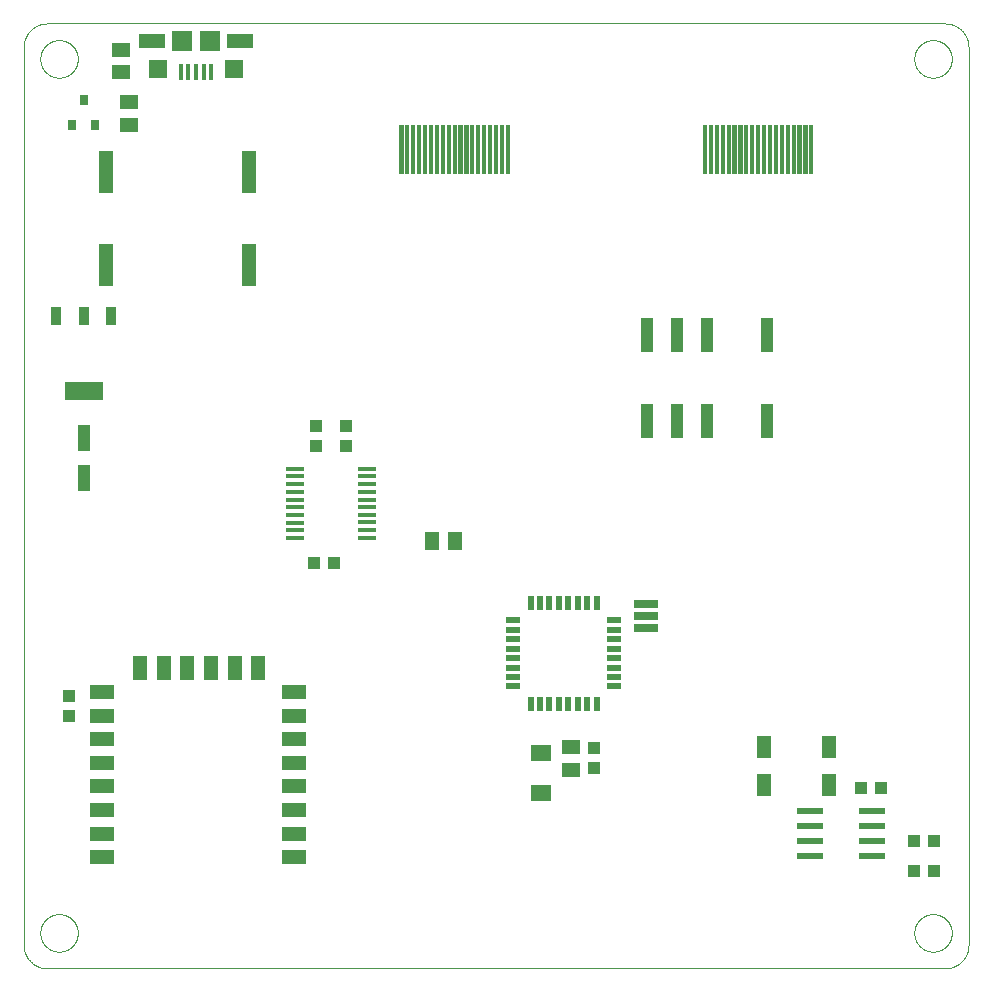
<source format=gtp>
G75*
%MOIN*%
%OFA0B0*%
%FSLAX25Y25*%
%IPPOS*%
%LPD*%
%AMOC8*
5,1,8,0,0,1.08239X$1,22.5*
%
%ADD10C,0.00000*%
%ADD11R,0.05000X0.02200*%
%ADD12R,0.02200X0.05000*%
%ADD13R,0.07087X0.05512*%
%ADD14R,0.03937X0.04331*%
%ADD15R,0.08700X0.02400*%
%ADD16R,0.04331X0.03937*%
%ADD17R,0.03150X0.03543*%
%ADD18R,0.05906X0.05118*%
%ADD19R,0.05906X0.01378*%
%ADD20R,0.07874X0.04724*%
%ADD21R,0.04724X0.07874*%
%ADD22R,0.04370X0.11811*%
%ADD23C,0.00118*%
%ADD24R,0.03500X0.06400*%
%ADD25R,0.12500X0.06400*%
%ADD26R,0.05118X0.05906*%
%ADD27R,0.01575X0.05315*%
%ADD28R,0.07087X0.07087*%
%ADD29R,0.09055X0.05118*%
%ADD30R,0.06299X0.06299*%
%ADD31R,0.07874X0.02756*%
%ADD32R,0.05118X0.07480*%
%ADD33R,0.05118X0.14173*%
%ADD34R,0.03937X0.09055*%
D10*
X0040154Y0028618D02*
X0339367Y0028618D01*
X0339557Y0028620D01*
X0339747Y0028627D01*
X0339937Y0028639D01*
X0340127Y0028655D01*
X0340316Y0028675D01*
X0340505Y0028701D01*
X0340693Y0028730D01*
X0340880Y0028765D01*
X0341066Y0028804D01*
X0341251Y0028847D01*
X0341436Y0028895D01*
X0341619Y0028947D01*
X0341800Y0029003D01*
X0341980Y0029064D01*
X0342159Y0029130D01*
X0342336Y0029199D01*
X0342512Y0029273D01*
X0342685Y0029351D01*
X0342857Y0029434D01*
X0343026Y0029520D01*
X0343194Y0029610D01*
X0343359Y0029705D01*
X0343522Y0029803D01*
X0343682Y0029906D01*
X0343840Y0030012D01*
X0343995Y0030122D01*
X0344148Y0030235D01*
X0344298Y0030353D01*
X0344444Y0030474D01*
X0344588Y0030598D01*
X0344729Y0030726D01*
X0344867Y0030857D01*
X0345002Y0030992D01*
X0345133Y0031130D01*
X0345261Y0031271D01*
X0345385Y0031415D01*
X0345506Y0031561D01*
X0345624Y0031711D01*
X0345737Y0031864D01*
X0345847Y0032019D01*
X0345953Y0032177D01*
X0346056Y0032337D01*
X0346154Y0032500D01*
X0346249Y0032665D01*
X0346339Y0032833D01*
X0346425Y0033002D01*
X0346508Y0033174D01*
X0346586Y0033347D01*
X0346660Y0033523D01*
X0346729Y0033700D01*
X0346795Y0033879D01*
X0346856Y0034059D01*
X0346912Y0034240D01*
X0346964Y0034423D01*
X0347012Y0034608D01*
X0347055Y0034793D01*
X0347094Y0034979D01*
X0347129Y0035166D01*
X0347158Y0035354D01*
X0347184Y0035543D01*
X0347204Y0035732D01*
X0347220Y0035922D01*
X0347232Y0036112D01*
X0347239Y0036302D01*
X0347241Y0036492D01*
X0347241Y0335705D01*
X0347239Y0335895D01*
X0347232Y0336085D01*
X0347220Y0336275D01*
X0347204Y0336465D01*
X0347184Y0336654D01*
X0347158Y0336843D01*
X0347129Y0337031D01*
X0347094Y0337218D01*
X0347055Y0337404D01*
X0347012Y0337589D01*
X0346964Y0337774D01*
X0346912Y0337957D01*
X0346856Y0338138D01*
X0346795Y0338318D01*
X0346729Y0338497D01*
X0346660Y0338674D01*
X0346586Y0338850D01*
X0346508Y0339023D01*
X0346425Y0339195D01*
X0346339Y0339364D01*
X0346249Y0339532D01*
X0346154Y0339697D01*
X0346056Y0339860D01*
X0345953Y0340020D01*
X0345847Y0340178D01*
X0345737Y0340333D01*
X0345624Y0340486D01*
X0345506Y0340636D01*
X0345385Y0340782D01*
X0345261Y0340926D01*
X0345133Y0341067D01*
X0345002Y0341205D01*
X0344867Y0341340D01*
X0344729Y0341471D01*
X0344588Y0341599D01*
X0344444Y0341723D01*
X0344298Y0341844D01*
X0344148Y0341962D01*
X0343995Y0342075D01*
X0343840Y0342185D01*
X0343682Y0342291D01*
X0343522Y0342394D01*
X0343359Y0342492D01*
X0343194Y0342587D01*
X0343026Y0342677D01*
X0342857Y0342763D01*
X0342685Y0342846D01*
X0342512Y0342924D01*
X0342336Y0342998D01*
X0342159Y0343067D01*
X0341980Y0343133D01*
X0341800Y0343194D01*
X0341619Y0343250D01*
X0341436Y0343302D01*
X0341251Y0343350D01*
X0341066Y0343393D01*
X0340880Y0343432D01*
X0340693Y0343467D01*
X0340505Y0343496D01*
X0340316Y0343522D01*
X0340127Y0343542D01*
X0339937Y0343558D01*
X0339747Y0343570D01*
X0339557Y0343577D01*
X0339367Y0343579D01*
X0040154Y0343579D01*
X0039964Y0343577D01*
X0039774Y0343570D01*
X0039584Y0343558D01*
X0039394Y0343542D01*
X0039205Y0343522D01*
X0039016Y0343496D01*
X0038828Y0343467D01*
X0038641Y0343432D01*
X0038455Y0343393D01*
X0038270Y0343350D01*
X0038085Y0343302D01*
X0037902Y0343250D01*
X0037721Y0343194D01*
X0037541Y0343133D01*
X0037362Y0343067D01*
X0037185Y0342998D01*
X0037009Y0342924D01*
X0036836Y0342846D01*
X0036664Y0342763D01*
X0036495Y0342677D01*
X0036327Y0342587D01*
X0036162Y0342492D01*
X0035999Y0342394D01*
X0035839Y0342291D01*
X0035681Y0342185D01*
X0035526Y0342075D01*
X0035373Y0341962D01*
X0035223Y0341844D01*
X0035077Y0341723D01*
X0034933Y0341599D01*
X0034792Y0341471D01*
X0034654Y0341340D01*
X0034519Y0341205D01*
X0034388Y0341067D01*
X0034260Y0340926D01*
X0034136Y0340782D01*
X0034015Y0340636D01*
X0033897Y0340486D01*
X0033784Y0340333D01*
X0033674Y0340178D01*
X0033568Y0340020D01*
X0033465Y0339860D01*
X0033367Y0339697D01*
X0033272Y0339532D01*
X0033182Y0339364D01*
X0033096Y0339195D01*
X0033013Y0339023D01*
X0032935Y0338850D01*
X0032861Y0338674D01*
X0032792Y0338497D01*
X0032726Y0338318D01*
X0032665Y0338138D01*
X0032609Y0337957D01*
X0032557Y0337774D01*
X0032509Y0337589D01*
X0032466Y0337404D01*
X0032427Y0337218D01*
X0032392Y0337031D01*
X0032363Y0336843D01*
X0032337Y0336654D01*
X0032317Y0336465D01*
X0032301Y0336275D01*
X0032289Y0336085D01*
X0032282Y0335895D01*
X0032280Y0335705D01*
X0032280Y0036492D01*
X0032282Y0036302D01*
X0032289Y0036112D01*
X0032301Y0035922D01*
X0032317Y0035732D01*
X0032337Y0035543D01*
X0032363Y0035354D01*
X0032392Y0035166D01*
X0032427Y0034979D01*
X0032466Y0034793D01*
X0032509Y0034608D01*
X0032557Y0034423D01*
X0032609Y0034240D01*
X0032665Y0034059D01*
X0032726Y0033879D01*
X0032792Y0033700D01*
X0032861Y0033523D01*
X0032935Y0033347D01*
X0033013Y0033174D01*
X0033096Y0033002D01*
X0033182Y0032833D01*
X0033272Y0032665D01*
X0033367Y0032500D01*
X0033465Y0032337D01*
X0033568Y0032177D01*
X0033674Y0032019D01*
X0033784Y0031864D01*
X0033897Y0031711D01*
X0034015Y0031561D01*
X0034136Y0031415D01*
X0034260Y0031271D01*
X0034388Y0031130D01*
X0034519Y0030992D01*
X0034654Y0030857D01*
X0034792Y0030726D01*
X0034933Y0030598D01*
X0035077Y0030474D01*
X0035223Y0030353D01*
X0035373Y0030235D01*
X0035526Y0030122D01*
X0035681Y0030012D01*
X0035839Y0029906D01*
X0035999Y0029803D01*
X0036162Y0029705D01*
X0036327Y0029610D01*
X0036495Y0029520D01*
X0036664Y0029434D01*
X0036836Y0029351D01*
X0037009Y0029273D01*
X0037185Y0029199D01*
X0037362Y0029130D01*
X0037541Y0029064D01*
X0037721Y0029003D01*
X0037902Y0028947D01*
X0038085Y0028895D01*
X0038270Y0028847D01*
X0038455Y0028804D01*
X0038641Y0028765D01*
X0038828Y0028730D01*
X0039016Y0028701D01*
X0039205Y0028675D01*
X0039394Y0028655D01*
X0039584Y0028639D01*
X0039774Y0028627D01*
X0039964Y0028620D01*
X0040154Y0028618D01*
X0037841Y0040429D02*
X0037843Y0040587D01*
X0037849Y0040744D01*
X0037859Y0040902D01*
X0037873Y0041059D01*
X0037891Y0041215D01*
X0037912Y0041372D01*
X0037938Y0041527D01*
X0037968Y0041682D01*
X0038001Y0041836D01*
X0038039Y0041989D01*
X0038080Y0042142D01*
X0038125Y0042293D01*
X0038174Y0042443D01*
X0038227Y0042591D01*
X0038283Y0042739D01*
X0038344Y0042884D01*
X0038407Y0043029D01*
X0038475Y0043171D01*
X0038546Y0043312D01*
X0038620Y0043451D01*
X0038698Y0043588D01*
X0038780Y0043723D01*
X0038864Y0043856D01*
X0038953Y0043987D01*
X0039044Y0044115D01*
X0039139Y0044242D01*
X0039236Y0044365D01*
X0039337Y0044487D01*
X0039441Y0044605D01*
X0039548Y0044721D01*
X0039658Y0044834D01*
X0039770Y0044945D01*
X0039886Y0045052D01*
X0040004Y0045157D01*
X0040124Y0045259D01*
X0040247Y0045357D01*
X0040373Y0045453D01*
X0040501Y0045545D01*
X0040631Y0045634D01*
X0040763Y0045720D01*
X0040898Y0045802D01*
X0041035Y0045881D01*
X0041173Y0045956D01*
X0041313Y0046028D01*
X0041456Y0046096D01*
X0041599Y0046161D01*
X0041745Y0046222D01*
X0041892Y0046279D01*
X0042040Y0046333D01*
X0042190Y0046383D01*
X0042340Y0046429D01*
X0042492Y0046471D01*
X0042645Y0046510D01*
X0042799Y0046544D01*
X0042954Y0046575D01*
X0043109Y0046601D01*
X0043265Y0046624D01*
X0043422Y0046643D01*
X0043579Y0046658D01*
X0043736Y0046669D01*
X0043894Y0046676D01*
X0044052Y0046679D01*
X0044209Y0046678D01*
X0044367Y0046673D01*
X0044524Y0046664D01*
X0044682Y0046651D01*
X0044838Y0046634D01*
X0044995Y0046613D01*
X0045150Y0046589D01*
X0045305Y0046560D01*
X0045460Y0046527D01*
X0045613Y0046491D01*
X0045766Y0046450D01*
X0045917Y0046406D01*
X0046067Y0046358D01*
X0046216Y0046307D01*
X0046364Y0046251D01*
X0046510Y0046192D01*
X0046655Y0046129D01*
X0046798Y0046062D01*
X0046939Y0045992D01*
X0047078Y0045919D01*
X0047216Y0045842D01*
X0047352Y0045761D01*
X0047485Y0045677D01*
X0047616Y0045590D01*
X0047745Y0045499D01*
X0047872Y0045405D01*
X0047997Y0045308D01*
X0048118Y0045208D01*
X0048238Y0045105D01*
X0048354Y0044999D01*
X0048468Y0044890D01*
X0048580Y0044778D01*
X0048688Y0044664D01*
X0048793Y0044546D01*
X0048896Y0044426D01*
X0048995Y0044304D01*
X0049091Y0044179D01*
X0049184Y0044051D01*
X0049274Y0043922D01*
X0049360Y0043790D01*
X0049444Y0043656D01*
X0049523Y0043520D01*
X0049600Y0043382D01*
X0049672Y0043242D01*
X0049741Y0043100D01*
X0049807Y0042957D01*
X0049869Y0042812D01*
X0049927Y0042665D01*
X0049982Y0042517D01*
X0050033Y0042368D01*
X0050080Y0042217D01*
X0050123Y0042066D01*
X0050162Y0041913D01*
X0050198Y0041759D01*
X0050229Y0041605D01*
X0050257Y0041450D01*
X0050281Y0041294D01*
X0050301Y0041137D01*
X0050317Y0040980D01*
X0050329Y0040823D01*
X0050337Y0040666D01*
X0050341Y0040508D01*
X0050341Y0040350D01*
X0050337Y0040192D01*
X0050329Y0040035D01*
X0050317Y0039878D01*
X0050301Y0039721D01*
X0050281Y0039564D01*
X0050257Y0039408D01*
X0050229Y0039253D01*
X0050198Y0039099D01*
X0050162Y0038945D01*
X0050123Y0038792D01*
X0050080Y0038641D01*
X0050033Y0038490D01*
X0049982Y0038341D01*
X0049927Y0038193D01*
X0049869Y0038046D01*
X0049807Y0037901D01*
X0049741Y0037758D01*
X0049672Y0037616D01*
X0049600Y0037476D01*
X0049523Y0037338D01*
X0049444Y0037202D01*
X0049360Y0037068D01*
X0049274Y0036936D01*
X0049184Y0036807D01*
X0049091Y0036679D01*
X0048995Y0036554D01*
X0048896Y0036432D01*
X0048793Y0036312D01*
X0048688Y0036194D01*
X0048580Y0036080D01*
X0048468Y0035968D01*
X0048354Y0035859D01*
X0048238Y0035753D01*
X0048118Y0035650D01*
X0047997Y0035550D01*
X0047872Y0035453D01*
X0047745Y0035359D01*
X0047616Y0035268D01*
X0047485Y0035181D01*
X0047352Y0035097D01*
X0047216Y0035016D01*
X0047078Y0034939D01*
X0046939Y0034866D01*
X0046798Y0034796D01*
X0046655Y0034729D01*
X0046510Y0034666D01*
X0046364Y0034607D01*
X0046216Y0034551D01*
X0046067Y0034500D01*
X0045917Y0034452D01*
X0045766Y0034408D01*
X0045613Y0034367D01*
X0045460Y0034331D01*
X0045305Y0034298D01*
X0045150Y0034269D01*
X0044995Y0034245D01*
X0044838Y0034224D01*
X0044682Y0034207D01*
X0044524Y0034194D01*
X0044367Y0034185D01*
X0044209Y0034180D01*
X0044052Y0034179D01*
X0043894Y0034182D01*
X0043736Y0034189D01*
X0043579Y0034200D01*
X0043422Y0034215D01*
X0043265Y0034234D01*
X0043109Y0034257D01*
X0042954Y0034283D01*
X0042799Y0034314D01*
X0042645Y0034348D01*
X0042492Y0034387D01*
X0042340Y0034429D01*
X0042190Y0034475D01*
X0042040Y0034525D01*
X0041892Y0034579D01*
X0041745Y0034636D01*
X0041599Y0034697D01*
X0041456Y0034762D01*
X0041313Y0034830D01*
X0041173Y0034902D01*
X0041035Y0034977D01*
X0040898Y0035056D01*
X0040763Y0035138D01*
X0040631Y0035224D01*
X0040501Y0035313D01*
X0040373Y0035405D01*
X0040247Y0035501D01*
X0040124Y0035599D01*
X0040004Y0035701D01*
X0039886Y0035806D01*
X0039770Y0035913D01*
X0039658Y0036024D01*
X0039548Y0036137D01*
X0039441Y0036253D01*
X0039337Y0036371D01*
X0039236Y0036493D01*
X0039139Y0036616D01*
X0039044Y0036743D01*
X0038953Y0036871D01*
X0038864Y0037002D01*
X0038780Y0037135D01*
X0038698Y0037270D01*
X0038620Y0037407D01*
X0038546Y0037546D01*
X0038475Y0037687D01*
X0038407Y0037829D01*
X0038344Y0037974D01*
X0038283Y0038119D01*
X0038227Y0038267D01*
X0038174Y0038415D01*
X0038125Y0038565D01*
X0038080Y0038716D01*
X0038039Y0038869D01*
X0038001Y0039022D01*
X0037968Y0039176D01*
X0037938Y0039331D01*
X0037912Y0039486D01*
X0037891Y0039643D01*
X0037873Y0039799D01*
X0037859Y0039956D01*
X0037849Y0040114D01*
X0037843Y0040271D01*
X0037841Y0040429D01*
X0329180Y0040429D02*
X0329182Y0040587D01*
X0329188Y0040744D01*
X0329198Y0040902D01*
X0329212Y0041059D01*
X0329230Y0041215D01*
X0329251Y0041372D01*
X0329277Y0041527D01*
X0329307Y0041682D01*
X0329340Y0041836D01*
X0329378Y0041989D01*
X0329419Y0042142D01*
X0329464Y0042293D01*
X0329513Y0042443D01*
X0329566Y0042591D01*
X0329622Y0042739D01*
X0329683Y0042884D01*
X0329746Y0043029D01*
X0329814Y0043171D01*
X0329885Y0043312D01*
X0329959Y0043451D01*
X0330037Y0043588D01*
X0330119Y0043723D01*
X0330203Y0043856D01*
X0330292Y0043987D01*
X0330383Y0044115D01*
X0330478Y0044242D01*
X0330575Y0044365D01*
X0330676Y0044487D01*
X0330780Y0044605D01*
X0330887Y0044721D01*
X0330997Y0044834D01*
X0331109Y0044945D01*
X0331225Y0045052D01*
X0331343Y0045157D01*
X0331463Y0045259D01*
X0331586Y0045357D01*
X0331712Y0045453D01*
X0331840Y0045545D01*
X0331970Y0045634D01*
X0332102Y0045720D01*
X0332237Y0045802D01*
X0332374Y0045881D01*
X0332512Y0045956D01*
X0332652Y0046028D01*
X0332795Y0046096D01*
X0332938Y0046161D01*
X0333084Y0046222D01*
X0333231Y0046279D01*
X0333379Y0046333D01*
X0333529Y0046383D01*
X0333679Y0046429D01*
X0333831Y0046471D01*
X0333984Y0046510D01*
X0334138Y0046544D01*
X0334293Y0046575D01*
X0334448Y0046601D01*
X0334604Y0046624D01*
X0334761Y0046643D01*
X0334918Y0046658D01*
X0335075Y0046669D01*
X0335233Y0046676D01*
X0335391Y0046679D01*
X0335548Y0046678D01*
X0335706Y0046673D01*
X0335863Y0046664D01*
X0336021Y0046651D01*
X0336177Y0046634D01*
X0336334Y0046613D01*
X0336489Y0046589D01*
X0336644Y0046560D01*
X0336799Y0046527D01*
X0336952Y0046491D01*
X0337105Y0046450D01*
X0337256Y0046406D01*
X0337406Y0046358D01*
X0337555Y0046307D01*
X0337703Y0046251D01*
X0337849Y0046192D01*
X0337994Y0046129D01*
X0338137Y0046062D01*
X0338278Y0045992D01*
X0338417Y0045919D01*
X0338555Y0045842D01*
X0338691Y0045761D01*
X0338824Y0045677D01*
X0338955Y0045590D01*
X0339084Y0045499D01*
X0339211Y0045405D01*
X0339336Y0045308D01*
X0339457Y0045208D01*
X0339577Y0045105D01*
X0339693Y0044999D01*
X0339807Y0044890D01*
X0339919Y0044778D01*
X0340027Y0044664D01*
X0340132Y0044546D01*
X0340235Y0044426D01*
X0340334Y0044304D01*
X0340430Y0044179D01*
X0340523Y0044051D01*
X0340613Y0043922D01*
X0340699Y0043790D01*
X0340783Y0043656D01*
X0340862Y0043520D01*
X0340939Y0043382D01*
X0341011Y0043242D01*
X0341080Y0043100D01*
X0341146Y0042957D01*
X0341208Y0042812D01*
X0341266Y0042665D01*
X0341321Y0042517D01*
X0341372Y0042368D01*
X0341419Y0042217D01*
X0341462Y0042066D01*
X0341501Y0041913D01*
X0341537Y0041759D01*
X0341568Y0041605D01*
X0341596Y0041450D01*
X0341620Y0041294D01*
X0341640Y0041137D01*
X0341656Y0040980D01*
X0341668Y0040823D01*
X0341676Y0040666D01*
X0341680Y0040508D01*
X0341680Y0040350D01*
X0341676Y0040192D01*
X0341668Y0040035D01*
X0341656Y0039878D01*
X0341640Y0039721D01*
X0341620Y0039564D01*
X0341596Y0039408D01*
X0341568Y0039253D01*
X0341537Y0039099D01*
X0341501Y0038945D01*
X0341462Y0038792D01*
X0341419Y0038641D01*
X0341372Y0038490D01*
X0341321Y0038341D01*
X0341266Y0038193D01*
X0341208Y0038046D01*
X0341146Y0037901D01*
X0341080Y0037758D01*
X0341011Y0037616D01*
X0340939Y0037476D01*
X0340862Y0037338D01*
X0340783Y0037202D01*
X0340699Y0037068D01*
X0340613Y0036936D01*
X0340523Y0036807D01*
X0340430Y0036679D01*
X0340334Y0036554D01*
X0340235Y0036432D01*
X0340132Y0036312D01*
X0340027Y0036194D01*
X0339919Y0036080D01*
X0339807Y0035968D01*
X0339693Y0035859D01*
X0339577Y0035753D01*
X0339457Y0035650D01*
X0339336Y0035550D01*
X0339211Y0035453D01*
X0339084Y0035359D01*
X0338955Y0035268D01*
X0338824Y0035181D01*
X0338691Y0035097D01*
X0338555Y0035016D01*
X0338417Y0034939D01*
X0338278Y0034866D01*
X0338137Y0034796D01*
X0337994Y0034729D01*
X0337849Y0034666D01*
X0337703Y0034607D01*
X0337555Y0034551D01*
X0337406Y0034500D01*
X0337256Y0034452D01*
X0337105Y0034408D01*
X0336952Y0034367D01*
X0336799Y0034331D01*
X0336644Y0034298D01*
X0336489Y0034269D01*
X0336334Y0034245D01*
X0336177Y0034224D01*
X0336021Y0034207D01*
X0335863Y0034194D01*
X0335706Y0034185D01*
X0335548Y0034180D01*
X0335391Y0034179D01*
X0335233Y0034182D01*
X0335075Y0034189D01*
X0334918Y0034200D01*
X0334761Y0034215D01*
X0334604Y0034234D01*
X0334448Y0034257D01*
X0334293Y0034283D01*
X0334138Y0034314D01*
X0333984Y0034348D01*
X0333831Y0034387D01*
X0333679Y0034429D01*
X0333529Y0034475D01*
X0333379Y0034525D01*
X0333231Y0034579D01*
X0333084Y0034636D01*
X0332938Y0034697D01*
X0332795Y0034762D01*
X0332652Y0034830D01*
X0332512Y0034902D01*
X0332374Y0034977D01*
X0332237Y0035056D01*
X0332102Y0035138D01*
X0331970Y0035224D01*
X0331840Y0035313D01*
X0331712Y0035405D01*
X0331586Y0035501D01*
X0331463Y0035599D01*
X0331343Y0035701D01*
X0331225Y0035806D01*
X0331109Y0035913D01*
X0330997Y0036024D01*
X0330887Y0036137D01*
X0330780Y0036253D01*
X0330676Y0036371D01*
X0330575Y0036493D01*
X0330478Y0036616D01*
X0330383Y0036743D01*
X0330292Y0036871D01*
X0330203Y0037002D01*
X0330119Y0037135D01*
X0330037Y0037270D01*
X0329959Y0037407D01*
X0329885Y0037546D01*
X0329814Y0037687D01*
X0329746Y0037829D01*
X0329683Y0037974D01*
X0329622Y0038119D01*
X0329566Y0038267D01*
X0329513Y0038415D01*
X0329464Y0038565D01*
X0329419Y0038716D01*
X0329378Y0038869D01*
X0329340Y0039022D01*
X0329307Y0039176D01*
X0329277Y0039331D01*
X0329251Y0039486D01*
X0329230Y0039643D01*
X0329212Y0039799D01*
X0329198Y0039956D01*
X0329188Y0040114D01*
X0329182Y0040271D01*
X0329180Y0040429D01*
X0329180Y0331768D02*
X0329182Y0331926D01*
X0329188Y0332083D01*
X0329198Y0332241D01*
X0329212Y0332398D01*
X0329230Y0332554D01*
X0329251Y0332711D01*
X0329277Y0332866D01*
X0329307Y0333021D01*
X0329340Y0333175D01*
X0329378Y0333328D01*
X0329419Y0333481D01*
X0329464Y0333632D01*
X0329513Y0333782D01*
X0329566Y0333930D01*
X0329622Y0334078D01*
X0329683Y0334223D01*
X0329746Y0334368D01*
X0329814Y0334510D01*
X0329885Y0334651D01*
X0329959Y0334790D01*
X0330037Y0334927D01*
X0330119Y0335062D01*
X0330203Y0335195D01*
X0330292Y0335326D01*
X0330383Y0335454D01*
X0330478Y0335581D01*
X0330575Y0335704D01*
X0330676Y0335826D01*
X0330780Y0335944D01*
X0330887Y0336060D01*
X0330997Y0336173D01*
X0331109Y0336284D01*
X0331225Y0336391D01*
X0331343Y0336496D01*
X0331463Y0336598D01*
X0331586Y0336696D01*
X0331712Y0336792D01*
X0331840Y0336884D01*
X0331970Y0336973D01*
X0332102Y0337059D01*
X0332237Y0337141D01*
X0332374Y0337220D01*
X0332512Y0337295D01*
X0332652Y0337367D01*
X0332795Y0337435D01*
X0332938Y0337500D01*
X0333084Y0337561D01*
X0333231Y0337618D01*
X0333379Y0337672D01*
X0333529Y0337722D01*
X0333679Y0337768D01*
X0333831Y0337810D01*
X0333984Y0337849D01*
X0334138Y0337883D01*
X0334293Y0337914D01*
X0334448Y0337940D01*
X0334604Y0337963D01*
X0334761Y0337982D01*
X0334918Y0337997D01*
X0335075Y0338008D01*
X0335233Y0338015D01*
X0335391Y0338018D01*
X0335548Y0338017D01*
X0335706Y0338012D01*
X0335863Y0338003D01*
X0336021Y0337990D01*
X0336177Y0337973D01*
X0336334Y0337952D01*
X0336489Y0337928D01*
X0336644Y0337899D01*
X0336799Y0337866D01*
X0336952Y0337830D01*
X0337105Y0337789D01*
X0337256Y0337745D01*
X0337406Y0337697D01*
X0337555Y0337646D01*
X0337703Y0337590D01*
X0337849Y0337531D01*
X0337994Y0337468D01*
X0338137Y0337401D01*
X0338278Y0337331D01*
X0338417Y0337258D01*
X0338555Y0337181D01*
X0338691Y0337100D01*
X0338824Y0337016D01*
X0338955Y0336929D01*
X0339084Y0336838D01*
X0339211Y0336744D01*
X0339336Y0336647D01*
X0339457Y0336547D01*
X0339577Y0336444D01*
X0339693Y0336338D01*
X0339807Y0336229D01*
X0339919Y0336117D01*
X0340027Y0336003D01*
X0340132Y0335885D01*
X0340235Y0335765D01*
X0340334Y0335643D01*
X0340430Y0335518D01*
X0340523Y0335390D01*
X0340613Y0335261D01*
X0340699Y0335129D01*
X0340783Y0334995D01*
X0340862Y0334859D01*
X0340939Y0334721D01*
X0341011Y0334581D01*
X0341080Y0334439D01*
X0341146Y0334296D01*
X0341208Y0334151D01*
X0341266Y0334004D01*
X0341321Y0333856D01*
X0341372Y0333707D01*
X0341419Y0333556D01*
X0341462Y0333405D01*
X0341501Y0333252D01*
X0341537Y0333098D01*
X0341568Y0332944D01*
X0341596Y0332789D01*
X0341620Y0332633D01*
X0341640Y0332476D01*
X0341656Y0332319D01*
X0341668Y0332162D01*
X0341676Y0332005D01*
X0341680Y0331847D01*
X0341680Y0331689D01*
X0341676Y0331531D01*
X0341668Y0331374D01*
X0341656Y0331217D01*
X0341640Y0331060D01*
X0341620Y0330903D01*
X0341596Y0330747D01*
X0341568Y0330592D01*
X0341537Y0330438D01*
X0341501Y0330284D01*
X0341462Y0330131D01*
X0341419Y0329980D01*
X0341372Y0329829D01*
X0341321Y0329680D01*
X0341266Y0329532D01*
X0341208Y0329385D01*
X0341146Y0329240D01*
X0341080Y0329097D01*
X0341011Y0328955D01*
X0340939Y0328815D01*
X0340862Y0328677D01*
X0340783Y0328541D01*
X0340699Y0328407D01*
X0340613Y0328275D01*
X0340523Y0328146D01*
X0340430Y0328018D01*
X0340334Y0327893D01*
X0340235Y0327771D01*
X0340132Y0327651D01*
X0340027Y0327533D01*
X0339919Y0327419D01*
X0339807Y0327307D01*
X0339693Y0327198D01*
X0339577Y0327092D01*
X0339457Y0326989D01*
X0339336Y0326889D01*
X0339211Y0326792D01*
X0339084Y0326698D01*
X0338955Y0326607D01*
X0338824Y0326520D01*
X0338691Y0326436D01*
X0338555Y0326355D01*
X0338417Y0326278D01*
X0338278Y0326205D01*
X0338137Y0326135D01*
X0337994Y0326068D01*
X0337849Y0326005D01*
X0337703Y0325946D01*
X0337555Y0325890D01*
X0337406Y0325839D01*
X0337256Y0325791D01*
X0337105Y0325747D01*
X0336952Y0325706D01*
X0336799Y0325670D01*
X0336644Y0325637D01*
X0336489Y0325608D01*
X0336334Y0325584D01*
X0336177Y0325563D01*
X0336021Y0325546D01*
X0335863Y0325533D01*
X0335706Y0325524D01*
X0335548Y0325519D01*
X0335391Y0325518D01*
X0335233Y0325521D01*
X0335075Y0325528D01*
X0334918Y0325539D01*
X0334761Y0325554D01*
X0334604Y0325573D01*
X0334448Y0325596D01*
X0334293Y0325622D01*
X0334138Y0325653D01*
X0333984Y0325687D01*
X0333831Y0325726D01*
X0333679Y0325768D01*
X0333529Y0325814D01*
X0333379Y0325864D01*
X0333231Y0325918D01*
X0333084Y0325975D01*
X0332938Y0326036D01*
X0332795Y0326101D01*
X0332652Y0326169D01*
X0332512Y0326241D01*
X0332374Y0326316D01*
X0332237Y0326395D01*
X0332102Y0326477D01*
X0331970Y0326563D01*
X0331840Y0326652D01*
X0331712Y0326744D01*
X0331586Y0326840D01*
X0331463Y0326938D01*
X0331343Y0327040D01*
X0331225Y0327145D01*
X0331109Y0327252D01*
X0330997Y0327363D01*
X0330887Y0327476D01*
X0330780Y0327592D01*
X0330676Y0327710D01*
X0330575Y0327832D01*
X0330478Y0327955D01*
X0330383Y0328082D01*
X0330292Y0328210D01*
X0330203Y0328341D01*
X0330119Y0328474D01*
X0330037Y0328609D01*
X0329959Y0328746D01*
X0329885Y0328885D01*
X0329814Y0329026D01*
X0329746Y0329168D01*
X0329683Y0329313D01*
X0329622Y0329458D01*
X0329566Y0329606D01*
X0329513Y0329754D01*
X0329464Y0329904D01*
X0329419Y0330055D01*
X0329378Y0330208D01*
X0329340Y0330361D01*
X0329307Y0330515D01*
X0329277Y0330670D01*
X0329251Y0330825D01*
X0329230Y0330982D01*
X0329212Y0331138D01*
X0329198Y0331295D01*
X0329188Y0331453D01*
X0329182Y0331610D01*
X0329180Y0331768D01*
X0037841Y0331768D02*
X0037843Y0331926D01*
X0037849Y0332083D01*
X0037859Y0332241D01*
X0037873Y0332398D01*
X0037891Y0332554D01*
X0037912Y0332711D01*
X0037938Y0332866D01*
X0037968Y0333021D01*
X0038001Y0333175D01*
X0038039Y0333328D01*
X0038080Y0333481D01*
X0038125Y0333632D01*
X0038174Y0333782D01*
X0038227Y0333930D01*
X0038283Y0334078D01*
X0038344Y0334223D01*
X0038407Y0334368D01*
X0038475Y0334510D01*
X0038546Y0334651D01*
X0038620Y0334790D01*
X0038698Y0334927D01*
X0038780Y0335062D01*
X0038864Y0335195D01*
X0038953Y0335326D01*
X0039044Y0335454D01*
X0039139Y0335581D01*
X0039236Y0335704D01*
X0039337Y0335826D01*
X0039441Y0335944D01*
X0039548Y0336060D01*
X0039658Y0336173D01*
X0039770Y0336284D01*
X0039886Y0336391D01*
X0040004Y0336496D01*
X0040124Y0336598D01*
X0040247Y0336696D01*
X0040373Y0336792D01*
X0040501Y0336884D01*
X0040631Y0336973D01*
X0040763Y0337059D01*
X0040898Y0337141D01*
X0041035Y0337220D01*
X0041173Y0337295D01*
X0041313Y0337367D01*
X0041456Y0337435D01*
X0041599Y0337500D01*
X0041745Y0337561D01*
X0041892Y0337618D01*
X0042040Y0337672D01*
X0042190Y0337722D01*
X0042340Y0337768D01*
X0042492Y0337810D01*
X0042645Y0337849D01*
X0042799Y0337883D01*
X0042954Y0337914D01*
X0043109Y0337940D01*
X0043265Y0337963D01*
X0043422Y0337982D01*
X0043579Y0337997D01*
X0043736Y0338008D01*
X0043894Y0338015D01*
X0044052Y0338018D01*
X0044209Y0338017D01*
X0044367Y0338012D01*
X0044524Y0338003D01*
X0044682Y0337990D01*
X0044838Y0337973D01*
X0044995Y0337952D01*
X0045150Y0337928D01*
X0045305Y0337899D01*
X0045460Y0337866D01*
X0045613Y0337830D01*
X0045766Y0337789D01*
X0045917Y0337745D01*
X0046067Y0337697D01*
X0046216Y0337646D01*
X0046364Y0337590D01*
X0046510Y0337531D01*
X0046655Y0337468D01*
X0046798Y0337401D01*
X0046939Y0337331D01*
X0047078Y0337258D01*
X0047216Y0337181D01*
X0047352Y0337100D01*
X0047485Y0337016D01*
X0047616Y0336929D01*
X0047745Y0336838D01*
X0047872Y0336744D01*
X0047997Y0336647D01*
X0048118Y0336547D01*
X0048238Y0336444D01*
X0048354Y0336338D01*
X0048468Y0336229D01*
X0048580Y0336117D01*
X0048688Y0336003D01*
X0048793Y0335885D01*
X0048896Y0335765D01*
X0048995Y0335643D01*
X0049091Y0335518D01*
X0049184Y0335390D01*
X0049274Y0335261D01*
X0049360Y0335129D01*
X0049444Y0334995D01*
X0049523Y0334859D01*
X0049600Y0334721D01*
X0049672Y0334581D01*
X0049741Y0334439D01*
X0049807Y0334296D01*
X0049869Y0334151D01*
X0049927Y0334004D01*
X0049982Y0333856D01*
X0050033Y0333707D01*
X0050080Y0333556D01*
X0050123Y0333405D01*
X0050162Y0333252D01*
X0050198Y0333098D01*
X0050229Y0332944D01*
X0050257Y0332789D01*
X0050281Y0332633D01*
X0050301Y0332476D01*
X0050317Y0332319D01*
X0050329Y0332162D01*
X0050337Y0332005D01*
X0050341Y0331847D01*
X0050341Y0331689D01*
X0050337Y0331531D01*
X0050329Y0331374D01*
X0050317Y0331217D01*
X0050301Y0331060D01*
X0050281Y0330903D01*
X0050257Y0330747D01*
X0050229Y0330592D01*
X0050198Y0330438D01*
X0050162Y0330284D01*
X0050123Y0330131D01*
X0050080Y0329980D01*
X0050033Y0329829D01*
X0049982Y0329680D01*
X0049927Y0329532D01*
X0049869Y0329385D01*
X0049807Y0329240D01*
X0049741Y0329097D01*
X0049672Y0328955D01*
X0049600Y0328815D01*
X0049523Y0328677D01*
X0049444Y0328541D01*
X0049360Y0328407D01*
X0049274Y0328275D01*
X0049184Y0328146D01*
X0049091Y0328018D01*
X0048995Y0327893D01*
X0048896Y0327771D01*
X0048793Y0327651D01*
X0048688Y0327533D01*
X0048580Y0327419D01*
X0048468Y0327307D01*
X0048354Y0327198D01*
X0048238Y0327092D01*
X0048118Y0326989D01*
X0047997Y0326889D01*
X0047872Y0326792D01*
X0047745Y0326698D01*
X0047616Y0326607D01*
X0047485Y0326520D01*
X0047352Y0326436D01*
X0047216Y0326355D01*
X0047078Y0326278D01*
X0046939Y0326205D01*
X0046798Y0326135D01*
X0046655Y0326068D01*
X0046510Y0326005D01*
X0046364Y0325946D01*
X0046216Y0325890D01*
X0046067Y0325839D01*
X0045917Y0325791D01*
X0045766Y0325747D01*
X0045613Y0325706D01*
X0045460Y0325670D01*
X0045305Y0325637D01*
X0045150Y0325608D01*
X0044995Y0325584D01*
X0044838Y0325563D01*
X0044682Y0325546D01*
X0044524Y0325533D01*
X0044367Y0325524D01*
X0044209Y0325519D01*
X0044052Y0325518D01*
X0043894Y0325521D01*
X0043736Y0325528D01*
X0043579Y0325539D01*
X0043422Y0325554D01*
X0043265Y0325573D01*
X0043109Y0325596D01*
X0042954Y0325622D01*
X0042799Y0325653D01*
X0042645Y0325687D01*
X0042492Y0325726D01*
X0042340Y0325768D01*
X0042190Y0325814D01*
X0042040Y0325864D01*
X0041892Y0325918D01*
X0041745Y0325975D01*
X0041599Y0326036D01*
X0041456Y0326101D01*
X0041313Y0326169D01*
X0041173Y0326241D01*
X0041035Y0326316D01*
X0040898Y0326395D01*
X0040763Y0326477D01*
X0040631Y0326563D01*
X0040501Y0326652D01*
X0040373Y0326744D01*
X0040247Y0326840D01*
X0040124Y0326938D01*
X0040004Y0327040D01*
X0039886Y0327145D01*
X0039770Y0327252D01*
X0039658Y0327363D01*
X0039548Y0327476D01*
X0039441Y0327592D01*
X0039337Y0327710D01*
X0039236Y0327832D01*
X0039139Y0327955D01*
X0039044Y0328082D01*
X0038953Y0328210D01*
X0038864Y0328341D01*
X0038780Y0328474D01*
X0038698Y0328609D01*
X0038620Y0328746D01*
X0038546Y0328885D01*
X0038475Y0329026D01*
X0038407Y0329168D01*
X0038344Y0329313D01*
X0038283Y0329458D01*
X0038227Y0329606D01*
X0038174Y0329754D01*
X0038125Y0329904D01*
X0038080Y0330055D01*
X0038039Y0330208D01*
X0038001Y0330361D01*
X0037968Y0330515D01*
X0037938Y0330670D01*
X0037912Y0330825D01*
X0037891Y0330982D01*
X0037873Y0331138D01*
X0037859Y0331295D01*
X0037849Y0331453D01*
X0037843Y0331610D01*
X0037841Y0331768D01*
D11*
X0195380Y0144642D03*
X0195380Y0141492D03*
X0195380Y0138343D03*
X0195380Y0135193D03*
X0195380Y0132043D03*
X0195380Y0128894D03*
X0195380Y0125744D03*
X0195380Y0122594D03*
X0229180Y0122594D03*
X0229180Y0125744D03*
X0229180Y0128894D03*
X0229180Y0132043D03*
X0229180Y0135193D03*
X0229180Y0138343D03*
X0229180Y0141492D03*
X0229180Y0144642D03*
D12*
X0223304Y0150518D03*
X0220154Y0150518D03*
X0217005Y0150518D03*
X0213855Y0150518D03*
X0210705Y0150518D03*
X0207556Y0150518D03*
X0204406Y0150518D03*
X0201257Y0150518D03*
X0201257Y0116718D03*
X0204406Y0116718D03*
X0207556Y0116718D03*
X0210705Y0116718D03*
X0213855Y0116718D03*
X0217005Y0116718D03*
X0220154Y0116718D03*
X0223304Y0116718D03*
D13*
X0204780Y0100311D03*
X0204780Y0086925D03*
D14*
X0222280Y0095272D03*
X0222280Y0101965D03*
X0135627Y0163618D03*
X0128934Y0163618D03*
X0129780Y0202772D03*
X0129780Y0209465D03*
X0139780Y0209465D03*
X0139780Y0202772D03*
X0328934Y0071118D03*
X0335627Y0071118D03*
X0335627Y0061118D03*
X0328934Y0061118D03*
D15*
X0315080Y0066118D03*
X0315080Y0071118D03*
X0315080Y0076118D03*
X0315080Y0081118D03*
X0294480Y0081118D03*
X0294480Y0076118D03*
X0294480Y0071118D03*
X0294480Y0066118D03*
D16*
X0311434Y0088618D03*
X0318127Y0088618D03*
X0047280Y0112772D03*
X0047280Y0119465D03*
D17*
X0048540Y0309681D03*
X0056020Y0309681D03*
X0052280Y0317949D03*
D18*
X0067280Y0317358D03*
X0067280Y0309878D03*
X0064780Y0327378D03*
X0064780Y0334858D03*
X0214780Y0102358D03*
X0214780Y0094878D03*
D19*
X0146847Y0172161D03*
X0146847Y0174720D03*
X0146847Y0177280D03*
X0146847Y0179839D03*
X0146847Y0182339D03*
X0146847Y0184898D03*
X0146847Y0187457D03*
X0146847Y0190016D03*
X0146847Y0192575D03*
X0146847Y0195134D03*
X0122713Y0195134D03*
X0122713Y0192575D03*
X0122713Y0190016D03*
X0122713Y0187457D03*
X0122713Y0184898D03*
X0122713Y0182339D03*
X0122713Y0179780D03*
X0122713Y0177220D03*
X0122713Y0174661D03*
X0122713Y0172102D03*
D20*
X0122280Y0120744D03*
X0122280Y0112870D03*
X0122280Y0104996D03*
X0122280Y0097122D03*
X0122280Y0089248D03*
X0122280Y0081374D03*
X0122280Y0073500D03*
X0122280Y0065626D03*
X0058501Y0065626D03*
X0058501Y0073500D03*
X0058501Y0081374D03*
X0058501Y0089248D03*
X0058501Y0097122D03*
X0058501Y0104996D03*
X0058501Y0112870D03*
X0058501Y0120744D03*
D21*
X0071099Y0128618D03*
X0078973Y0128618D03*
X0086847Y0128618D03*
X0094721Y0128618D03*
X0102595Y0128618D03*
X0110469Y0128618D03*
D22*
X0240080Y0211029D03*
X0250080Y0211029D03*
X0260080Y0211029D03*
X0280080Y0211029D03*
X0280080Y0239729D03*
X0260080Y0239729D03*
X0250080Y0239729D03*
X0240080Y0239729D03*
D23*
X0258718Y0309819D02*
X0259780Y0309819D01*
X0259780Y0293795D01*
X0258718Y0293795D01*
X0258718Y0309819D01*
X0258718Y0293912D02*
X0259780Y0293912D01*
X0259780Y0294029D02*
X0258718Y0294029D01*
X0258718Y0294146D02*
X0259780Y0294146D01*
X0259780Y0294263D02*
X0258718Y0294263D01*
X0258718Y0294380D02*
X0259780Y0294380D01*
X0259780Y0294497D02*
X0258718Y0294497D01*
X0258718Y0294614D02*
X0259780Y0294614D01*
X0259780Y0294731D02*
X0258718Y0294731D01*
X0258718Y0294848D02*
X0259780Y0294848D01*
X0259780Y0294965D02*
X0258718Y0294965D01*
X0258718Y0295082D02*
X0259780Y0295082D01*
X0259780Y0295199D02*
X0258718Y0295199D01*
X0258718Y0295316D02*
X0259780Y0295316D01*
X0259780Y0295433D02*
X0258718Y0295433D01*
X0258718Y0295550D02*
X0259780Y0295550D01*
X0259780Y0295667D02*
X0258718Y0295667D01*
X0258718Y0295784D02*
X0259780Y0295784D01*
X0259780Y0295901D02*
X0258718Y0295901D01*
X0258718Y0296018D02*
X0259780Y0296018D01*
X0259780Y0296135D02*
X0258718Y0296135D01*
X0258718Y0296252D02*
X0259780Y0296252D01*
X0259780Y0296369D02*
X0258718Y0296369D01*
X0258718Y0296486D02*
X0259780Y0296486D01*
X0259780Y0296603D02*
X0258718Y0296603D01*
X0258718Y0296720D02*
X0259780Y0296720D01*
X0259780Y0296837D02*
X0258718Y0296837D01*
X0258718Y0296954D02*
X0259780Y0296954D01*
X0259780Y0297071D02*
X0258718Y0297071D01*
X0258718Y0297188D02*
X0259780Y0297188D01*
X0259780Y0297305D02*
X0258718Y0297305D01*
X0258718Y0297422D02*
X0259780Y0297422D01*
X0259780Y0297539D02*
X0258718Y0297539D01*
X0258718Y0297656D02*
X0259780Y0297656D01*
X0259780Y0297773D02*
X0258718Y0297773D01*
X0258718Y0297890D02*
X0259780Y0297890D01*
X0259780Y0298007D02*
X0258718Y0298007D01*
X0258718Y0298124D02*
X0259780Y0298124D01*
X0259780Y0298241D02*
X0258718Y0298241D01*
X0258718Y0298358D02*
X0259780Y0298358D01*
X0259780Y0298475D02*
X0258718Y0298475D01*
X0258718Y0298592D02*
X0259780Y0298592D01*
X0259780Y0298709D02*
X0258718Y0298709D01*
X0258718Y0298826D02*
X0259780Y0298826D01*
X0259780Y0298943D02*
X0258718Y0298943D01*
X0258718Y0299060D02*
X0259780Y0299060D01*
X0259780Y0299177D02*
X0258718Y0299177D01*
X0258718Y0299294D02*
X0259780Y0299294D01*
X0259780Y0299411D02*
X0258718Y0299411D01*
X0258718Y0299528D02*
X0259780Y0299528D01*
X0259780Y0299645D02*
X0258718Y0299645D01*
X0258718Y0299762D02*
X0259780Y0299762D01*
X0259780Y0299879D02*
X0258718Y0299879D01*
X0258718Y0299996D02*
X0259780Y0299996D01*
X0259780Y0300113D02*
X0258718Y0300113D01*
X0258718Y0300230D02*
X0259780Y0300230D01*
X0259780Y0300347D02*
X0258718Y0300347D01*
X0258718Y0300464D02*
X0259780Y0300464D01*
X0259780Y0300581D02*
X0258718Y0300581D01*
X0258718Y0300698D02*
X0259780Y0300698D01*
X0259780Y0300815D02*
X0258718Y0300815D01*
X0258718Y0300932D02*
X0259780Y0300932D01*
X0259780Y0301049D02*
X0258718Y0301049D01*
X0258718Y0301166D02*
X0259780Y0301166D01*
X0259780Y0301283D02*
X0258718Y0301283D01*
X0258718Y0301400D02*
X0259780Y0301400D01*
X0259780Y0301517D02*
X0258718Y0301517D01*
X0258718Y0301634D02*
X0259780Y0301634D01*
X0259780Y0301751D02*
X0258718Y0301751D01*
X0258718Y0301868D02*
X0259780Y0301868D01*
X0259780Y0301985D02*
X0258718Y0301985D01*
X0258718Y0302102D02*
X0259780Y0302102D01*
X0259780Y0302219D02*
X0258718Y0302219D01*
X0258718Y0302336D02*
X0259780Y0302336D01*
X0259780Y0302453D02*
X0258718Y0302453D01*
X0258718Y0302570D02*
X0259780Y0302570D01*
X0259780Y0302687D02*
X0258718Y0302687D01*
X0258718Y0302804D02*
X0259780Y0302804D01*
X0259780Y0302921D02*
X0258718Y0302921D01*
X0258718Y0303038D02*
X0259780Y0303038D01*
X0259780Y0303155D02*
X0258718Y0303155D01*
X0258718Y0303272D02*
X0259780Y0303272D01*
X0259780Y0303389D02*
X0258718Y0303389D01*
X0258718Y0303506D02*
X0259780Y0303506D01*
X0259780Y0303623D02*
X0258718Y0303623D01*
X0258718Y0303740D02*
X0259780Y0303740D01*
X0259780Y0303857D02*
X0258718Y0303857D01*
X0258718Y0303974D02*
X0259780Y0303974D01*
X0259780Y0304091D02*
X0258718Y0304091D01*
X0258718Y0304208D02*
X0259780Y0304208D01*
X0259780Y0304325D02*
X0258718Y0304325D01*
X0258718Y0304442D02*
X0259780Y0304442D01*
X0259780Y0304559D02*
X0258718Y0304559D01*
X0258718Y0304676D02*
X0259780Y0304676D01*
X0259780Y0304793D02*
X0258718Y0304793D01*
X0258718Y0304910D02*
X0259780Y0304910D01*
X0259780Y0305027D02*
X0258718Y0305027D01*
X0258718Y0305144D02*
X0259780Y0305144D01*
X0259780Y0305261D02*
X0258718Y0305261D01*
X0258718Y0305378D02*
X0259780Y0305378D01*
X0259780Y0305495D02*
X0258718Y0305495D01*
X0258718Y0305612D02*
X0259780Y0305612D01*
X0259780Y0305729D02*
X0258718Y0305729D01*
X0258718Y0305846D02*
X0259780Y0305846D01*
X0259780Y0305963D02*
X0258718Y0305963D01*
X0258718Y0306080D02*
X0259780Y0306080D01*
X0259780Y0306197D02*
X0258718Y0306197D01*
X0258718Y0306314D02*
X0259780Y0306314D01*
X0259780Y0306431D02*
X0258718Y0306431D01*
X0258718Y0306548D02*
X0259780Y0306548D01*
X0259780Y0306665D02*
X0258718Y0306665D01*
X0258718Y0306782D02*
X0259780Y0306782D01*
X0259780Y0306899D02*
X0258718Y0306899D01*
X0258718Y0307016D02*
X0259780Y0307016D01*
X0259780Y0307133D02*
X0258718Y0307133D01*
X0258718Y0307250D02*
X0259780Y0307250D01*
X0259780Y0307367D02*
X0258718Y0307367D01*
X0258718Y0307484D02*
X0259780Y0307484D01*
X0259780Y0307601D02*
X0258718Y0307601D01*
X0258718Y0307718D02*
X0259780Y0307718D01*
X0259780Y0307835D02*
X0258718Y0307835D01*
X0258718Y0307952D02*
X0259780Y0307952D01*
X0259780Y0308069D02*
X0258718Y0308069D01*
X0258718Y0308186D02*
X0259780Y0308186D01*
X0259780Y0308303D02*
X0258718Y0308303D01*
X0258718Y0308420D02*
X0259780Y0308420D01*
X0259780Y0308537D02*
X0258718Y0308537D01*
X0258718Y0308654D02*
X0259780Y0308654D01*
X0259780Y0308771D02*
X0258718Y0308771D01*
X0258718Y0308888D02*
X0259780Y0308888D01*
X0259780Y0309005D02*
X0258718Y0309005D01*
X0258718Y0309122D02*
X0259780Y0309122D01*
X0259780Y0309239D02*
X0258718Y0309239D01*
X0258718Y0309356D02*
X0259780Y0309356D01*
X0259780Y0309473D02*
X0258718Y0309473D01*
X0258718Y0309590D02*
X0259780Y0309590D01*
X0259780Y0309707D02*
X0258718Y0309707D01*
X0260686Y0309819D02*
X0261748Y0309819D01*
X0261748Y0293795D01*
X0260686Y0293795D01*
X0260686Y0309819D01*
X0260686Y0293912D02*
X0261748Y0293912D01*
X0261748Y0294029D02*
X0260686Y0294029D01*
X0260686Y0294146D02*
X0261748Y0294146D01*
X0261748Y0294263D02*
X0260686Y0294263D01*
X0260686Y0294380D02*
X0261748Y0294380D01*
X0261748Y0294497D02*
X0260686Y0294497D01*
X0260686Y0294614D02*
X0261748Y0294614D01*
X0261748Y0294731D02*
X0260686Y0294731D01*
X0260686Y0294848D02*
X0261748Y0294848D01*
X0261748Y0294965D02*
X0260686Y0294965D01*
X0260686Y0295082D02*
X0261748Y0295082D01*
X0261748Y0295199D02*
X0260686Y0295199D01*
X0260686Y0295316D02*
X0261748Y0295316D01*
X0261748Y0295433D02*
X0260686Y0295433D01*
X0260686Y0295550D02*
X0261748Y0295550D01*
X0261748Y0295667D02*
X0260686Y0295667D01*
X0260686Y0295784D02*
X0261748Y0295784D01*
X0261748Y0295901D02*
X0260686Y0295901D01*
X0260686Y0296018D02*
X0261748Y0296018D01*
X0261748Y0296135D02*
X0260686Y0296135D01*
X0260686Y0296252D02*
X0261748Y0296252D01*
X0261748Y0296369D02*
X0260686Y0296369D01*
X0260686Y0296486D02*
X0261748Y0296486D01*
X0261748Y0296603D02*
X0260686Y0296603D01*
X0260686Y0296720D02*
X0261748Y0296720D01*
X0261748Y0296837D02*
X0260686Y0296837D01*
X0260686Y0296954D02*
X0261748Y0296954D01*
X0261748Y0297071D02*
X0260686Y0297071D01*
X0260686Y0297188D02*
X0261748Y0297188D01*
X0261748Y0297305D02*
X0260686Y0297305D01*
X0260686Y0297422D02*
X0261748Y0297422D01*
X0261748Y0297539D02*
X0260686Y0297539D01*
X0260686Y0297656D02*
X0261748Y0297656D01*
X0261748Y0297773D02*
X0260686Y0297773D01*
X0260686Y0297890D02*
X0261748Y0297890D01*
X0261748Y0298007D02*
X0260686Y0298007D01*
X0260686Y0298124D02*
X0261748Y0298124D01*
X0261748Y0298241D02*
X0260686Y0298241D01*
X0260686Y0298358D02*
X0261748Y0298358D01*
X0261748Y0298475D02*
X0260686Y0298475D01*
X0260686Y0298592D02*
X0261748Y0298592D01*
X0261748Y0298709D02*
X0260686Y0298709D01*
X0260686Y0298826D02*
X0261748Y0298826D01*
X0261748Y0298943D02*
X0260686Y0298943D01*
X0260686Y0299060D02*
X0261748Y0299060D01*
X0261748Y0299177D02*
X0260686Y0299177D01*
X0260686Y0299294D02*
X0261748Y0299294D01*
X0261748Y0299411D02*
X0260686Y0299411D01*
X0260686Y0299528D02*
X0261748Y0299528D01*
X0261748Y0299645D02*
X0260686Y0299645D01*
X0260686Y0299762D02*
X0261748Y0299762D01*
X0261748Y0299879D02*
X0260686Y0299879D01*
X0260686Y0299996D02*
X0261748Y0299996D01*
X0261748Y0300113D02*
X0260686Y0300113D01*
X0260686Y0300230D02*
X0261748Y0300230D01*
X0261748Y0300347D02*
X0260686Y0300347D01*
X0260686Y0300464D02*
X0261748Y0300464D01*
X0261748Y0300581D02*
X0260686Y0300581D01*
X0260686Y0300698D02*
X0261748Y0300698D01*
X0261748Y0300815D02*
X0260686Y0300815D01*
X0260686Y0300932D02*
X0261748Y0300932D01*
X0261748Y0301049D02*
X0260686Y0301049D01*
X0260686Y0301166D02*
X0261748Y0301166D01*
X0261748Y0301283D02*
X0260686Y0301283D01*
X0260686Y0301400D02*
X0261748Y0301400D01*
X0261748Y0301517D02*
X0260686Y0301517D01*
X0260686Y0301634D02*
X0261748Y0301634D01*
X0261748Y0301751D02*
X0260686Y0301751D01*
X0260686Y0301868D02*
X0261748Y0301868D01*
X0261748Y0301985D02*
X0260686Y0301985D01*
X0260686Y0302102D02*
X0261748Y0302102D01*
X0261748Y0302219D02*
X0260686Y0302219D01*
X0260686Y0302336D02*
X0261748Y0302336D01*
X0261748Y0302453D02*
X0260686Y0302453D01*
X0260686Y0302570D02*
X0261748Y0302570D01*
X0261748Y0302687D02*
X0260686Y0302687D01*
X0260686Y0302804D02*
X0261748Y0302804D01*
X0261748Y0302921D02*
X0260686Y0302921D01*
X0260686Y0303038D02*
X0261748Y0303038D01*
X0261748Y0303155D02*
X0260686Y0303155D01*
X0260686Y0303272D02*
X0261748Y0303272D01*
X0261748Y0303389D02*
X0260686Y0303389D01*
X0260686Y0303506D02*
X0261748Y0303506D01*
X0261748Y0303623D02*
X0260686Y0303623D01*
X0260686Y0303740D02*
X0261748Y0303740D01*
X0261748Y0303857D02*
X0260686Y0303857D01*
X0260686Y0303974D02*
X0261748Y0303974D01*
X0261748Y0304091D02*
X0260686Y0304091D01*
X0260686Y0304208D02*
X0261748Y0304208D01*
X0261748Y0304325D02*
X0260686Y0304325D01*
X0260686Y0304442D02*
X0261748Y0304442D01*
X0261748Y0304559D02*
X0260686Y0304559D01*
X0260686Y0304676D02*
X0261748Y0304676D01*
X0261748Y0304793D02*
X0260686Y0304793D01*
X0260686Y0304910D02*
X0261748Y0304910D01*
X0261748Y0305027D02*
X0260686Y0305027D01*
X0260686Y0305144D02*
X0261748Y0305144D01*
X0261748Y0305261D02*
X0260686Y0305261D01*
X0260686Y0305378D02*
X0261748Y0305378D01*
X0261748Y0305495D02*
X0260686Y0305495D01*
X0260686Y0305612D02*
X0261748Y0305612D01*
X0261748Y0305729D02*
X0260686Y0305729D01*
X0260686Y0305846D02*
X0261748Y0305846D01*
X0261748Y0305963D02*
X0260686Y0305963D01*
X0260686Y0306080D02*
X0261748Y0306080D01*
X0261748Y0306197D02*
X0260686Y0306197D01*
X0260686Y0306314D02*
X0261748Y0306314D01*
X0261748Y0306431D02*
X0260686Y0306431D01*
X0260686Y0306548D02*
X0261748Y0306548D01*
X0261748Y0306665D02*
X0260686Y0306665D01*
X0260686Y0306782D02*
X0261748Y0306782D01*
X0261748Y0306899D02*
X0260686Y0306899D01*
X0260686Y0307016D02*
X0261748Y0307016D01*
X0261748Y0307133D02*
X0260686Y0307133D01*
X0260686Y0307250D02*
X0261748Y0307250D01*
X0261748Y0307367D02*
X0260686Y0307367D01*
X0260686Y0307484D02*
X0261748Y0307484D01*
X0261748Y0307601D02*
X0260686Y0307601D01*
X0260686Y0307718D02*
X0261748Y0307718D01*
X0261748Y0307835D02*
X0260686Y0307835D01*
X0260686Y0307952D02*
X0261748Y0307952D01*
X0261748Y0308069D02*
X0260686Y0308069D01*
X0260686Y0308186D02*
X0261748Y0308186D01*
X0261748Y0308303D02*
X0260686Y0308303D01*
X0260686Y0308420D02*
X0261748Y0308420D01*
X0261748Y0308537D02*
X0260686Y0308537D01*
X0260686Y0308654D02*
X0261748Y0308654D01*
X0261748Y0308771D02*
X0260686Y0308771D01*
X0260686Y0308888D02*
X0261748Y0308888D01*
X0261748Y0309005D02*
X0260686Y0309005D01*
X0260686Y0309122D02*
X0261748Y0309122D01*
X0261748Y0309239D02*
X0260686Y0309239D01*
X0260686Y0309356D02*
X0261748Y0309356D01*
X0261748Y0309473D02*
X0260686Y0309473D01*
X0260686Y0309590D02*
X0261748Y0309590D01*
X0261748Y0309707D02*
X0260686Y0309707D01*
X0262655Y0309819D02*
X0263717Y0309819D01*
X0263717Y0293795D01*
X0262655Y0293795D01*
X0262655Y0309819D01*
X0262655Y0293912D02*
X0263717Y0293912D01*
X0263717Y0294029D02*
X0262655Y0294029D01*
X0262655Y0294146D02*
X0263717Y0294146D01*
X0263717Y0294263D02*
X0262655Y0294263D01*
X0262655Y0294380D02*
X0263717Y0294380D01*
X0263717Y0294497D02*
X0262655Y0294497D01*
X0262655Y0294614D02*
X0263717Y0294614D01*
X0263717Y0294731D02*
X0262655Y0294731D01*
X0262655Y0294848D02*
X0263717Y0294848D01*
X0263717Y0294965D02*
X0262655Y0294965D01*
X0262655Y0295082D02*
X0263717Y0295082D01*
X0263717Y0295199D02*
X0262655Y0295199D01*
X0262655Y0295316D02*
X0263717Y0295316D01*
X0263717Y0295433D02*
X0262655Y0295433D01*
X0262655Y0295550D02*
X0263717Y0295550D01*
X0263717Y0295667D02*
X0262655Y0295667D01*
X0262655Y0295784D02*
X0263717Y0295784D01*
X0263717Y0295901D02*
X0262655Y0295901D01*
X0262655Y0296018D02*
X0263717Y0296018D01*
X0263717Y0296135D02*
X0262655Y0296135D01*
X0262655Y0296252D02*
X0263717Y0296252D01*
X0263717Y0296369D02*
X0262655Y0296369D01*
X0262655Y0296486D02*
X0263717Y0296486D01*
X0263717Y0296603D02*
X0262655Y0296603D01*
X0262655Y0296720D02*
X0263717Y0296720D01*
X0263717Y0296837D02*
X0262655Y0296837D01*
X0262655Y0296954D02*
X0263717Y0296954D01*
X0263717Y0297071D02*
X0262655Y0297071D01*
X0262655Y0297188D02*
X0263717Y0297188D01*
X0263717Y0297305D02*
X0262655Y0297305D01*
X0262655Y0297422D02*
X0263717Y0297422D01*
X0263717Y0297539D02*
X0262655Y0297539D01*
X0262655Y0297656D02*
X0263717Y0297656D01*
X0263717Y0297773D02*
X0262655Y0297773D01*
X0262655Y0297890D02*
X0263717Y0297890D01*
X0263717Y0298007D02*
X0262655Y0298007D01*
X0262655Y0298124D02*
X0263717Y0298124D01*
X0263717Y0298241D02*
X0262655Y0298241D01*
X0262655Y0298358D02*
X0263717Y0298358D01*
X0263717Y0298475D02*
X0262655Y0298475D01*
X0262655Y0298592D02*
X0263717Y0298592D01*
X0263717Y0298709D02*
X0262655Y0298709D01*
X0262655Y0298826D02*
X0263717Y0298826D01*
X0263717Y0298943D02*
X0262655Y0298943D01*
X0262655Y0299060D02*
X0263717Y0299060D01*
X0263717Y0299177D02*
X0262655Y0299177D01*
X0262655Y0299294D02*
X0263717Y0299294D01*
X0263717Y0299411D02*
X0262655Y0299411D01*
X0262655Y0299528D02*
X0263717Y0299528D01*
X0263717Y0299645D02*
X0262655Y0299645D01*
X0262655Y0299762D02*
X0263717Y0299762D01*
X0263717Y0299879D02*
X0262655Y0299879D01*
X0262655Y0299996D02*
X0263717Y0299996D01*
X0263717Y0300113D02*
X0262655Y0300113D01*
X0262655Y0300230D02*
X0263717Y0300230D01*
X0263717Y0300347D02*
X0262655Y0300347D01*
X0262655Y0300464D02*
X0263717Y0300464D01*
X0263717Y0300581D02*
X0262655Y0300581D01*
X0262655Y0300698D02*
X0263717Y0300698D01*
X0263717Y0300815D02*
X0262655Y0300815D01*
X0262655Y0300932D02*
X0263717Y0300932D01*
X0263717Y0301049D02*
X0262655Y0301049D01*
X0262655Y0301166D02*
X0263717Y0301166D01*
X0263717Y0301283D02*
X0262655Y0301283D01*
X0262655Y0301400D02*
X0263717Y0301400D01*
X0263717Y0301517D02*
X0262655Y0301517D01*
X0262655Y0301634D02*
X0263717Y0301634D01*
X0263717Y0301751D02*
X0262655Y0301751D01*
X0262655Y0301868D02*
X0263717Y0301868D01*
X0263717Y0301985D02*
X0262655Y0301985D01*
X0262655Y0302102D02*
X0263717Y0302102D01*
X0263717Y0302219D02*
X0262655Y0302219D01*
X0262655Y0302336D02*
X0263717Y0302336D01*
X0263717Y0302453D02*
X0262655Y0302453D01*
X0262655Y0302570D02*
X0263717Y0302570D01*
X0263717Y0302687D02*
X0262655Y0302687D01*
X0262655Y0302804D02*
X0263717Y0302804D01*
X0263717Y0302921D02*
X0262655Y0302921D01*
X0262655Y0303038D02*
X0263717Y0303038D01*
X0263717Y0303155D02*
X0262655Y0303155D01*
X0262655Y0303272D02*
X0263717Y0303272D01*
X0263717Y0303389D02*
X0262655Y0303389D01*
X0262655Y0303506D02*
X0263717Y0303506D01*
X0263717Y0303623D02*
X0262655Y0303623D01*
X0262655Y0303740D02*
X0263717Y0303740D01*
X0263717Y0303857D02*
X0262655Y0303857D01*
X0262655Y0303974D02*
X0263717Y0303974D01*
X0263717Y0304091D02*
X0262655Y0304091D01*
X0262655Y0304208D02*
X0263717Y0304208D01*
X0263717Y0304325D02*
X0262655Y0304325D01*
X0262655Y0304442D02*
X0263717Y0304442D01*
X0263717Y0304559D02*
X0262655Y0304559D01*
X0262655Y0304676D02*
X0263717Y0304676D01*
X0263717Y0304793D02*
X0262655Y0304793D01*
X0262655Y0304910D02*
X0263717Y0304910D01*
X0263717Y0305027D02*
X0262655Y0305027D01*
X0262655Y0305144D02*
X0263717Y0305144D01*
X0263717Y0305261D02*
X0262655Y0305261D01*
X0262655Y0305378D02*
X0263717Y0305378D01*
X0263717Y0305495D02*
X0262655Y0305495D01*
X0262655Y0305612D02*
X0263717Y0305612D01*
X0263717Y0305729D02*
X0262655Y0305729D01*
X0262655Y0305846D02*
X0263717Y0305846D01*
X0263717Y0305963D02*
X0262655Y0305963D01*
X0262655Y0306080D02*
X0263717Y0306080D01*
X0263717Y0306197D02*
X0262655Y0306197D01*
X0262655Y0306314D02*
X0263717Y0306314D01*
X0263717Y0306431D02*
X0262655Y0306431D01*
X0262655Y0306548D02*
X0263717Y0306548D01*
X0263717Y0306665D02*
X0262655Y0306665D01*
X0262655Y0306782D02*
X0263717Y0306782D01*
X0263717Y0306899D02*
X0262655Y0306899D01*
X0262655Y0307016D02*
X0263717Y0307016D01*
X0263717Y0307133D02*
X0262655Y0307133D01*
X0262655Y0307250D02*
X0263717Y0307250D01*
X0263717Y0307367D02*
X0262655Y0307367D01*
X0262655Y0307484D02*
X0263717Y0307484D01*
X0263717Y0307601D02*
X0262655Y0307601D01*
X0262655Y0307718D02*
X0263717Y0307718D01*
X0263717Y0307835D02*
X0262655Y0307835D01*
X0262655Y0307952D02*
X0263717Y0307952D01*
X0263717Y0308069D02*
X0262655Y0308069D01*
X0262655Y0308186D02*
X0263717Y0308186D01*
X0263717Y0308303D02*
X0262655Y0308303D01*
X0262655Y0308420D02*
X0263717Y0308420D01*
X0263717Y0308537D02*
X0262655Y0308537D01*
X0262655Y0308654D02*
X0263717Y0308654D01*
X0263717Y0308771D02*
X0262655Y0308771D01*
X0262655Y0308888D02*
X0263717Y0308888D01*
X0263717Y0309005D02*
X0262655Y0309005D01*
X0262655Y0309122D02*
X0263717Y0309122D01*
X0263717Y0309239D02*
X0262655Y0309239D01*
X0262655Y0309356D02*
X0263717Y0309356D01*
X0263717Y0309473D02*
X0262655Y0309473D01*
X0262655Y0309590D02*
X0263717Y0309590D01*
X0263717Y0309707D02*
X0262655Y0309707D01*
X0264623Y0309819D02*
X0265685Y0309819D01*
X0265685Y0293795D01*
X0264623Y0293795D01*
X0264623Y0309819D01*
X0264623Y0293912D02*
X0265685Y0293912D01*
X0265685Y0294029D02*
X0264623Y0294029D01*
X0264623Y0294146D02*
X0265685Y0294146D01*
X0265685Y0294263D02*
X0264623Y0294263D01*
X0264623Y0294380D02*
X0265685Y0294380D01*
X0265685Y0294497D02*
X0264623Y0294497D01*
X0264623Y0294614D02*
X0265685Y0294614D01*
X0265685Y0294731D02*
X0264623Y0294731D01*
X0264623Y0294848D02*
X0265685Y0294848D01*
X0265685Y0294965D02*
X0264623Y0294965D01*
X0264623Y0295082D02*
X0265685Y0295082D01*
X0265685Y0295199D02*
X0264623Y0295199D01*
X0264623Y0295316D02*
X0265685Y0295316D01*
X0265685Y0295433D02*
X0264623Y0295433D01*
X0264623Y0295550D02*
X0265685Y0295550D01*
X0265685Y0295667D02*
X0264623Y0295667D01*
X0264623Y0295784D02*
X0265685Y0295784D01*
X0265685Y0295901D02*
X0264623Y0295901D01*
X0264623Y0296018D02*
X0265685Y0296018D01*
X0265685Y0296135D02*
X0264623Y0296135D01*
X0264623Y0296252D02*
X0265685Y0296252D01*
X0265685Y0296369D02*
X0264623Y0296369D01*
X0264623Y0296486D02*
X0265685Y0296486D01*
X0265685Y0296603D02*
X0264623Y0296603D01*
X0264623Y0296720D02*
X0265685Y0296720D01*
X0265685Y0296837D02*
X0264623Y0296837D01*
X0264623Y0296954D02*
X0265685Y0296954D01*
X0265685Y0297071D02*
X0264623Y0297071D01*
X0264623Y0297188D02*
X0265685Y0297188D01*
X0265685Y0297305D02*
X0264623Y0297305D01*
X0264623Y0297422D02*
X0265685Y0297422D01*
X0265685Y0297539D02*
X0264623Y0297539D01*
X0264623Y0297656D02*
X0265685Y0297656D01*
X0265685Y0297773D02*
X0264623Y0297773D01*
X0264623Y0297890D02*
X0265685Y0297890D01*
X0265685Y0298007D02*
X0264623Y0298007D01*
X0264623Y0298124D02*
X0265685Y0298124D01*
X0265685Y0298241D02*
X0264623Y0298241D01*
X0264623Y0298358D02*
X0265685Y0298358D01*
X0265685Y0298475D02*
X0264623Y0298475D01*
X0264623Y0298592D02*
X0265685Y0298592D01*
X0265685Y0298709D02*
X0264623Y0298709D01*
X0264623Y0298826D02*
X0265685Y0298826D01*
X0265685Y0298943D02*
X0264623Y0298943D01*
X0264623Y0299060D02*
X0265685Y0299060D01*
X0265685Y0299177D02*
X0264623Y0299177D01*
X0264623Y0299294D02*
X0265685Y0299294D01*
X0265685Y0299411D02*
X0264623Y0299411D01*
X0264623Y0299528D02*
X0265685Y0299528D01*
X0265685Y0299645D02*
X0264623Y0299645D01*
X0264623Y0299762D02*
X0265685Y0299762D01*
X0265685Y0299879D02*
X0264623Y0299879D01*
X0264623Y0299996D02*
X0265685Y0299996D01*
X0265685Y0300113D02*
X0264623Y0300113D01*
X0264623Y0300230D02*
X0265685Y0300230D01*
X0265685Y0300347D02*
X0264623Y0300347D01*
X0264623Y0300464D02*
X0265685Y0300464D01*
X0265685Y0300581D02*
X0264623Y0300581D01*
X0264623Y0300698D02*
X0265685Y0300698D01*
X0265685Y0300815D02*
X0264623Y0300815D01*
X0264623Y0300932D02*
X0265685Y0300932D01*
X0265685Y0301049D02*
X0264623Y0301049D01*
X0264623Y0301166D02*
X0265685Y0301166D01*
X0265685Y0301283D02*
X0264623Y0301283D01*
X0264623Y0301400D02*
X0265685Y0301400D01*
X0265685Y0301517D02*
X0264623Y0301517D01*
X0264623Y0301634D02*
X0265685Y0301634D01*
X0265685Y0301751D02*
X0264623Y0301751D01*
X0264623Y0301868D02*
X0265685Y0301868D01*
X0265685Y0301985D02*
X0264623Y0301985D01*
X0264623Y0302102D02*
X0265685Y0302102D01*
X0265685Y0302219D02*
X0264623Y0302219D01*
X0264623Y0302336D02*
X0265685Y0302336D01*
X0265685Y0302453D02*
X0264623Y0302453D01*
X0264623Y0302570D02*
X0265685Y0302570D01*
X0265685Y0302687D02*
X0264623Y0302687D01*
X0264623Y0302804D02*
X0265685Y0302804D01*
X0265685Y0302921D02*
X0264623Y0302921D01*
X0264623Y0303038D02*
X0265685Y0303038D01*
X0265685Y0303155D02*
X0264623Y0303155D01*
X0264623Y0303272D02*
X0265685Y0303272D01*
X0265685Y0303389D02*
X0264623Y0303389D01*
X0264623Y0303506D02*
X0265685Y0303506D01*
X0265685Y0303623D02*
X0264623Y0303623D01*
X0264623Y0303740D02*
X0265685Y0303740D01*
X0265685Y0303857D02*
X0264623Y0303857D01*
X0264623Y0303974D02*
X0265685Y0303974D01*
X0265685Y0304091D02*
X0264623Y0304091D01*
X0264623Y0304208D02*
X0265685Y0304208D01*
X0265685Y0304325D02*
X0264623Y0304325D01*
X0264623Y0304442D02*
X0265685Y0304442D01*
X0265685Y0304559D02*
X0264623Y0304559D01*
X0264623Y0304676D02*
X0265685Y0304676D01*
X0265685Y0304793D02*
X0264623Y0304793D01*
X0264623Y0304910D02*
X0265685Y0304910D01*
X0265685Y0305027D02*
X0264623Y0305027D01*
X0264623Y0305144D02*
X0265685Y0305144D01*
X0265685Y0305261D02*
X0264623Y0305261D01*
X0264623Y0305378D02*
X0265685Y0305378D01*
X0265685Y0305495D02*
X0264623Y0305495D01*
X0264623Y0305612D02*
X0265685Y0305612D01*
X0265685Y0305729D02*
X0264623Y0305729D01*
X0264623Y0305846D02*
X0265685Y0305846D01*
X0265685Y0305963D02*
X0264623Y0305963D01*
X0264623Y0306080D02*
X0265685Y0306080D01*
X0265685Y0306197D02*
X0264623Y0306197D01*
X0264623Y0306314D02*
X0265685Y0306314D01*
X0265685Y0306431D02*
X0264623Y0306431D01*
X0264623Y0306548D02*
X0265685Y0306548D01*
X0265685Y0306665D02*
X0264623Y0306665D01*
X0264623Y0306782D02*
X0265685Y0306782D01*
X0265685Y0306899D02*
X0264623Y0306899D01*
X0264623Y0307016D02*
X0265685Y0307016D01*
X0265685Y0307133D02*
X0264623Y0307133D01*
X0264623Y0307250D02*
X0265685Y0307250D01*
X0265685Y0307367D02*
X0264623Y0307367D01*
X0264623Y0307484D02*
X0265685Y0307484D01*
X0265685Y0307601D02*
X0264623Y0307601D01*
X0264623Y0307718D02*
X0265685Y0307718D01*
X0265685Y0307835D02*
X0264623Y0307835D01*
X0264623Y0307952D02*
X0265685Y0307952D01*
X0265685Y0308069D02*
X0264623Y0308069D01*
X0264623Y0308186D02*
X0265685Y0308186D01*
X0265685Y0308303D02*
X0264623Y0308303D01*
X0264623Y0308420D02*
X0265685Y0308420D01*
X0265685Y0308537D02*
X0264623Y0308537D01*
X0264623Y0308654D02*
X0265685Y0308654D01*
X0265685Y0308771D02*
X0264623Y0308771D01*
X0264623Y0308888D02*
X0265685Y0308888D01*
X0265685Y0309005D02*
X0264623Y0309005D01*
X0264623Y0309122D02*
X0265685Y0309122D01*
X0265685Y0309239D02*
X0264623Y0309239D01*
X0264623Y0309356D02*
X0265685Y0309356D01*
X0265685Y0309473D02*
X0264623Y0309473D01*
X0264623Y0309590D02*
X0265685Y0309590D01*
X0265685Y0309707D02*
X0264623Y0309707D01*
X0266592Y0309819D02*
X0267654Y0309819D01*
X0267654Y0293795D01*
X0266592Y0293795D01*
X0266592Y0309819D01*
X0266592Y0293912D02*
X0267654Y0293912D01*
X0267654Y0294029D02*
X0266592Y0294029D01*
X0266592Y0294146D02*
X0267654Y0294146D01*
X0267654Y0294263D02*
X0266592Y0294263D01*
X0266592Y0294380D02*
X0267654Y0294380D01*
X0267654Y0294497D02*
X0266592Y0294497D01*
X0266592Y0294614D02*
X0267654Y0294614D01*
X0267654Y0294731D02*
X0266592Y0294731D01*
X0266592Y0294848D02*
X0267654Y0294848D01*
X0267654Y0294965D02*
X0266592Y0294965D01*
X0266592Y0295082D02*
X0267654Y0295082D01*
X0267654Y0295199D02*
X0266592Y0295199D01*
X0266592Y0295316D02*
X0267654Y0295316D01*
X0267654Y0295433D02*
X0266592Y0295433D01*
X0266592Y0295550D02*
X0267654Y0295550D01*
X0267654Y0295667D02*
X0266592Y0295667D01*
X0266592Y0295784D02*
X0267654Y0295784D01*
X0267654Y0295901D02*
X0266592Y0295901D01*
X0266592Y0296018D02*
X0267654Y0296018D01*
X0267654Y0296135D02*
X0266592Y0296135D01*
X0266592Y0296252D02*
X0267654Y0296252D01*
X0267654Y0296369D02*
X0266592Y0296369D01*
X0266592Y0296486D02*
X0267654Y0296486D01*
X0267654Y0296603D02*
X0266592Y0296603D01*
X0266592Y0296720D02*
X0267654Y0296720D01*
X0267654Y0296837D02*
X0266592Y0296837D01*
X0266592Y0296954D02*
X0267654Y0296954D01*
X0267654Y0297071D02*
X0266592Y0297071D01*
X0266592Y0297188D02*
X0267654Y0297188D01*
X0267654Y0297305D02*
X0266592Y0297305D01*
X0266592Y0297422D02*
X0267654Y0297422D01*
X0267654Y0297539D02*
X0266592Y0297539D01*
X0266592Y0297656D02*
X0267654Y0297656D01*
X0267654Y0297773D02*
X0266592Y0297773D01*
X0266592Y0297890D02*
X0267654Y0297890D01*
X0267654Y0298007D02*
X0266592Y0298007D01*
X0266592Y0298124D02*
X0267654Y0298124D01*
X0267654Y0298241D02*
X0266592Y0298241D01*
X0266592Y0298358D02*
X0267654Y0298358D01*
X0267654Y0298475D02*
X0266592Y0298475D01*
X0266592Y0298592D02*
X0267654Y0298592D01*
X0267654Y0298709D02*
X0266592Y0298709D01*
X0266592Y0298826D02*
X0267654Y0298826D01*
X0267654Y0298943D02*
X0266592Y0298943D01*
X0266592Y0299060D02*
X0267654Y0299060D01*
X0267654Y0299177D02*
X0266592Y0299177D01*
X0266592Y0299294D02*
X0267654Y0299294D01*
X0267654Y0299411D02*
X0266592Y0299411D01*
X0266592Y0299528D02*
X0267654Y0299528D01*
X0267654Y0299645D02*
X0266592Y0299645D01*
X0266592Y0299762D02*
X0267654Y0299762D01*
X0267654Y0299879D02*
X0266592Y0299879D01*
X0266592Y0299996D02*
X0267654Y0299996D01*
X0267654Y0300113D02*
X0266592Y0300113D01*
X0266592Y0300230D02*
X0267654Y0300230D01*
X0267654Y0300347D02*
X0266592Y0300347D01*
X0266592Y0300464D02*
X0267654Y0300464D01*
X0267654Y0300581D02*
X0266592Y0300581D01*
X0266592Y0300698D02*
X0267654Y0300698D01*
X0267654Y0300815D02*
X0266592Y0300815D01*
X0266592Y0300932D02*
X0267654Y0300932D01*
X0267654Y0301049D02*
X0266592Y0301049D01*
X0266592Y0301166D02*
X0267654Y0301166D01*
X0267654Y0301283D02*
X0266592Y0301283D01*
X0266592Y0301400D02*
X0267654Y0301400D01*
X0267654Y0301517D02*
X0266592Y0301517D01*
X0266592Y0301634D02*
X0267654Y0301634D01*
X0267654Y0301751D02*
X0266592Y0301751D01*
X0266592Y0301868D02*
X0267654Y0301868D01*
X0267654Y0301985D02*
X0266592Y0301985D01*
X0266592Y0302102D02*
X0267654Y0302102D01*
X0267654Y0302219D02*
X0266592Y0302219D01*
X0266592Y0302336D02*
X0267654Y0302336D01*
X0267654Y0302453D02*
X0266592Y0302453D01*
X0266592Y0302570D02*
X0267654Y0302570D01*
X0267654Y0302687D02*
X0266592Y0302687D01*
X0266592Y0302804D02*
X0267654Y0302804D01*
X0267654Y0302921D02*
X0266592Y0302921D01*
X0266592Y0303038D02*
X0267654Y0303038D01*
X0267654Y0303155D02*
X0266592Y0303155D01*
X0266592Y0303272D02*
X0267654Y0303272D01*
X0267654Y0303389D02*
X0266592Y0303389D01*
X0266592Y0303506D02*
X0267654Y0303506D01*
X0267654Y0303623D02*
X0266592Y0303623D01*
X0266592Y0303740D02*
X0267654Y0303740D01*
X0267654Y0303857D02*
X0266592Y0303857D01*
X0266592Y0303974D02*
X0267654Y0303974D01*
X0267654Y0304091D02*
X0266592Y0304091D01*
X0266592Y0304208D02*
X0267654Y0304208D01*
X0267654Y0304325D02*
X0266592Y0304325D01*
X0266592Y0304442D02*
X0267654Y0304442D01*
X0267654Y0304559D02*
X0266592Y0304559D01*
X0266592Y0304676D02*
X0267654Y0304676D01*
X0267654Y0304793D02*
X0266592Y0304793D01*
X0266592Y0304910D02*
X0267654Y0304910D01*
X0267654Y0305027D02*
X0266592Y0305027D01*
X0266592Y0305144D02*
X0267654Y0305144D01*
X0267654Y0305261D02*
X0266592Y0305261D01*
X0266592Y0305378D02*
X0267654Y0305378D01*
X0267654Y0305495D02*
X0266592Y0305495D01*
X0266592Y0305612D02*
X0267654Y0305612D01*
X0267654Y0305729D02*
X0266592Y0305729D01*
X0266592Y0305846D02*
X0267654Y0305846D01*
X0267654Y0305963D02*
X0266592Y0305963D01*
X0266592Y0306080D02*
X0267654Y0306080D01*
X0267654Y0306197D02*
X0266592Y0306197D01*
X0266592Y0306314D02*
X0267654Y0306314D01*
X0267654Y0306431D02*
X0266592Y0306431D01*
X0266592Y0306548D02*
X0267654Y0306548D01*
X0267654Y0306665D02*
X0266592Y0306665D01*
X0266592Y0306782D02*
X0267654Y0306782D01*
X0267654Y0306899D02*
X0266592Y0306899D01*
X0266592Y0307016D02*
X0267654Y0307016D01*
X0267654Y0307133D02*
X0266592Y0307133D01*
X0266592Y0307250D02*
X0267654Y0307250D01*
X0267654Y0307367D02*
X0266592Y0307367D01*
X0266592Y0307484D02*
X0267654Y0307484D01*
X0267654Y0307601D02*
X0266592Y0307601D01*
X0266592Y0307718D02*
X0267654Y0307718D01*
X0267654Y0307835D02*
X0266592Y0307835D01*
X0266592Y0307952D02*
X0267654Y0307952D01*
X0267654Y0308069D02*
X0266592Y0308069D01*
X0266592Y0308186D02*
X0267654Y0308186D01*
X0267654Y0308303D02*
X0266592Y0308303D01*
X0266592Y0308420D02*
X0267654Y0308420D01*
X0267654Y0308537D02*
X0266592Y0308537D01*
X0266592Y0308654D02*
X0267654Y0308654D01*
X0267654Y0308771D02*
X0266592Y0308771D01*
X0266592Y0308888D02*
X0267654Y0308888D01*
X0267654Y0309005D02*
X0266592Y0309005D01*
X0266592Y0309122D02*
X0267654Y0309122D01*
X0267654Y0309239D02*
X0266592Y0309239D01*
X0266592Y0309356D02*
X0267654Y0309356D01*
X0267654Y0309473D02*
X0266592Y0309473D01*
X0266592Y0309590D02*
X0267654Y0309590D01*
X0267654Y0309707D02*
X0266592Y0309707D01*
X0268560Y0309819D02*
X0269622Y0309819D01*
X0269622Y0293795D01*
X0268560Y0293795D01*
X0268560Y0309819D01*
X0268560Y0293912D02*
X0269622Y0293912D01*
X0269622Y0294029D02*
X0268560Y0294029D01*
X0268560Y0294146D02*
X0269622Y0294146D01*
X0269622Y0294263D02*
X0268560Y0294263D01*
X0268560Y0294380D02*
X0269622Y0294380D01*
X0269622Y0294497D02*
X0268560Y0294497D01*
X0268560Y0294614D02*
X0269622Y0294614D01*
X0269622Y0294731D02*
X0268560Y0294731D01*
X0268560Y0294848D02*
X0269622Y0294848D01*
X0269622Y0294965D02*
X0268560Y0294965D01*
X0268560Y0295082D02*
X0269622Y0295082D01*
X0269622Y0295199D02*
X0268560Y0295199D01*
X0268560Y0295316D02*
X0269622Y0295316D01*
X0269622Y0295433D02*
X0268560Y0295433D01*
X0268560Y0295550D02*
X0269622Y0295550D01*
X0269622Y0295667D02*
X0268560Y0295667D01*
X0268560Y0295784D02*
X0269622Y0295784D01*
X0269622Y0295901D02*
X0268560Y0295901D01*
X0268560Y0296018D02*
X0269622Y0296018D01*
X0269622Y0296135D02*
X0268560Y0296135D01*
X0268560Y0296252D02*
X0269622Y0296252D01*
X0269622Y0296369D02*
X0268560Y0296369D01*
X0268560Y0296486D02*
X0269622Y0296486D01*
X0269622Y0296603D02*
X0268560Y0296603D01*
X0268560Y0296720D02*
X0269622Y0296720D01*
X0269622Y0296837D02*
X0268560Y0296837D01*
X0268560Y0296954D02*
X0269622Y0296954D01*
X0269622Y0297071D02*
X0268560Y0297071D01*
X0268560Y0297188D02*
X0269622Y0297188D01*
X0269622Y0297305D02*
X0268560Y0297305D01*
X0268560Y0297422D02*
X0269622Y0297422D01*
X0269622Y0297539D02*
X0268560Y0297539D01*
X0268560Y0297656D02*
X0269622Y0297656D01*
X0269622Y0297773D02*
X0268560Y0297773D01*
X0268560Y0297890D02*
X0269622Y0297890D01*
X0269622Y0298007D02*
X0268560Y0298007D01*
X0268560Y0298124D02*
X0269622Y0298124D01*
X0269622Y0298241D02*
X0268560Y0298241D01*
X0268560Y0298358D02*
X0269622Y0298358D01*
X0269622Y0298475D02*
X0268560Y0298475D01*
X0268560Y0298592D02*
X0269622Y0298592D01*
X0269622Y0298709D02*
X0268560Y0298709D01*
X0268560Y0298826D02*
X0269622Y0298826D01*
X0269622Y0298943D02*
X0268560Y0298943D01*
X0268560Y0299060D02*
X0269622Y0299060D01*
X0269622Y0299177D02*
X0268560Y0299177D01*
X0268560Y0299294D02*
X0269622Y0299294D01*
X0269622Y0299411D02*
X0268560Y0299411D01*
X0268560Y0299528D02*
X0269622Y0299528D01*
X0269622Y0299645D02*
X0268560Y0299645D01*
X0268560Y0299762D02*
X0269622Y0299762D01*
X0269622Y0299879D02*
X0268560Y0299879D01*
X0268560Y0299996D02*
X0269622Y0299996D01*
X0269622Y0300113D02*
X0268560Y0300113D01*
X0268560Y0300230D02*
X0269622Y0300230D01*
X0269622Y0300347D02*
X0268560Y0300347D01*
X0268560Y0300464D02*
X0269622Y0300464D01*
X0269622Y0300581D02*
X0268560Y0300581D01*
X0268560Y0300698D02*
X0269622Y0300698D01*
X0269622Y0300815D02*
X0268560Y0300815D01*
X0268560Y0300932D02*
X0269622Y0300932D01*
X0269622Y0301049D02*
X0268560Y0301049D01*
X0268560Y0301166D02*
X0269622Y0301166D01*
X0269622Y0301283D02*
X0268560Y0301283D01*
X0268560Y0301400D02*
X0269622Y0301400D01*
X0269622Y0301517D02*
X0268560Y0301517D01*
X0268560Y0301634D02*
X0269622Y0301634D01*
X0269622Y0301751D02*
X0268560Y0301751D01*
X0268560Y0301868D02*
X0269622Y0301868D01*
X0269622Y0301985D02*
X0268560Y0301985D01*
X0268560Y0302102D02*
X0269622Y0302102D01*
X0269622Y0302219D02*
X0268560Y0302219D01*
X0268560Y0302336D02*
X0269622Y0302336D01*
X0269622Y0302453D02*
X0268560Y0302453D01*
X0268560Y0302570D02*
X0269622Y0302570D01*
X0269622Y0302687D02*
X0268560Y0302687D01*
X0268560Y0302804D02*
X0269622Y0302804D01*
X0269622Y0302921D02*
X0268560Y0302921D01*
X0268560Y0303038D02*
X0269622Y0303038D01*
X0269622Y0303155D02*
X0268560Y0303155D01*
X0268560Y0303272D02*
X0269622Y0303272D01*
X0269622Y0303389D02*
X0268560Y0303389D01*
X0268560Y0303506D02*
X0269622Y0303506D01*
X0269622Y0303623D02*
X0268560Y0303623D01*
X0268560Y0303740D02*
X0269622Y0303740D01*
X0269622Y0303857D02*
X0268560Y0303857D01*
X0268560Y0303974D02*
X0269622Y0303974D01*
X0269622Y0304091D02*
X0268560Y0304091D01*
X0268560Y0304208D02*
X0269622Y0304208D01*
X0269622Y0304325D02*
X0268560Y0304325D01*
X0268560Y0304442D02*
X0269622Y0304442D01*
X0269622Y0304559D02*
X0268560Y0304559D01*
X0268560Y0304676D02*
X0269622Y0304676D01*
X0269622Y0304793D02*
X0268560Y0304793D01*
X0268560Y0304910D02*
X0269622Y0304910D01*
X0269622Y0305027D02*
X0268560Y0305027D01*
X0268560Y0305144D02*
X0269622Y0305144D01*
X0269622Y0305261D02*
X0268560Y0305261D01*
X0268560Y0305378D02*
X0269622Y0305378D01*
X0269622Y0305495D02*
X0268560Y0305495D01*
X0268560Y0305612D02*
X0269622Y0305612D01*
X0269622Y0305729D02*
X0268560Y0305729D01*
X0268560Y0305846D02*
X0269622Y0305846D01*
X0269622Y0305963D02*
X0268560Y0305963D01*
X0268560Y0306080D02*
X0269622Y0306080D01*
X0269622Y0306197D02*
X0268560Y0306197D01*
X0268560Y0306314D02*
X0269622Y0306314D01*
X0269622Y0306431D02*
X0268560Y0306431D01*
X0268560Y0306548D02*
X0269622Y0306548D01*
X0269622Y0306665D02*
X0268560Y0306665D01*
X0268560Y0306782D02*
X0269622Y0306782D01*
X0269622Y0306899D02*
X0268560Y0306899D01*
X0268560Y0307016D02*
X0269622Y0307016D01*
X0269622Y0307133D02*
X0268560Y0307133D01*
X0268560Y0307250D02*
X0269622Y0307250D01*
X0269622Y0307367D02*
X0268560Y0307367D01*
X0268560Y0307484D02*
X0269622Y0307484D01*
X0269622Y0307601D02*
X0268560Y0307601D01*
X0268560Y0307718D02*
X0269622Y0307718D01*
X0269622Y0307835D02*
X0268560Y0307835D01*
X0268560Y0307952D02*
X0269622Y0307952D01*
X0269622Y0308069D02*
X0268560Y0308069D01*
X0268560Y0308186D02*
X0269622Y0308186D01*
X0269622Y0308303D02*
X0268560Y0308303D01*
X0268560Y0308420D02*
X0269622Y0308420D01*
X0269622Y0308537D02*
X0268560Y0308537D01*
X0268560Y0308654D02*
X0269622Y0308654D01*
X0269622Y0308771D02*
X0268560Y0308771D01*
X0268560Y0308888D02*
X0269622Y0308888D01*
X0269622Y0309005D02*
X0268560Y0309005D01*
X0268560Y0309122D02*
X0269622Y0309122D01*
X0269622Y0309239D02*
X0268560Y0309239D01*
X0268560Y0309356D02*
X0269622Y0309356D01*
X0269622Y0309473D02*
X0268560Y0309473D01*
X0268560Y0309590D02*
X0269622Y0309590D01*
X0269622Y0309707D02*
X0268560Y0309707D01*
X0270529Y0309819D02*
X0271591Y0309819D01*
X0271591Y0293795D01*
X0270529Y0293795D01*
X0270529Y0309819D01*
X0270529Y0293912D02*
X0271591Y0293912D01*
X0271591Y0294029D02*
X0270529Y0294029D01*
X0270529Y0294146D02*
X0271591Y0294146D01*
X0271591Y0294263D02*
X0270529Y0294263D01*
X0270529Y0294380D02*
X0271591Y0294380D01*
X0271591Y0294497D02*
X0270529Y0294497D01*
X0270529Y0294614D02*
X0271591Y0294614D01*
X0271591Y0294731D02*
X0270529Y0294731D01*
X0270529Y0294848D02*
X0271591Y0294848D01*
X0271591Y0294965D02*
X0270529Y0294965D01*
X0270529Y0295082D02*
X0271591Y0295082D01*
X0271591Y0295199D02*
X0270529Y0295199D01*
X0270529Y0295316D02*
X0271591Y0295316D01*
X0271591Y0295433D02*
X0270529Y0295433D01*
X0270529Y0295550D02*
X0271591Y0295550D01*
X0271591Y0295667D02*
X0270529Y0295667D01*
X0270529Y0295784D02*
X0271591Y0295784D01*
X0271591Y0295901D02*
X0270529Y0295901D01*
X0270529Y0296018D02*
X0271591Y0296018D01*
X0271591Y0296135D02*
X0270529Y0296135D01*
X0270529Y0296252D02*
X0271591Y0296252D01*
X0271591Y0296369D02*
X0270529Y0296369D01*
X0270529Y0296486D02*
X0271591Y0296486D01*
X0271591Y0296603D02*
X0270529Y0296603D01*
X0270529Y0296720D02*
X0271591Y0296720D01*
X0271591Y0296837D02*
X0270529Y0296837D01*
X0270529Y0296954D02*
X0271591Y0296954D01*
X0271591Y0297071D02*
X0270529Y0297071D01*
X0270529Y0297188D02*
X0271591Y0297188D01*
X0271591Y0297305D02*
X0270529Y0297305D01*
X0270529Y0297422D02*
X0271591Y0297422D01*
X0271591Y0297539D02*
X0270529Y0297539D01*
X0270529Y0297656D02*
X0271591Y0297656D01*
X0271591Y0297773D02*
X0270529Y0297773D01*
X0270529Y0297890D02*
X0271591Y0297890D01*
X0271591Y0298007D02*
X0270529Y0298007D01*
X0270529Y0298124D02*
X0271591Y0298124D01*
X0271591Y0298241D02*
X0270529Y0298241D01*
X0270529Y0298358D02*
X0271591Y0298358D01*
X0271591Y0298475D02*
X0270529Y0298475D01*
X0270529Y0298592D02*
X0271591Y0298592D01*
X0271591Y0298709D02*
X0270529Y0298709D01*
X0270529Y0298826D02*
X0271591Y0298826D01*
X0271591Y0298943D02*
X0270529Y0298943D01*
X0270529Y0299060D02*
X0271591Y0299060D01*
X0271591Y0299177D02*
X0270529Y0299177D01*
X0270529Y0299294D02*
X0271591Y0299294D01*
X0271591Y0299411D02*
X0270529Y0299411D01*
X0270529Y0299528D02*
X0271591Y0299528D01*
X0271591Y0299645D02*
X0270529Y0299645D01*
X0270529Y0299762D02*
X0271591Y0299762D01*
X0271591Y0299879D02*
X0270529Y0299879D01*
X0270529Y0299996D02*
X0271591Y0299996D01*
X0271591Y0300113D02*
X0270529Y0300113D01*
X0270529Y0300230D02*
X0271591Y0300230D01*
X0271591Y0300347D02*
X0270529Y0300347D01*
X0270529Y0300464D02*
X0271591Y0300464D01*
X0271591Y0300581D02*
X0270529Y0300581D01*
X0270529Y0300698D02*
X0271591Y0300698D01*
X0271591Y0300815D02*
X0270529Y0300815D01*
X0270529Y0300932D02*
X0271591Y0300932D01*
X0271591Y0301049D02*
X0270529Y0301049D01*
X0270529Y0301166D02*
X0271591Y0301166D01*
X0271591Y0301283D02*
X0270529Y0301283D01*
X0270529Y0301400D02*
X0271591Y0301400D01*
X0271591Y0301517D02*
X0270529Y0301517D01*
X0270529Y0301634D02*
X0271591Y0301634D01*
X0271591Y0301751D02*
X0270529Y0301751D01*
X0270529Y0301868D02*
X0271591Y0301868D01*
X0271591Y0301985D02*
X0270529Y0301985D01*
X0270529Y0302102D02*
X0271591Y0302102D01*
X0271591Y0302219D02*
X0270529Y0302219D01*
X0270529Y0302336D02*
X0271591Y0302336D01*
X0271591Y0302453D02*
X0270529Y0302453D01*
X0270529Y0302570D02*
X0271591Y0302570D01*
X0271591Y0302687D02*
X0270529Y0302687D01*
X0270529Y0302804D02*
X0271591Y0302804D01*
X0271591Y0302921D02*
X0270529Y0302921D01*
X0270529Y0303038D02*
X0271591Y0303038D01*
X0271591Y0303155D02*
X0270529Y0303155D01*
X0270529Y0303272D02*
X0271591Y0303272D01*
X0271591Y0303389D02*
X0270529Y0303389D01*
X0270529Y0303506D02*
X0271591Y0303506D01*
X0271591Y0303623D02*
X0270529Y0303623D01*
X0270529Y0303740D02*
X0271591Y0303740D01*
X0271591Y0303857D02*
X0270529Y0303857D01*
X0270529Y0303974D02*
X0271591Y0303974D01*
X0271591Y0304091D02*
X0270529Y0304091D01*
X0270529Y0304208D02*
X0271591Y0304208D01*
X0271591Y0304325D02*
X0270529Y0304325D01*
X0270529Y0304442D02*
X0271591Y0304442D01*
X0271591Y0304559D02*
X0270529Y0304559D01*
X0270529Y0304676D02*
X0271591Y0304676D01*
X0271591Y0304793D02*
X0270529Y0304793D01*
X0270529Y0304910D02*
X0271591Y0304910D01*
X0271591Y0305027D02*
X0270529Y0305027D01*
X0270529Y0305144D02*
X0271591Y0305144D01*
X0271591Y0305261D02*
X0270529Y0305261D01*
X0270529Y0305378D02*
X0271591Y0305378D01*
X0271591Y0305495D02*
X0270529Y0305495D01*
X0270529Y0305612D02*
X0271591Y0305612D01*
X0271591Y0305729D02*
X0270529Y0305729D01*
X0270529Y0305846D02*
X0271591Y0305846D01*
X0271591Y0305963D02*
X0270529Y0305963D01*
X0270529Y0306080D02*
X0271591Y0306080D01*
X0271591Y0306197D02*
X0270529Y0306197D01*
X0270529Y0306314D02*
X0271591Y0306314D01*
X0271591Y0306431D02*
X0270529Y0306431D01*
X0270529Y0306548D02*
X0271591Y0306548D01*
X0271591Y0306665D02*
X0270529Y0306665D01*
X0270529Y0306782D02*
X0271591Y0306782D01*
X0271591Y0306899D02*
X0270529Y0306899D01*
X0270529Y0307016D02*
X0271591Y0307016D01*
X0271591Y0307133D02*
X0270529Y0307133D01*
X0270529Y0307250D02*
X0271591Y0307250D01*
X0271591Y0307367D02*
X0270529Y0307367D01*
X0270529Y0307484D02*
X0271591Y0307484D01*
X0271591Y0307601D02*
X0270529Y0307601D01*
X0270529Y0307718D02*
X0271591Y0307718D01*
X0271591Y0307835D02*
X0270529Y0307835D01*
X0270529Y0307952D02*
X0271591Y0307952D01*
X0271591Y0308069D02*
X0270529Y0308069D01*
X0270529Y0308186D02*
X0271591Y0308186D01*
X0271591Y0308303D02*
X0270529Y0308303D01*
X0270529Y0308420D02*
X0271591Y0308420D01*
X0271591Y0308537D02*
X0270529Y0308537D01*
X0270529Y0308654D02*
X0271591Y0308654D01*
X0271591Y0308771D02*
X0270529Y0308771D01*
X0270529Y0308888D02*
X0271591Y0308888D01*
X0271591Y0309005D02*
X0270529Y0309005D01*
X0270529Y0309122D02*
X0271591Y0309122D01*
X0271591Y0309239D02*
X0270529Y0309239D01*
X0270529Y0309356D02*
X0271591Y0309356D01*
X0271591Y0309473D02*
X0270529Y0309473D01*
X0270529Y0309590D02*
X0271591Y0309590D01*
X0271591Y0309707D02*
X0270529Y0309707D01*
X0272497Y0309819D02*
X0273559Y0309819D01*
X0273559Y0293795D01*
X0272497Y0293795D01*
X0272497Y0309819D01*
X0272497Y0293912D02*
X0273559Y0293912D01*
X0273559Y0294029D02*
X0272497Y0294029D01*
X0272497Y0294146D02*
X0273559Y0294146D01*
X0273559Y0294263D02*
X0272497Y0294263D01*
X0272497Y0294380D02*
X0273559Y0294380D01*
X0273559Y0294497D02*
X0272497Y0294497D01*
X0272497Y0294614D02*
X0273559Y0294614D01*
X0273559Y0294731D02*
X0272497Y0294731D01*
X0272497Y0294848D02*
X0273559Y0294848D01*
X0273559Y0294965D02*
X0272497Y0294965D01*
X0272497Y0295082D02*
X0273559Y0295082D01*
X0273559Y0295199D02*
X0272497Y0295199D01*
X0272497Y0295316D02*
X0273559Y0295316D01*
X0273559Y0295433D02*
X0272497Y0295433D01*
X0272497Y0295550D02*
X0273559Y0295550D01*
X0273559Y0295667D02*
X0272497Y0295667D01*
X0272497Y0295784D02*
X0273559Y0295784D01*
X0273559Y0295901D02*
X0272497Y0295901D01*
X0272497Y0296018D02*
X0273559Y0296018D01*
X0273559Y0296135D02*
X0272497Y0296135D01*
X0272497Y0296252D02*
X0273559Y0296252D01*
X0273559Y0296369D02*
X0272497Y0296369D01*
X0272497Y0296486D02*
X0273559Y0296486D01*
X0273559Y0296603D02*
X0272497Y0296603D01*
X0272497Y0296720D02*
X0273559Y0296720D01*
X0273559Y0296837D02*
X0272497Y0296837D01*
X0272497Y0296954D02*
X0273559Y0296954D01*
X0273559Y0297071D02*
X0272497Y0297071D01*
X0272497Y0297188D02*
X0273559Y0297188D01*
X0273559Y0297305D02*
X0272497Y0297305D01*
X0272497Y0297422D02*
X0273559Y0297422D01*
X0273559Y0297539D02*
X0272497Y0297539D01*
X0272497Y0297656D02*
X0273559Y0297656D01*
X0273559Y0297773D02*
X0272497Y0297773D01*
X0272497Y0297890D02*
X0273559Y0297890D01*
X0273559Y0298007D02*
X0272497Y0298007D01*
X0272497Y0298124D02*
X0273559Y0298124D01*
X0273559Y0298241D02*
X0272497Y0298241D01*
X0272497Y0298358D02*
X0273559Y0298358D01*
X0273559Y0298475D02*
X0272497Y0298475D01*
X0272497Y0298592D02*
X0273559Y0298592D01*
X0273559Y0298709D02*
X0272497Y0298709D01*
X0272497Y0298826D02*
X0273559Y0298826D01*
X0273559Y0298943D02*
X0272497Y0298943D01*
X0272497Y0299060D02*
X0273559Y0299060D01*
X0273559Y0299177D02*
X0272497Y0299177D01*
X0272497Y0299294D02*
X0273559Y0299294D01*
X0273559Y0299411D02*
X0272497Y0299411D01*
X0272497Y0299528D02*
X0273559Y0299528D01*
X0273559Y0299645D02*
X0272497Y0299645D01*
X0272497Y0299762D02*
X0273559Y0299762D01*
X0273559Y0299879D02*
X0272497Y0299879D01*
X0272497Y0299996D02*
X0273559Y0299996D01*
X0273559Y0300113D02*
X0272497Y0300113D01*
X0272497Y0300230D02*
X0273559Y0300230D01*
X0273559Y0300347D02*
X0272497Y0300347D01*
X0272497Y0300464D02*
X0273559Y0300464D01*
X0273559Y0300581D02*
X0272497Y0300581D01*
X0272497Y0300698D02*
X0273559Y0300698D01*
X0273559Y0300815D02*
X0272497Y0300815D01*
X0272497Y0300932D02*
X0273559Y0300932D01*
X0273559Y0301049D02*
X0272497Y0301049D01*
X0272497Y0301166D02*
X0273559Y0301166D01*
X0273559Y0301283D02*
X0272497Y0301283D01*
X0272497Y0301400D02*
X0273559Y0301400D01*
X0273559Y0301517D02*
X0272497Y0301517D01*
X0272497Y0301634D02*
X0273559Y0301634D01*
X0273559Y0301751D02*
X0272497Y0301751D01*
X0272497Y0301868D02*
X0273559Y0301868D01*
X0273559Y0301985D02*
X0272497Y0301985D01*
X0272497Y0302102D02*
X0273559Y0302102D01*
X0273559Y0302219D02*
X0272497Y0302219D01*
X0272497Y0302336D02*
X0273559Y0302336D01*
X0273559Y0302453D02*
X0272497Y0302453D01*
X0272497Y0302570D02*
X0273559Y0302570D01*
X0273559Y0302687D02*
X0272497Y0302687D01*
X0272497Y0302804D02*
X0273559Y0302804D01*
X0273559Y0302921D02*
X0272497Y0302921D01*
X0272497Y0303038D02*
X0273559Y0303038D01*
X0273559Y0303155D02*
X0272497Y0303155D01*
X0272497Y0303272D02*
X0273559Y0303272D01*
X0273559Y0303389D02*
X0272497Y0303389D01*
X0272497Y0303506D02*
X0273559Y0303506D01*
X0273559Y0303623D02*
X0272497Y0303623D01*
X0272497Y0303740D02*
X0273559Y0303740D01*
X0273559Y0303857D02*
X0272497Y0303857D01*
X0272497Y0303974D02*
X0273559Y0303974D01*
X0273559Y0304091D02*
X0272497Y0304091D01*
X0272497Y0304208D02*
X0273559Y0304208D01*
X0273559Y0304325D02*
X0272497Y0304325D01*
X0272497Y0304442D02*
X0273559Y0304442D01*
X0273559Y0304559D02*
X0272497Y0304559D01*
X0272497Y0304676D02*
X0273559Y0304676D01*
X0273559Y0304793D02*
X0272497Y0304793D01*
X0272497Y0304910D02*
X0273559Y0304910D01*
X0273559Y0305027D02*
X0272497Y0305027D01*
X0272497Y0305144D02*
X0273559Y0305144D01*
X0273559Y0305261D02*
X0272497Y0305261D01*
X0272497Y0305378D02*
X0273559Y0305378D01*
X0273559Y0305495D02*
X0272497Y0305495D01*
X0272497Y0305612D02*
X0273559Y0305612D01*
X0273559Y0305729D02*
X0272497Y0305729D01*
X0272497Y0305846D02*
X0273559Y0305846D01*
X0273559Y0305963D02*
X0272497Y0305963D01*
X0272497Y0306080D02*
X0273559Y0306080D01*
X0273559Y0306197D02*
X0272497Y0306197D01*
X0272497Y0306314D02*
X0273559Y0306314D01*
X0273559Y0306431D02*
X0272497Y0306431D01*
X0272497Y0306548D02*
X0273559Y0306548D01*
X0273559Y0306665D02*
X0272497Y0306665D01*
X0272497Y0306782D02*
X0273559Y0306782D01*
X0273559Y0306899D02*
X0272497Y0306899D01*
X0272497Y0307016D02*
X0273559Y0307016D01*
X0273559Y0307133D02*
X0272497Y0307133D01*
X0272497Y0307250D02*
X0273559Y0307250D01*
X0273559Y0307367D02*
X0272497Y0307367D01*
X0272497Y0307484D02*
X0273559Y0307484D01*
X0273559Y0307601D02*
X0272497Y0307601D01*
X0272497Y0307718D02*
X0273559Y0307718D01*
X0273559Y0307835D02*
X0272497Y0307835D01*
X0272497Y0307952D02*
X0273559Y0307952D01*
X0273559Y0308069D02*
X0272497Y0308069D01*
X0272497Y0308186D02*
X0273559Y0308186D01*
X0273559Y0308303D02*
X0272497Y0308303D01*
X0272497Y0308420D02*
X0273559Y0308420D01*
X0273559Y0308537D02*
X0272497Y0308537D01*
X0272497Y0308654D02*
X0273559Y0308654D01*
X0273559Y0308771D02*
X0272497Y0308771D01*
X0272497Y0308888D02*
X0273559Y0308888D01*
X0273559Y0309005D02*
X0272497Y0309005D01*
X0272497Y0309122D02*
X0273559Y0309122D01*
X0273559Y0309239D02*
X0272497Y0309239D01*
X0272497Y0309356D02*
X0273559Y0309356D01*
X0273559Y0309473D02*
X0272497Y0309473D01*
X0272497Y0309590D02*
X0273559Y0309590D01*
X0273559Y0309707D02*
X0272497Y0309707D01*
X0274466Y0309819D02*
X0275528Y0309819D01*
X0275528Y0293795D01*
X0274466Y0293795D01*
X0274466Y0309819D01*
X0274466Y0293912D02*
X0275528Y0293912D01*
X0275528Y0294029D02*
X0274466Y0294029D01*
X0274466Y0294146D02*
X0275528Y0294146D01*
X0275528Y0294263D02*
X0274466Y0294263D01*
X0274466Y0294380D02*
X0275528Y0294380D01*
X0275528Y0294497D02*
X0274466Y0294497D01*
X0274466Y0294614D02*
X0275528Y0294614D01*
X0275528Y0294731D02*
X0274466Y0294731D01*
X0274466Y0294848D02*
X0275528Y0294848D01*
X0275528Y0294965D02*
X0274466Y0294965D01*
X0274466Y0295082D02*
X0275528Y0295082D01*
X0275528Y0295199D02*
X0274466Y0295199D01*
X0274466Y0295316D02*
X0275528Y0295316D01*
X0275528Y0295433D02*
X0274466Y0295433D01*
X0274466Y0295550D02*
X0275528Y0295550D01*
X0275528Y0295667D02*
X0274466Y0295667D01*
X0274466Y0295784D02*
X0275528Y0295784D01*
X0275528Y0295901D02*
X0274466Y0295901D01*
X0274466Y0296018D02*
X0275528Y0296018D01*
X0275528Y0296135D02*
X0274466Y0296135D01*
X0274466Y0296252D02*
X0275528Y0296252D01*
X0275528Y0296369D02*
X0274466Y0296369D01*
X0274466Y0296486D02*
X0275528Y0296486D01*
X0275528Y0296603D02*
X0274466Y0296603D01*
X0274466Y0296720D02*
X0275528Y0296720D01*
X0275528Y0296837D02*
X0274466Y0296837D01*
X0274466Y0296954D02*
X0275528Y0296954D01*
X0275528Y0297071D02*
X0274466Y0297071D01*
X0274466Y0297188D02*
X0275528Y0297188D01*
X0275528Y0297305D02*
X0274466Y0297305D01*
X0274466Y0297422D02*
X0275528Y0297422D01*
X0275528Y0297539D02*
X0274466Y0297539D01*
X0274466Y0297656D02*
X0275528Y0297656D01*
X0275528Y0297773D02*
X0274466Y0297773D01*
X0274466Y0297890D02*
X0275528Y0297890D01*
X0275528Y0298007D02*
X0274466Y0298007D01*
X0274466Y0298124D02*
X0275528Y0298124D01*
X0275528Y0298241D02*
X0274466Y0298241D01*
X0274466Y0298358D02*
X0275528Y0298358D01*
X0275528Y0298475D02*
X0274466Y0298475D01*
X0274466Y0298592D02*
X0275528Y0298592D01*
X0275528Y0298709D02*
X0274466Y0298709D01*
X0274466Y0298826D02*
X0275528Y0298826D01*
X0275528Y0298943D02*
X0274466Y0298943D01*
X0274466Y0299060D02*
X0275528Y0299060D01*
X0275528Y0299177D02*
X0274466Y0299177D01*
X0274466Y0299294D02*
X0275528Y0299294D01*
X0275528Y0299411D02*
X0274466Y0299411D01*
X0274466Y0299528D02*
X0275528Y0299528D01*
X0275528Y0299645D02*
X0274466Y0299645D01*
X0274466Y0299762D02*
X0275528Y0299762D01*
X0275528Y0299879D02*
X0274466Y0299879D01*
X0274466Y0299996D02*
X0275528Y0299996D01*
X0275528Y0300113D02*
X0274466Y0300113D01*
X0274466Y0300230D02*
X0275528Y0300230D01*
X0275528Y0300347D02*
X0274466Y0300347D01*
X0274466Y0300464D02*
X0275528Y0300464D01*
X0275528Y0300581D02*
X0274466Y0300581D01*
X0274466Y0300698D02*
X0275528Y0300698D01*
X0275528Y0300815D02*
X0274466Y0300815D01*
X0274466Y0300932D02*
X0275528Y0300932D01*
X0275528Y0301049D02*
X0274466Y0301049D01*
X0274466Y0301166D02*
X0275528Y0301166D01*
X0275528Y0301283D02*
X0274466Y0301283D01*
X0274466Y0301400D02*
X0275528Y0301400D01*
X0275528Y0301517D02*
X0274466Y0301517D01*
X0274466Y0301634D02*
X0275528Y0301634D01*
X0275528Y0301751D02*
X0274466Y0301751D01*
X0274466Y0301868D02*
X0275528Y0301868D01*
X0275528Y0301985D02*
X0274466Y0301985D01*
X0274466Y0302102D02*
X0275528Y0302102D01*
X0275528Y0302219D02*
X0274466Y0302219D01*
X0274466Y0302336D02*
X0275528Y0302336D01*
X0275528Y0302453D02*
X0274466Y0302453D01*
X0274466Y0302570D02*
X0275528Y0302570D01*
X0275528Y0302687D02*
X0274466Y0302687D01*
X0274466Y0302804D02*
X0275528Y0302804D01*
X0275528Y0302921D02*
X0274466Y0302921D01*
X0274466Y0303038D02*
X0275528Y0303038D01*
X0275528Y0303155D02*
X0274466Y0303155D01*
X0274466Y0303272D02*
X0275528Y0303272D01*
X0275528Y0303389D02*
X0274466Y0303389D01*
X0274466Y0303506D02*
X0275528Y0303506D01*
X0275528Y0303623D02*
X0274466Y0303623D01*
X0274466Y0303740D02*
X0275528Y0303740D01*
X0275528Y0303857D02*
X0274466Y0303857D01*
X0274466Y0303974D02*
X0275528Y0303974D01*
X0275528Y0304091D02*
X0274466Y0304091D01*
X0274466Y0304208D02*
X0275528Y0304208D01*
X0275528Y0304325D02*
X0274466Y0304325D01*
X0274466Y0304442D02*
X0275528Y0304442D01*
X0275528Y0304559D02*
X0274466Y0304559D01*
X0274466Y0304676D02*
X0275528Y0304676D01*
X0275528Y0304793D02*
X0274466Y0304793D01*
X0274466Y0304910D02*
X0275528Y0304910D01*
X0275528Y0305027D02*
X0274466Y0305027D01*
X0274466Y0305144D02*
X0275528Y0305144D01*
X0275528Y0305261D02*
X0274466Y0305261D01*
X0274466Y0305378D02*
X0275528Y0305378D01*
X0275528Y0305495D02*
X0274466Y0305495D01*
X0274466Y0305612D02*
X0275528Y0305612D01*
X0275528Y0305729D02*
X0274466Y0305729D01*
X0274466Y0305846D02*
X0275528Y0305846D01*
X0275528Y0305963D02*
X0274466Y0305963D01*
X0274466Y0306080D02*
X0275528Y0306080D01*
X0275528Y0306197D02*
X0274466Y0306197D01*
X0274466Y0306314D02*
X0275528Y0306314D01*
X0275528Y0306431D02*
X0274466Y0306431D01*
X0274466Y0306548D02*
X0275528Y0306548D01*
X0275528Y0306665D02*
X0274466Y0306665D01*
X0274466Y0306782D02*
X0275528Y0306782D01*
X0275528Y0306899D02*
X0274466Y0306899D01*
X0274466Y0307016D02*
X0275528Y0307016D01*
X0275528Y0307133D02*
X0274466Y0307133D01*
X0274466Y0307250D02*
X0275528Y0307250D01*
X0275528Y0307367D02*
X0274466Y0307367D01*
X0274466Y0307484D02*
X0275528Y0307484D01*
X0275528Y0307601D02*
X0274466Y0307601D01*
X0274466Y0307718D02*
X0275528Y0307718D01*
X0275528Y0307835D02*
X0274466Y0307835D01*
X0274466Y0307952D02*
X0275528Y0307952D01*
X0275528Y0308069D02*
X0274466Y0308069D01*
X0274466Y0308186D02*
X0275528Y0308186D01*
X0275528Y0308303D02*
X0274466Y0308303D01*
X0274466Y0308420D02*
X0275528Y0308420D01*
X0275528Y0308537D02*
X0274466Y0308537D01*
X0274466Y0308654D02*
X0275528Y0308654D01*
X0275528Y0308771D02*
X0274466Y0308771D01*
X0274466Y0308888D02*
X0275528Y0308888D01*
X0275528Y0309005D02*
X0274466Y0309005D01*
X0274466Y0309122D02*
X0275528Y0309122D01*
X0275528Y0309239D02*
X0274466Y0309239D01*
X0274466Y0309356D02*
X0275528Y0309356D01*
X0275528Y0309473D02*
X0274466Y0309473D01*
X0274466Y0309590D02*
X0275528Y0309590D01*
X0275528Y0309707D02*
X0274466Y0309707D01*
X0276434Y0309819D02*
X0277496Y0309819D01*
X0277496Y0293795D01*
X0276434Y0293795D01*
X0276434Y0309819D01*
X0276434Y0293912D02*
X0277496Y0293912D01*
X0277496Y0294029D02*
X0276434Y0294029D01*
X0276434Y0294146D02*
X0277496Y0294146D01*
X0277496Y0294263D02*
X0276434Y0294263D01*
X0276434Y0294380D02*
X0277496Y0294380D01*
X0277496Y0294497D02*
X0276434Y0294497D01*
X0276434Y0294614D02*
X0277496Y0294614D01*
X0277496Y0294731D02*
X0276434Y0294731D01*
X0276434Y0294848D02*
X0277496Y0294848D01*
X0277496Y0294965D02*
X0276434Y0294965D01*
X0276434Y0295082D02*
X0277496Y0295082D01*
X0277496Y0295199D02*
X0276434Y0295199D01*
X0276434Y0295316D02*
X0277496Y0295316D01*
X0277496Y0295433D02*
X0276434Y0295433D01*
X0276434Y0295550D02*
X0277496Y0295550D01*
X0277496Y0295667D02*
X0276434Y0295667D01*
X0276434Y0295784D02*
X0277496Y0295784D01*
X0277496Y0295901D02*
X0276434Y0295901D01*
X0276434Y0296018D02*
X0277496Y0296018D01*
X0277496Y0296135D02*
X0276434Y0296135D01*
X0276434Y0296252D02*
X0277496Y0296252D01*
X0277496Y0296369D02*
X0276434Y0296369D01*
X0276434Y0296486D02*
X0277496Y0296486D01*
X0277496Y0296603D02*
X0276434Y0296603D01*
X0276434Y0296720D02*
X0277496Y0296720D01*
X0277496Y0296837D02*
X0276434Y0296837D01*
X0276434Y0296954D02*
X0277496Y0296954D01*
X0277496Y0297071D02*
X0276434Y0297071D01*
X0276434Y0297188D02*
X0277496Y0297188D01*
X0277496Y0297305D02*
X0276434Y0297305D01*
X0276434Y0297422D02*
X0277496Y0297422D01*
X0277496Y0297539D02*
X0276434Y0297539D01*
X0276434Y0297656D02*
X0277496Y0297656D01*
X0277496Y0297773D02*
X0276434Y0297773D01*
X0276434Y0297890D02*
X0277496Y0297890D01*
X0277496Y0298007D02*
X0276434Y0298007D01*
X0276434Y0298124D02*
X0277496Y0298124D01*
X0277496Y0298241D02*
X0276434Y0298241D01*
X0276434Y0298358D02*
X0277496Y0298358D01*
X0277496Y0298475D02*
X0276434Y0298475D01*
X0276434Y0298592D02*
X0277496Y0298592D01*
X0277496Y0298709D02*
X0276434Y0298709D01*
X0276434Y0298826D02*
X0277496Y0298826D01*
X0277496Y0298943D02*
X0276434Y0298943D01*
X0276434Y0299060D02*
X0277496Y0299060D01*
X0277496Y0299177D02*
X0276434Y0299177D01*
X0276434Y0299294D02*
X0277496Y0299294D01*
X0277496Y0299411D02*
X0276434Y0299411D01*
X0276434Y0299528D02*
X0277496Y0299528D01*
X0277496Y0299645D02*
X0276434Y0299645D01*
X0276434Y0299762D02*
X0277496Y0299762D01*
X0277496Y0299879D02*
X0276434Y0299879D01*
X0276434Y0299996D02*
X0277496Y0299996D01*
X0277496Y0300113D02*
X0276434Y0300113D01*
X0276434Y0300230D02*
X0277496Y0300230D01*
X0277496Y0300347D02*
X0276434Y0300347D01*
X0276434Y0300464D02*
X0277496Y0300464D01*
X0277496Y0300581D02*
X0276434Y0300581D01*
X0276434Y0300698D02*
X0277496Y0300698D01*
X0277496Y0300815D02*
X0276434Y0300815D01*
X0276434Y0300932D02*
X0277496Y0300932D01*
X0277496Y0301049D02*
X0276434Y0301049D01*
X0276434Y0301166D02*
X0277496Y0301166D01*
X0277496Y0301283D02*
X0276434Y0301283D01*
X0276434Y0301400D02*
X0277496Y0301400D01*
X0277496Y0301517D02*
X0276434Y0301517D01*
X0276434Y0301634D02*
X0277496Y0301634D01*
X0277496Y0301751D02*
X0276434Y0301751D01*
X0276434Y0301868D02*
X0277496Y0301868D01*
X0277496Y0301985D02*
X0276434Y0301985D01*
X0276434Y0302102D02*
X0277496Y0302102D01*
X0277496Y0302219D02*
X0276434Y0302219D01*
X0276434Y0302336D02*
X0277496Y0302336D01*
X0277496Y0302453D02*
X0276434Y0302453D01*
X0276434Y0302570D02*
X0277496Y0302570D01*
X0277496Y0302687D02*
X0276434Y0302687D01*
X0276434Y0302804D02*
X0277496Y0302804D01*
X0277496Y0302921D02*
X0276434Y0302921D01*
X0276434Y0303038D02*
X0277496Y0303038D01*
X0277496Y0303155D02*
X0276434Y0303155D01*
X0276434Y0303272D02*
X0277496Y0303272D01*
X0277496Y0303389D02*
X0276434Y0303389D01*
X0276434Y0303506D02*
X0277496Y0303506D01*
X0277496Y0303623D02*
X0276434Y0303623D01*
X0276434Y0303740D02*
X0277496Y0303740D01*
X0277496Y0303857D02*
X0276434Y0303857D01*
X0276434Y0303974D02*
X0277496Y0303974D01*
X0277496Y0304091D02*
X0276434Y0304091D01*
X0276434Y0304208D02*
X0277496Y0304208D01*
X0277496Y0304325D02*
X0276434Y0304325D01*
X0276434Y0304442D02*
X0277496Y0304442D01*
X0277496Y0304559D02*
X0276434Y0304559D01*
X0276434Y0304676D02*
X0277496Y0304676D01*
X0277496Y0304793D02*
X0276434Y0304793D01*
X0276434Y0304910D02*
X0277496Y0304910D01*
X0277496Y0305027D02*
X0276434Y0305027D01*
X0276434Y0305144D02*
X0277496Y0305144D01*
X0277496Y0305261D02*
X0276434Y0305261D01*
X0276434Y0305378D02*
X0277496Y0305378D01*
X0277496Y0305495D02*
X0276434Y0305495D01*
X0276434Y0305612D02*
X0277496Y0305612D01*
X0277496Y0305729D02*
X0276434Y0305729D01*
X0276434Y0305846D02*
X0277496Y0305846D01*
X0277496Y0305963D02*
X0276434Y0305963D01*
X0276434Y0306080D02*
X0277496Y0306080D01*
X0277496Y0306197D02*
X0276434Y0306197D01*
X0276434Y0306314D02*
X0277496Y0306314D01*
X0277496Y0306431D02*
X0276434Y0306431D01*
X0276434Y0306548D02*
X0277496Y0306548D01*
X0277496Y0306665D02*
X0276434Y0306665D01*
X0276434Y0306782D02*
X0277496Y0306782D01*
X0277496Y0306899D02*
X0276434Y0306899D01*
X0276434Y0307016D02*
X0277496Y0307016D01*
X0277496Y0307133D02*
X0276434Y0307133D01*
X0276434Y0307250D02*
X0277496Y0307250D01*
X0277496Y0307367D02*
X0276434Y0307367D01*
X0276434Y0307484D02*
X0277496Y0307484D01*
X0277496Y0307601D02*
X0276434Y0307601D01*
X0276434Y0307718D02*
X0277496Y0307718D01*
X0277496Y0307835D02*
X0276434Y0307835D01*
X0276434Y0307952D02*
X0277496Y0307952D01*
X0277496Y0308069D02*
X0276434Y0308069D01*
X0276434Y0308186D02*
X0277496Y0308186D01*
X0277496Y0308303D02*
X0276434Y0308303D01*
X0276434Y0308420D02*
X0277496Y0308420D01*
X0277496Y0308537D02*
X0276434Y0308537D01*
X0276434Y0308654D02*
X0277496Y0308654D01*
X0277496Y0308771D02*
X0276434Y0308771D01*
X0276434Y0308888D02*
X0277496Y0308888D01*
X0277496Y0309005D02*
X0276434Y0309005D01*
X0276434Y0309122D02*
X0277496Y0309122D01*
X0277496Y0309239D02*
X0276434Y0309239D01*
X0276434Y0309356D02*
X0277496Y0309356D01*
X0277496Y0309473D02*
X0276434Y0309473D01*
X0276434Y0309590D02*
X0277496Y0309590D01*
X0277496Y0309707D02*
X0276434Y0309707D01*
X0278403Y0309819D02*
X0279465Y0309819D01*
X0279465Y0293795D01*
X0278403Y0293795D01*
X0278403Y0309819D01*
X0278403Y0293912D02*
X0279465Y0293912D01*
X0279465Y0294029D02*
X0278403Y0294029D01*
X0278403Y0294146D02*
X0279465Y0294146D01*
X0279465Y0294263D02*
X0278403Y0294263D01*
X0278403Y0294380D02*
X0279465Y0294380D01*
X0279465Y0294497D02*
X0278403Y0294497D01*
X0278403Y0294614D02*
X0279465Y0294614D01*
X0279465Y0294731D02*
X0278403Y0294731D01*
X0278403Y0294848D02*
X0279465Y0294848D01*
X0279465Y0294965D02*
X0278403Y0294965D01*
X0278403Y0295082D02*
X0279465Y0295082D01*
X0279465Y0295199D02*
X0278403Y0295199D01*
X0278403Y0295316D02*
X0279465Y0295316D01*
X0279465Y0295433D02*
X0278403Y0295433D01*
X0278403Y0295550D02*
X0279465Y0295550D01*
X0279465Y0295667D02*
X0278403Y0295667D01*
X0278403Y0295784D02*
X0279465Y0295784D01*
X0279465Y0295901D02*
X0278403Y0295901D01*
X0278403Y0296018D02*
X0279465Y0296018D01*
X0279465Y0296135D02*
X0278403Y0296135D01*
X0278403Y0296252D02*
X0279465Y0296252D01*
X0279465Y0296369D02*
X0278403Y0296369D01*
X0278403Y0296486D02*
X0279465Y0296486D01*
X0279465Y0296603D02*
X0278403Y0296603D01*
X0278403Y0296720D02*
X0279465Y0296720D01*
X0279465Y0296837D02*
X0278403Y0296837D01*
X0278403Y0296954D02*
X0279465Y0296954D01*
X0279465Y0297071D02*
X0278403Y0297071D01*
X0278403Y0297188D02*
X0279465Y0297188D01*
X0279465Y0297305D02*
X0278403Y0297305D01*
X0278403Y0297422D02*
X0279465Y0297422D01*
X0279465Y0297539D02*
X0278403Y0297539D01*
X0278403Y0297656D02*
X0279465Y0297656D01*
X0279465Y0297773D02*
X0278403Y0297773D01*
X0278403Y0297890D02*
X0279465Y0297890D01*
X0279465Y0298007D02*
X0278403Y0298007D01*
X0278403Y0298124D02*
X0279465Y0298124D01*
X0279465Y0298241D02*
X0278403Y0298241D01*
X0278403Y0298358D02*
X0279465Y0298358D01*
X0279465Y0298475D02*
X0278403Y0298475D01*
X0278403Y0298592D02*
X0279465Y0298592D01*
X0279465Y0298709D02*
X0278403Y0298709D01*
X0278403Y0298826D02*
X0279465Y0298826D01*
X0279465Y0298943D02*
X0278403Y0298943D01*
X0278403Y0299060D02*
X0279465Y0299060D01*
X0279465Y0299177D02*
X0278403Y0299177D01*
X0278403Y0299294D02*
X0279465Y0299294D01*
X0279465Y0299411D02*
X0278403Y0299411D01*
X0278403Y0299528D02*
X0279465Y0299528D01*
X0279465Y0299645D02*
X0278403Y0299645D01*
X0278403Y0299762D02*
X0279465Y0299762D01*
X0279465Y0299879D02*
X0278403Y0299879D01*
X0278403Y0299996D02*
X0279465Y0299996D01*
X0279465Y0300113D02*
X0278403Y0300113D01*
X0278403Y0300230D02*
X0279465Y0300230D01*
X0279465Y0300347D02*
X0278403Y0300347D01*
X0278403Y0300464D02*
X0279465Y0300464D01*
X0279465Y0300581D02*
X0278403Y0300581D01*
X0278403Y0300698D02*
X0279465Y0300698D01*
X0279465Y0300815D02*
X0278403Y0300815D01*
X0278403Y0300932D02*
X0279465Y0300932D01*
X0279465Y0301049D02*
X0278403Y0301049D01*
X0278403Y0301166D02*
X0279465Y0301166D01*
X0279465Y0301283D02*
X0278403Y0301283D01*
X0278403Y0301400D02*
X0279465Y0301400D01*
X0279465Y0301517D02*
X0278403Y0301517D01*
X0278403Y0301634D02*
X0279465Y0301634D01*
X0279465Y0301751D02*
X0278403Y0301751D01*
X0278403Y0301868D02*
X0279465Y0301868D01*
X0279465Y0301985D02*
X0278403Y0301985D01*
X0278403Y0302102D02*
X0279465Y0302102D01*
X0279465Y0302219D02*
X0278403Y0302219D01*
X0278403Y0302336D02*
X0279465Y0302336D01*
X0279465Y0302453D02*
X0278403Y0302453D01*
X0278403Y0302570D02*
X0279465Y0302570D01*
X0279465Y0302687D02*
X0278403Y0302687D01*
X0278403Y0302804D02*
X0279465Y0302804D01*
X0279465Y0302921D02*
X0278403Y0302921D01*
X0278403Y0303038D02*
X0279465Y0303038D01*
X0279465Y0303155D02*
X0278403Y0303155D01*
X0278403Y0303272D02*
X0279465Y0303272D01*
X0279465Y0303389D02*
X0278403Y0303389D01*
X0278403Y0303506D02*
X0279465Y0303506D01*
X0279465Y0303623D02*
X0278403Y0303623D01*
X0278403Y0303740D02*
X0279465Y0303740D01*
X0279465Y0303857D02*
X0278403Y0303857D01*
X0278403Y0303974D02*
X0279465Y0303974D01*
X0279465Y0304091D02*
X0278403Y0304091D01*
X0278403Y0304208D02*
X0279465Y0304208D01*
X0279465Y0304325D02*
X0278403Y0304325D01*
X0278403Y0304442D02*
X0279465Y0304442D01*
X0279465Y0304559D02*
X0278403Y0304559D01*
X0278403Y0304676D02*
X0279465Y0304676D01*
X0279465Y0304793D02*
X0278403Y0304793D01*
X0278403Y0304910D02*
X0279465Y0304910D01*
X0279465Y0305027D02*
X0278403Y0305027D01*
X0278403Y0305144D02*
X0279465Y0305144D01*
X0279465Y0305261D02*
X0278403Y0305261D01*
X0278403Y0305378D02*
X0279465Y0305378D01*
X0279465Y0305495D02*
X0278403Y0305495D01*
X0278403Y0305612D02*
X0279465Y0305612D01*
X0279465Y0305729D02*
X0278403Y0305729D01*
X0278403Y0305846D02*
X0279465Y0305846D01*
X0279465Y0305963D02*
X0278403Y0305963D01*
X0278403Y0306080D02*
X0279465Y0306080D01*
X0279465Y0306197D02*
X0278403Y0306197D01*
X0278403Y0306314D02*
X0279465Y0306314D01*
X0279465Y0306431D02*
X0278403Y0306431D01*
X0278403Y0306548D02*
X0279465Y0306548D01*
X0279465Y0306665D02*
X0278403Y0306665D01*
X0278403Y0306782D02*
X0279465Y0306782D01*
X0279465Y0306899D02*
X0278403Y0306899D01*
X0278403Y0307016D02*
X0279465Y0307016D01*
X0279465Y0307133D02*
X0278403Y0307133D01*
X0278403Y0307250D02*
X0279465Y0307250D01*
X0279465Y0307367D02*
X0278403Y0307367D01*
X0278403Y0307484D02*
X0279465Y0307484D01*
X0279465Y0307601D02*
X0278403Y0307601D01*
X0278403Y0307718D02*
X0279465Y0307718D01*
X0279465Y0307835D02*
X0278403Y0307835D01*
X0278403Y0307952D02*
X0279465Y0307952D01*
X0279465Y0308069D02*
X0278403Y0308069D01*
X0278403Y0308186D02*
X0279465Y0308186D01*
X0279465Y0308303D02*
X0278403Y0308303D01*
X0278403Y0308420D02*
X0279465Y0308420D01*
X0279465Y0308537D02*
X0278403Y0308537D01*
X0278403Y0308654D02*
X0279465Y0308654D01*
X0279465Y0308771D02*
X0278403Y0308771D01*
X0278403Y0308888D02*
X0279465Y0308888D01*
X0279465Y0309005D02*
X0278403Y0309005D01*
X0278403Y0309122D02*
X0279465Y0309122D01*
X0279465Y0309239D02*
X0278403Y0309239D01*
X0278403Y0309356D02*
X0279465Y0309356D01*
X0279465Y0309473D02*
X0278403Y0309473D01*
X0278403Y0309590D02*
X0279465Y0309590D01*
X0279465Y0309707D02*
X0278403Y0309707D01*
X0280371Y0309819D02*
X0281433Y0309819D01*
X0281433Y0293795D01*
X0280371Y0293795D01*
X0280371Y0309819D01*
X0280371Y0293912D02*
X0281433Y0293912D01*
X0281433Y0294029D02*
X0280371Y0294029D01*
X0280371Y0294146D02*
X0281433Y0294146D01*
X0281433Y0294263D02*
X0280371Y0294263D01*
X0280371Y0294380D02*
X0281433Y0294380D01*
X0281433Y0294497D02*
X0280371Y0294497D01*
X0280371Y0294614D02*
X0281433Y0294614D01*
X0281433Y0294731D02*
X0280371Y0294731D01*
X0280371Y0294848D02*
X0281433Y0294848D01*
X0281433Y0294965D02*
X0280371Y0294965D01*
X0280371Y0295082D02*
X0281433Y0295082D01*
X0281433Y0295199D02*
X0280371Y0295199D01*
X0280371Y0295316D02*
X0281433Y0295316D01*
X0281433Y0295433D02*
X0280371Y0295433D01*
X0280371Y0295550D02*
X0281433Y0295550D01*
X0281433Y0295667D02*
X0280371Y0295667D01*
X0280371Y0295784D02*
X0281433Y0295784D01*
X0281433Y0295901D02*
X0280371Y0295901D01*
X0280371Y0296018D02*
X0281433Y0296018D01*
X0281433Y0296135D02*
X0280371Y0296135D01*
X0280371Y0296252D02*
X0281433Y0296252D01*
X0281433Y0296369D02*
X0280371Y0296369D01*
X0280371Y0296486D02*
X0281433Y0296486D01*
X0281433Y0296603D02*
X0280371Y0296603D01*
X0280371Y0296720D02*
X0281433Y0296720D01*
X0281433Y0296837D02*
X0280371Y0296837D01*
X0280371Y0296954D02*
X0281433Y0296954D01*
X0281433Y0297071D02*
X0280371Y0297071D01*
X0280371Y0297188D02*
X0281433Y0297188D01*
X0281433Y0297305D02*
X0280371Y0297305D01*
X0280371Y0297422D02*
X0281433Y0297422D01*
X0281433Y0297539D02*
X0280371Y0297539D01*
X0280371Y0297656D02*
X0281433Y0297656D01*
X0281433Y0297773D02*
X0280371Y0297773D01*
X0280371Y0297890D02*
X0281433Y0297890D01*
X0281433Y0298007D02*
X0280371Y0298007D01*
X0280371Y0298124D02*
X0281433Y0298124D01*
X0281433Y0298241D02*
X0280371Y0298241D01*
X0280371Y0298358D02*
X0281433Y0298358D01*
X0281433Y0298475D02*
X0280371Y0298475D01*
X0280371Y0298592D02*
X0281433Y0298592D01*
X0281433Y0298709D02*
X0280371Y0298709D01*
X0280371Y0298826D02*
X0281433Y0298826D01*
X0281433Y0298943D02*
X0280371Y0298943D01*
X0280371Y0299060D02*
X0281433Y0299060D01*
X0281433Y0299177D02*
X0280371Y0299177D01*
X0280371Y0299294D02*
X0281433Y0299294D01*
X0281433Y0299411D02*
X0280371Y0299411D01*
X0280371Y0299528D02*
X0281433Y0299528D01*
X0281433Y0299645D02*
X0280371Y0299645D01*
X0280371Y0299762D02*
X0281433Y0299762D01*
X0281433Y0299879D02*
X0280371Y0299879D01*
X0280371Y0299996D02*
X0281433Y0299996D01*
X0281433Y0300113D02*
X0280371Y0300113D01*
X0280371Y0300230D02*
X0281433Y0300230D01*
X0281433Y0300347D02*
X0280371Y0300347D01*
X0280371Y0300464D02*
X0281433Y0300464D01*
X0281433Y0300581D02*
X0280371Y0300581D01*
X0280371Y0300698D02*
X0281433Y0300698D01*
X0281433Y0300815D02*
X0280371Y0300815D01*
X0280371Y0300932D02*
X0281433Y0300932D01*
X0281433Y0301049D02*
X0280371Y0301049D01*
X0280371Y0301166D02*
X0281433Y0301166D01*
X0281433Y0301283D02*
X0280371Y0301283D01*
X0280371Y0301400D02*
X0281433Y0301400D01*
X0281433Y0301517D02*
X0280371Y0301517D01*
X0280371Y0301634D02*
X0281433Y0301634D01*
X0281433Y0301751D02*
X0280371Y0301751D01*
X0280371Y0301868D02*
X0281433Y0301868D01*
X0281433Y0301985D02*
X0280371Y0301985D01*
X0280371Y0302102D02*
X0281433Y0302102D01*
X0281433Y0302219D02*
X0280371Y0302219D01*
X0280371Y0302336D02*
X0281433Y0302336D01*
X0281433Y0302453D02*
X0280371Y0302453D01*
X0280371Y0302570D02*
X0281433Y0302570D01*
X0281433Y0302687D02*
X0280371Y0302687D01*
X0280371Y0302804D02*
X0281433Y0302804D01*
X0281433Y0302921D02*
X0280371Y0302921D01*
X0280371Y0303038D02*
X0281433Y0303038D01*
X0281433Y0303155D02*
X0280371Y0303155D01*
X0280371Y0303272D02*
X0281433Y0303272D01*
X0281433Y0303389D02*
X0280371Y0303389D01*
X0280371Y0303506D02*
X0281433Y0303506D01*
X0281433Y0303623D02*
X0280371Y0303623D01*
X0280371Y0303740D02*
X0281433Y0303740D01*
X0281433Y0303857D02*
X0280371Y0303857D01*
X0280371Y0303974D02*
X0281433Y0303974D01*
X0281433Y0304091D02*
X0280371Y0304091D01*
X0280371Y0304208D02*
X0281433Y0304208D01*
X0281433Y0304325D02*
X0280371Y0304325D01*
X0280371Y0304442D02*
X0281433Y0304442D01*
X0281433Y0304559D02*
X0280371Y0304559D01*
X0280371Y0304676D02*
X0281433Y0304676D01*
X0281433Y0304793D02*
X0280371Y0304793D01*
X0280371Y0304910D02*
X0281433Y0304910D01*
X0281433Y0305027D02*
X0280371Y0305027D01*
X0280371Y0305144D02*
X0281433Y0305144D01*
X0281433Y0305261D02*
X0280371Y0305261D01*
X0280371Y0305378D02*
X0281433Y0305378D01*
X0281433Y0305495D02*
X0280371Y0305495D01*
X0280371Y0305612D02*
X0281433Y0305612D01*
X0281433Y0305729D02*
X0280371Y0305729D01*
X0280371Y0305846D02*
X0281433Y0305846D01*
X0281433Y0305963D02*
X0280371Y0305963D01*
X0280371Y0306080D02*
X0281433Y0306080D01*
X0281433Y0306197D02*
X0280371Y0306197D01*
X0280371Y0306314D02*
X0281433Y0306314D01*
X0281433Y0306431D02*
X0280371Y0306431D01*
X0280371Y0306548D02*
X0281433Y0306548D01*
X0281433Y0306665D02*
X0280371Y0306665D01*
X0280371Y0306782D02*
X0281433Y0306782D01*
X0281433Y0306899D02*
X0280371Y0306899D01*
X0280371Y0307016D02*
X0281433Y0307016D01*
X0281433Y0307133D02*
X0280371Y0307133D01*
X0280371Y0307250D02*
X0281433Y0307250D01*
X0281433Y0307367D02*
X0280371Y0307367D01*
X0280371Y0307484D02*
X0281433Y0307484D01*
X0281433Y0307601D02*
X0280371Y0307601D01*
X0280371Y0307718D02*
X0281433Y0307718D01*
X0281433Y0307835D02*
X0280371Y0307835D01*
X0280371Y0307952D02*
X0281433Y0307952D01*
X0281433Y0308069D02*
X0280371Y0308069D01*
X0280371Y0308186D02*
X0281433Y0308186D01*
X0281433Y0308303D02*
X0280371Y0308303D01*
X0280371Y0308420D02*
X0281433Y0308420D01*
X0281433Y0308537D02*
X0280371Y0308537D01*
X0280371Y0308654D02*
X0281433Y0308654D01*
X0281433Y0308771D02*
X0280371Y0308771D01*
X0280371Y0308888D02*
X0281433Y0308888D01*
X0281433Y0309005D02*
X0280371Y0309005D01*
X0280371Y0309122D02*
X0281433Y0309122D01*
X0281433Y0309239D02*
X0280371Y0309239D01*
X0280371Y0309356D02*
X0281433Y0309356D01*
X0281433Y0309473D02*
X0280371Y0309473D01*
X0280371Y0309590D02*
X0281433Y0309590D01*
X0281433Y0309707D02*
X0280371Y0309707D01*
X0282340Y0309819D02*
X0283402Y0309819D01*
X0283402Y0293795D01*
X0282340Y0293795D01*
X0282340Y0309819D01*
X0282340Y0293912D02*
X0283402Y0293912D01*
X0283402Y0294029D02*
X0282340Y0294029D01*
X0282340Y0294146D02*
X0283402Y0294146D01*
X0283402Y0294263D02*
X0282340Y0294263D01*
X0282340Y0294380D02*
X0283402Y0294380D01*
X0283402Y0294497D02*
X0282340Y0294497D01*
X0282340Y0294614D02*
X0283402Y0294614D01*
X0283402Y0294731D02*
X0282340Y0294731D01*
X0282340Y0294848D02*
X0283402Y0294848D01*
X0283402Y0294965D02*
X0282340Y0294965D01*
X0282340Y0295082D02*
X0283402Y0295082D01*
X0283402Y0295199D02*
X0282340Y0295199D01*
X0282340Y0295316D02*
X0283402Y0295316D01*
X0283402Y0295433D02*
X0282340Y0295433D01*
X0282340Y0295550D02*
X0283402Y0295550D01*
X0283402Y0295667D02*
X0282340Y0295667D01*
X0282340Y0295784D02*
X0283402Y0295784D01*
X0283402Y0295901D02*
X0282340Y0295901D01*
X0282340Y0296018D02*
X0283402Y0296018D01*
X0283402Y0296135D02*
X0282340Y0296135D01*
X0282340Y0296252D02*
X0283402Y0296252D01*
X0283402Y0296369D02*
X0282340Y0296369D01*
X0282340Y0296486D02*
X0283402Y0296486D01*
X0283402Y0296603D02*
X0282340Y0296603D01*
X0282340Y0296720D02*
X0283402Y0296720D01*
X0283402Y0296837D02*
X0282340Y0296837D01*
X0282340Y0296954D02*
X0283402Y0296954D01*
X0283402Y0297071D02*
X0282340Y0297071D01*
X0282340Y0297188D02*
X0283402Y0297188D01*
X0283402Y0297305D02*
X0282340Y0297305D01*
X0282340Y0297422D02*
X0283402Y0297422D01*
X0283402Y0297539D02*
X0282340Y0297539D01*
X0282340Y0297656D02*
X0283402Y0297656D01*
X0283402Y0297773D02*
X0282340Y0297773D01*
X0282340Y0297890D02*
X0283402Y0297890D01*
X0283402Y0298007D02*
X0282340Y0298007D01*
X0282340Y0298124D02*
X0283402Y0298124D01*
X0283402Y0298241D02*
X0282340Y0298241D01*
X0282340Y0298358D02*
X0283402Y0298358D01*
X0283402Y0298475D02*
X0282340Y0298475D01*
X0282340Y0298592D02*
X0283402Y0298592D01*
X0283402Y0298709D02*
X0282340Y0298709D01*
X0282340Y0298826D02*
X0283402Y0298826D01*
X0283402Y0298943D02*
X0282340Y0298943D01*
X0282340Y0299060D02*
X0283402Y0299060D01*
X0283402Y0299177D02*
X0282340Y0299177D01*
X0282340Y0299294D02*
X0283402Y0299294D01*
X0283402Y0299411D02*
X0282340Y0299411D01*
X0282340Y0299528D02*
X0283402Y0299528D01*
X0283402Y0299645D02*
X0282340Y0299645D01*
X0282340Y0299762D02*
X0283402Y0299762D01*
X0283402Y0299879D02*
X0282340Y0299879D01*
X0282340Y0299996D02*
X0283402Y0299996D01*
X0283402Y0300113D02*
X0282340Y0300113D01*
X0282340Y0300230D02*
X0283402Y0300230D01*
X0283402Y0300347D02*
X0282340Y0300347D01*
X0282340Y0300464D02*
X0283402Y0300464D01*
X0283402Y0300581D02*
X0282340Y0300581D01*
X0282340Y0300698D02*
X0283402Y0300698D01*
X0283402Y0300815D02*
X0282340Y0300815D01*
X0282340Y0300932D02*
X0283402Y0300932D01*
X0283402Y0301049D02*
X0282340Y0301049D01*
X0282340Y0301166D02*
X0283402Y0301166D01*
X0283402Y0301283D02*
X0282340Y0301283D01*
X0282340Y0301400D02*
X0283402Y0301400D01*
X0283402Y0301517D02*
X0282340Y0301517D01*
X0282340Y0301634D02*
X0283402Y0301634D01*
X0283402Y0301751D02*
X0282340Y0301751D01*
X0282340Y0301868D02*
X0283402Y0301868D01*
X0283402Y0301985D02*
X0282340Y0301985D01*
X0282340Y0302102D02*
X0283402Y0302102D01*
X0283402Y0302219D02*
X0282340Y0302219D01*
X0282340Y0302336D02*
X0283402Y0302336D01*
X0283402Y0302453D02*
X0282340Y0302453D01*
X0282340Y0302570D02*
X0283402Y0302570D01*
X0283402Y0302687D02*
X0282340Y0302687D01*
X0282340Y0302804D02*
X0283402Y0302804D01*
X0283402Y0302921D02*
X0282340Y0302921D01*
X0282340Y0303038D02*
X0283402Y0303038D01*
X0283402Y0303155D02*
X0282340Y0303155D01*
X0282340Y0303272D02*
X0283402Y0303272D01*
X0283402Y0303389D02*
X0282340Y0303389D01*
X0282340Y0303506D02*
X0283402Y0303506D01*
X0283402Y0303623D02*
X0282340Y0303623D01*
X0282340Y0303740D02*
X0283402Y0303740D01*
X0283402Y0303857D02*
X0282340Y0303857D01*
X0282340Y0303974D02*
X0283402Y0303974D01*
X0283402Y0304091D02*
X0282340Y0304091D01*
X0282340Y0304208D02*
X0283402Y0304208D01*
X0283402Y0304325D02*
X0282340Y0304325D01*
X0282340Y0304442D02*
X0283402Y0304442D01*
X0283402Y0304559D02*
X0282340Y0304559D01*
X0282340Y0304676D02*
X0283402Y0304676D01*
X0283402Y0304793D02*
X0282340Y0304793D01*
X0282340Y0304910D02*
X0283402Y0304910D01*
X0283402Y0305027D02*
X0282340Y0305027D01*
X0282340Y0305144D02*
X0283402Y0305144D01*
X0283402Y0305261D02*
X0282340Y0305261D01*
X0282340Y0305378D02*
X0283402Y0305378D01*
X0283402Y0305495D02*
X0282340Y0305495D01*
X0282340Y0305612D02*
X0283402Y0305612D01*
X0283402Y0305729D02*
X0282340Y0305729D01*
X0282340Y0305846D02*
X0283402Y0305846D01*
X0283402Y0305963D02*
X0282340Y0305963D01*
X0282340Y0306080D02*
X0283402Y0306080D01*
X0283402Y0306197D02*
X0282340Y0306197D01*
X0282340Y0306314D02*
X0283402Y0306314D01*
X0283402Y0306431D02*
X0282340Y0306431D01*
X0282340Y0306548D02*
X0283402Y0306548D01*
X0283402Y0306665D02*
X0282340Y0306665D01*
X0282340Y0306782D02*
X0283402Y0306782D01*
X0283402Y0306899D02*
X0282340Y0306899D01*
X0282340Y0307016D02*
X0283402Y0307016D01*
X0283402Y0307133D02*
X0282340Y0307133D01*
X0282340Y0307250D02*
X0283402Y0307250D01*
X0283402Y0307367D02*
X0282340Y0307367D01*
X0282340Y0307484D02*
X0283402Y0307484D01*
X0283402Y0307601D02*
X0282340Y0307601D01*
X0282340Y0307718D02*
X0283402Y0307718D01*
X0283402Y0307835D02*
X0282340Y0307835D01*
X0282340Y0307952D02*
X0283402Y0307952D01*
X0283402Y0308069D02*
X0282340Y0308069D01*
X0282340Y0308186D02*
X0283402Y0308186D01*
X0283402Y0308303D02*
X0282340Y0308303D01*
X0282340Y0308420D02*
X0283402Y0308420D01*
X0283402Y0308537D02*
X0282340Y0308537D01*
X0282340Y0308654D02*
X0283402Y0308654D01*
X0283402Y0308771D02*
X0282340Y0308771D01*
X0282340Y0308888D02*
X0283402Y0308888D01*
X0283402Y0309005D02*
X0282340Y0309005D01*
X0282340Y0309122D02*
X0283402Y0309122D01*
X0283402Y0309239D02*
X0282340Y0309239D01*
X0282340Y0309356D02*
X0283402Y0309356D01*
X0283402Y0309473D02*
X0282340Y0309473D01*
X0282340Y0309590D02*
X0283402Y0309590D01*
X0283402Y0309707D02*
X0282340Y0309707D01*
X0284308Y0309819D02*
X0285370Y0309819D01*
X0285370Y0293795D01*
X0284308Y0293795D01*
X0284308Y0309819D01*
X0284308Y0293912D02*
X0285370Y0293912D01*
X0285370Y0294029D02*
X0284308Y0294029D01*
X0284308Y0294146D02*
X0285370Y0294146D01*
X0285370Y0294263D02*
X0284308Y0294263D01*
X0284308Y0294380D02*
X0285370Y0294380D01*
X0285370Y0294497D02*
X0284308Y0294497D01*
X0284308Y0294614D02*
X0285370Y0294614D01*
X0285370Y0294731D02*
X0284308Y0294731D01*
X0284308Y0294848D02*
X0285370Y0294848D01*
X0285370Y0294965D02*
X0284308Y0294965D01*
X0284308Y0295082D02*
X0285370Y0295082D01*
X0285370Y0295199D02*
X0284308Y0295199D01*
X0284308Y0295316D02*
X0285370Y0295316D01*
X0285370Y0295433D02*
X0284308Y0295433D01*
X0284308Y0295550D02*
X0285370Y0295550D01*
X0285370Y0295667D02*
X0284308Y0295667D01*
X0284308Y0295784D02*
X0285370Y0295784D01*
X0285370Y0295901D02*
X0284308Y0295901D01*
X0284308Y0296018D02*
X0285370Y0296018D01*
X0285370Y0296135D02*
X0284308Y0296135D01*
X0284308Y0296252D02*
X0285370Y0296252D01*
X0285370Y0296369D02*
X0284308Y0296369D01*
X0284308Y0296486D02*
X0285370Y0296486D01*
X0285370Y0296603D02*
X0284308Y0296603D01*
X0284308Y0296720D02*
X0285370Y0296720D01*
X0285370Y0296837D02*
X0284308Y0296837D01*
X0284308Y0296954D02*
X0285370Y0296954D01*
X0285370Y0297071D02*
X0284308Y0297071D01*
X0284308Y0297188D02*
X0285370Y0297188D01*
X0285370Y0297305D02*
X0284308Y0297305D01*
X0284308Y0297422D02*
X0285370Y0297422D01*
X0285370Y0297539D02*
X0284308Y0297539D01*
X0284308Y0297656D02*
X0285370Y0297656D01*
X0285370Y0297773D02*
X0284308Y0297773D01*
X0284308Y0297890D02*
X0285370Y0297890D01*
X0285370Y0298007D02*
X0284308Y0298007D01*
X0284308Y0298124D02*
X0285370Y0298124D01*
X0285370Y0298241D02*
X0284308Y0298241D01*
X0284308Y0298358D02*
X0285370Y0298358D01*
X0285370Y0298475D02*
X0284308Y0298475D01*
X0284308Y0298592D02*
X0285370Y0298592D01*
X0285370Y0298709D02*
X0284308Y0298709D01*
X0284308Y0298826D02*
X0285370Y0298826D01*
X0285370Y0298943D02*
X0284308Y0298943D01*
X0284308Y0299060D02*
X0285370Y0299060D01*
X0285370Y0299177D02*
X0284308Y0299177D01*
X0284308Y0299294D02*
X0285370Y0299294D01*
X0285370Y0299411D02*
X0284308Y0299411D01*
X0284308Y0299528D02*
X0285370Y0299528D01*
X0285370Y0299645D02*
X0284308Y0299645D01*
X0284308Y0299762D02*
X0285370Y0299762D01*
X0285370Y0299879D02*
X0284308Y0299879D01*
X0284308Y0299996D02*
X0285370Y0299996D01*
X0285370Y0300113D02*
X0284308Y0300113D01*
X0284308Y0300230D02*
X0285370Y0300230D01*
X0285370Y0300347D02*
X0284308Y0300347D01*
X0284308Y0300464D02*
X0285370Y0300464D01*
X0285370Y0300581D02*
X0284308Y0300581D01*
X0284308Y0300698D02*
X0285370Y0300698D01*
X0285370Y0300815D02*
X0284308Y0300815D01*
X0284308Y0300932D02*
X0285370Y0300932D01*
X0285370Y0301049D02*
X0284308Y0301049D01*
X0284308Y0301166D02*
X0285370Y0301166D01*
X0285370Y0301283D02*
X0284308Y0301283D01*
X0284308Y0301400D02*
X0285370Y0301400D01*
X0285370Y0301517D02*
X0284308Y0301517D01*
X0284308Y0301634D02*
X0285370Y0301634D01*
X0285370Y0301751D02*
X0284308Y0301751D01*
X0284308Y0301868D02*
X0285370Y0301868D01*
X0285370Y0301985D02*
X0284308Y0301985D01*
X0284308Y0302102D02*
X0285370Y0302102D01*
X0285370Y0302219D02*
X0284308Y0302219D01*
X0284308Y0302336D02*
X0285370Y0302336D01*
X0285370Y0302453D02*
X0284308Y0302453D01*
X0284308Y0302570D02*
X0285370Y0302570D01*
X0285370Y0302687D02*
X0284308Y0302687D01*
X0284308Y0302804D02*
X0285370Y0302804D01*
X0285370Y0302921D02*
X0284308Y0302921D01*
X0284308Y0303038D02*
X0285370Y0303038D01*
X0285370Y0303155D02*
X0284308Y0303155D01*
X0284308Y0303272D02*
X0285370Y0303272D01*
X0285370Y0303389D02*
X0284308Y0303389D01*
X0284308Y0303506D02*
X0285370Y0303506D01*
X0285370Y0303623D02*
X0284308Y0303623D01*
X0284308Y0303740D02*
X0285370Y0303740D01*
X0285370Y0303857D02*
X0284308Y0303857D01*
X0284308Y0303974D02*
X0285370Y0303974D01*
X0285370Y0304091D02*
X0284308Y0304091D01*
X0284308Y0304208D02*
X0285370Y0304208D01*
X0285370Y0304325D02*
X0284308Y0304325D01*
X0284308Y0304442D02*
X0285370Y0304442D01*
X0285370Y0304559D02*
X0284308Y0304559D01*
X0284308Y0304676D02*
X0285370Y0304676D01*
X0285370Y0304793D02*
X0284308Y0304793D01*
X0284308Y0304910D02*
X0285370Y0304910D01*
X0285370Y0305027D02*
X0284308Y0305027D01*
X0284308Y0305144D02*
X0285370Y0305144D01*
X0285370Y0305261D02*
X0284308Y0305261D01*
X0284308Y0305378D02*
X0285370Y0305378D01*
X0285370Y0305495D02*
X0284308Y0305495D01*
X0284308Y0305612D02*
X0285370Y0305612D01*
X0285370Y0305729D02*
X0284308Y0305729D01*
X0284308Y0305846D02*
X0285370Y0305846D01*
X0285370Y0305963D02*
X0284308Y0305963D01*
X0284308Y0306080D02*
X0285370Y0306080D01*
X0285370Y0306197D02*
X0284308Y0306197D01*
X0284308Y0306314D02*
X0285370Y0306314D01*
X0285370Y0306431D02*
X0284308Y0306431D01*
X0284308Y0306548D02*
X0285370Y0306548D01*
X0285370Y0306665D02*
X0284308Y0306665D01*
X0284308Y0306782D02*
X0285370Y0306782D01*
X0285370Y0306899D02*
X0284308Y0306899D01*
X0284308Y0307016D02*
X0285370Y0307016D01*
X0285370Y0307133D02*
X0284308Y0307133D01*
X0284308Y0307250D02*
X0285370Y0307250D01*
X0285370Y0307367D02*
X0284308Y0307367D01*
X0284308Y0307484D02*
X0285370Y0307484D01*
X0285370Y0307601D02*
X0284308Y0307601D01*
X0284308Y0307718D02*
X0285370Y0307718D01*
X0285370Y0307835D02*
X0284308Y0307835D01*
X0284308Y0307952D02*
X0285370Y0307952D01*
X0285370Y0308069D02*
X0284308Y0308069D01*
X0284308Y0308186D02*
X0285370Y0308186D01*
X0285370Y0308303D02*
X0284308Y0308303D01*
X0284308Y0308420D02*
X0285370Y0308420D01*
X0285370Y0308537D02*
X0284308Y0308537D01*
X0284308Y0308654D02*
X0285370Y0308654D01*
X0285370Y0308771D02*
X0284308Y0308771D01*
X0284308Y0308888D02*
X0285370Y0308888D01*
X0285370Y0309005D02*
X0284308Y0309005D01*
X0284308Y0309122D02*
X0285370Y0309122D01*
X0285370Y0309239D02*
X0284308Y0309239D01*
X0284308Y0309356D02*
X0285370Y0309356D01*
X0285370Y0309473D02*
X0284308Y0309473D01*
X0284308Y0309590D02*
X0285370Y0309590D01*
X0285370Y0309707D02*
X0284308Y0309707D01*
X0286277Y0309819D02*
X0287339Y0309819D01*
X0287339Y0293795D01*
X0286277Y0293795D01*
X0286277Y0309819D01*
X0286277Y0293912D02*
X0287339Y0293912D01*
X0287339Y0294029D02*
X0286277Y0294029D01*
X0286277Y0294146D02*
X0287339Y0294146D01*
X0287339Y0294263D02*
X0286277Y0294263D01*
X0286277Y0294380D02*
X0287339Y0294380D01*
X0287339Y0294497D02*
X0286277Y0294497D01*
X0286277Y0294614D02*
X0287339Y0294614D01*
X0287339Y0294731D02*
X0286277Y0294731D01*
X0286277Y0294848D02*
X0287339Y0294848D01*
X0287339Y0294965D02*
X0286277Y0294965D01*
X0286277Y0295082D02*
X0287339Y0295082D01*
X0287339Y0295199D02*
X0286277Y0295199D01*
X0286277Y0295316D02*
X0287339Y0295316D01*
X0287339Y0295433D02*
X0286277Y0295433D01*
X0286277Y0295550D02*
X0287339Y0295550D01*
X0287339Y0295667D02*
X0286277Y0295667D01*
X0286277Y0295784D02*
X0287339Y0295784D01*
X0287339Y0295901D02*
X0286277Y0295901D01*
X0286277Y0296018D02*
X0287339Y0296018D01*
X0287339Y0296135D02*
X0286277Y0296135D01*
X0286277Y0296252D02*
X0287339Y0296252D01*
X0287339Y0296369D02*
X0286277Y0296369D01*
X0286277Y0296486D02*
X0287339Y0296486D01*
X0287339Y0296603D02*
X0286277Y0296603D01*
X0286277Y0296720D02*
X0287339Y0296720D01*
X0287339Y0296837D02*
X0286277Y0296837D01*
X0286277Y0296954D02*
X0287339Y0296954D01*
X0287339Y0297071D02*
X0286277Y0297071D01*
X0286277Y0297188D02*
X0287339Y0297188D01*
X0287339Y0297305D02*
X0286277Y0297305D01*
X0286277Y0297422D02*
X0287339Y0297422D01*
X0287339Y0297539D02*
X0286277Y0297539D01*
X0286277Y0297656D02*
X0287339Y0297656D01*
X0287339Y0297773D02*
X0286277Y0297773D01*
X0286277Y0297890D02*
X0287339Y0297890D01*
X0287339Y0298007D02*
X0286277Y0298007D01*
X0286277Y0298124D02*
X0287339Y0298124D01*
X0287339Y0298241D02*
X0286277Y0298241D01*
X0286277Y0298358D02*
X0287339Y0298358D01*
X0287339Y0298475D02*
X0286277Y0298475D01*
X0286277Y0298592D02*
X0287339Y0298592D01*
X0287339Y0298709D02*
X0286277Y0298709D01*
X0286277Y0298826D02*
X0287339Y0298826D01*
X0287339Y0298943D02*
X0286277Y0298943D01*
X0286277Y0299060D02*
X0287339Y0299060D01*
X0287339Y0299177D02*
X0286277Y0299177D01*
X0286277Y0299294D02*
X0287339Y0299294D01*
X0287339Y0299411D02*
X0286277Y0299411D01*
X0286277Y0299528D02*
X0287339Y0299528D01*
X0287339Y0299645D02*
X0286277Y0299645D01*
X0286277Y0299762D02*
X0287339Y0299762D01*
X0287339Y0299879D02*
X0286277Y0299879D01*
X0286277Y0299996D02*
X0287339Y0299996D01*
X0287339Y0300113D02*
X0286277Y0300113D01*
X0286277Y0300230D02*
X0287339Y0300230D01*
X0287339Y0300347D02*
X0286277Y0300347D01*
X0286277Y0300464D02*
X0287339Y0300464D01*
X0287339Y0300581D02*
X0286277Y0300581D01*
X0286277Y0300698D02*
X0287339Y0300698D01*
X0287339Y0300815D02*
X0286277Y0300815D01*
X0286277Y0300932D02*
X0287339Y0300932D01*
X0287339Y0301049D02*
X0286277Y0301049D01*
X0286277Y0301166D02*
X0287339Y0301166D01*
X0287339Y0301283D02*
X0286277Y0301283D01*
X0286277Y0301400D02*
X0287339Y0301400D01*
X0287339Y0301517D02*
X0286277Y0301517D01*
X0286277Y0301634D02*
X0287339Y0301634D01*
X0287339Y0301751D02*
X0286277Y0301751D01*
X0286277Y0301868D02*
X0287339Y0301868D01*
X0287339Y0301985D02*
X0286277Y0301985D01*
X0286277Y0302102D02*
X0287339Y0302102D01*
X0287339Y0302219D02*
X0286277Y0302219D01*
X0286277Y0302336D02*
X0287339Y0302336D01*
X0287339Y0302453D02*
X0286277Y0302453D01*
X0286277Y0302570D02*
X0287339Y0302570D01*
X0287339Y0302687D02*
X0286277Y0302687D01*
X0286277Y0302804D02*
X0287339Y0302804D01*
X0287339Y0302921D02*
X0286277Y0302921D01*
X0286277Y0303038D02*
X0287339Y0303038D01*
X0287339Y0303155D02*
X0286277Y0303155D01*
X0286277Y0303272D02*
X0287339Y0303272D01*
X0287339Y0303389D02*
X0286277Y0303389D01*
X0286277Y0303506D02*
X0287339Y0303506D01*
X0287339Y0303623D02*
X0286277Y0303623D01*
X0286277Y0303740D02*
X0287339Y0303740D01*
X0287339Y0303857D02*
X0286277Y0303857D01*
X0286277Y0303974D02*
X0287339Y0303974D01*
X0287339Y0304091D02*
X0286277Y0304091D01*
X0286277Y0304208D02*
X0287339Y0304208D01*
X0287339Y0304325D02*
X0286277Y0304325D01*
X0286277Y0304442D02*
X0287339Y0304442D01*
X0287339Y0304559D02*
X0286277Y0304559D01*
X0286277Y0304676D02*
X0287339Y0304676D01*
X0287339Y0304793D02*
X0286277Y0304793D01*
X0286277Y0304910D02*
X0287339Y0304910D01*
X0287339Y0305027D02*
X0286277Y0305027D01*
X0286277Y0305144D02*
X0287339Y0305144D01*
X0287339Y0305261D02*
X0286277Y0305261D01*
X0286277Y0305378D02*
X0287339Y0305378D01*
X0287339Y0305495D02*
X0286277Y0305495D01*
X0286277Y0305612D02*
X0287339Y0305612D01*
X0287339Y0305729D02*
X0286277Y0305729D01*
X0286277Y0305846D02*
X0287339Y0305846D01*
X0287339Y0305963D02*
X0286277Y0305963D01*
X0286277Y0306080D02*
X0287339Y0306080D01*
X0287339Y0306197D02*
X0286277Y0306197D01*
X0286277Y0306314D02*
X0287339Y0306314D01*
X0287339Y0306431D02*
X0286277Y0306431D01*
X0286277Y0306548D02*
X0287339Y0306548D01*
X0287339Y0306665D02*
X0286277Y0306665D01*
X0286277Y0306782D02*
X0287339Y0306782D01*
X0287339Y0306899D02*
X0286277Y0306899D01*
X0286277Y0307016D02*
X0287339Y0307016D01*
X0287339Y0307133D02*
X0286277Y0307133D01*
X0286277Y0307250D02*
X0287339Y0307250D01*
X0287339Y0307367D02*
X0286277Y0307367D01*
X0286277Y0307484D02*
X0287339Y0307484D01*
X0287339Y0307601D02*
X0286277Y0307601D01*
X0286277Y0307718D02*
X0287339Y0307718D01*
X0287339Y0307835D02*
X0286277Y0307835D01*
X0286277Y0307952D02*
X0287339Y0307952D01*
X0287339Y0308069D02*
X0286277Y0308069D01*
X0286277Y0308186D02*
X0287339Y0308186D01*
X0287339Y0308303D02*
X0286277Y0308303D01*
X0286277Y0308420D02*
X0287339Y0308420D01*
X0287339Y0308537D02*
X0286277Y0308537D01*
X0286277Y0308654D02*
X0287339Y0308654D01*
X0287339Y0308771D02*
X0286277Y0308771D01*
X0286277Y0308888D02*
X0287339Y0308888D01*
X0287339Y0309005D02*
X0286277Y0309005D01*
X0286277Y0309122D02*
X0287339Y0309122D01*
X0287339Y0309239D02*
X0286277Y0309239D01*
X0286277Y0309356D02*
X0287339Y0309356D01*
X0287339Y0309473D02*
X0286277Y0309473D01*
X0286277Y0309590D02*
X0287339Y0309590D01*
X0287339Y0309707D02*
X0286277Y0309707D01*
X0288245Y0309819D02*
X0289307Y0309819D01*
X0289307Y0293795D01*
X0288245Y0293795D01*
X0288245Y0309819D01*
X0288245Y0293912D02*
X0289307Y0293912D01*
X0289307Y0294029D02*
X0288245Y0294029D01*
X0288245Y0294146D02*
X0289307Y0294146D01*
X0289307Y0294263D02*
X0288245Y0294263D01*
X0288245Y0294380D02*
X0289307Y0294380D01*
X0289307Y0294497D02*
X0288245Y0294497D01*
X0288245Y0294614D02*
X0289307Y0294614D01*
X0289307Y0294731D02*
X0288245Y0294731D01*
X0288245Y0294848D02*
X0289307Y0294848D01*
X0289307Y0294965D02*
X0288245Y0294965D01*
X0288245Y0295082D02*
X0289307Y0295082D01*
X0289307Y0295199D02*
X0288245Y0295199D01*
X0288245Y0295316D02*
X0289307Y0295316D01*
X0289307Y0295433D02*
X0288245Y0295433D01*
X0288245Y0295550D02*
X0289307Y0295550D01*
X0289307Y0295667D02*
X0288245Y0295667D01*
X0288245Y0295784D02*
X0289307Y0295784D01*
X0289307Y0295901D02*
X0288245Y0295901D01*
X0288245Y0296018D02*
X0289307Y0296018D01*
X0289307Y0296135D02*
X0288245Y0296135D01*
X0288245Y0296252D02*
X0289307Y0296252D01*
X0289307Y0296369D02*
X0288245Y0296369D01*
X0288245Y0296486D02*
X0289307Y0296486D01*
X0289307Y0296603D02*
X0288245Y0296603D01*
X0288245Y0296720D02*
X0289307Y0296720D01*
X0289307Y0296837D02*
X0288245Y0296837D01*
X0288245Y0296954D02*
X0289307Y0296954D01*
X0289307Y0297071D02*
X0288245Y0297071D01*
X0288245Y0297188D02*
X0289307Y0297188D01*
X0289307Y0297305D02*
X0288245Y0297305D01*
X0288245Y0297422D02*
X0289307Y0297422D01*
X0289307Y0297539D02*
X0288245Y0297539D01*
X0288245Y0297656D02*
X0289307Y0297656D01*
X0289307Y0297773D02*
X0288245Y0297773D01*
X0288245Y0297890D02*
X0289307Y0297890D01*
X0289307Y0298007D02*
X0288245Y0298007D01*
X0288245Y0298124D02*
X0289307Y0298124D01*
X0289307Y0298241D02*
X0288245Y0298241D01*
X0288245Y0298358D02*
X0289307Y0298358D01*
X0289307Y0298475D02*
X0288245Y0298475D01*
X0288245Y0298592D02*
X0289307Y0298592D01*
X0289307Y0298709D02*
X0288245Y0298709D01*
X0288245Y0298826D02*
X0289307Y0298826D01*
X0289307Y0298943D02*
X0288245Y0298943D01*
X0288245Y0299060D02*
X0289307Y0299060D01*
X0289307Y0299177D02*
X0288245Y0299177D01*
X0288245Y0299294D02*
X0289307Y0299294D01*
X0289307Y0299411D02*
X0288245Y0299411D01*
X0288245Y0299528D02*
X0289307Y0299528D01*
X0289307Y0299645D02*
X0288245Y0299645D01*
X0288245Y0299762D02*
X0289307Y0299762D01*
X0289307Y0299879D02*
X0288245Y0299879D01*
X0288245Y0299996D02*
X0289307Y0299996D01*
X0289307Y0300113D02*
X0288245Y0300113D01*
X0288245Y0300230D02*
X0289307Y0300230D01*
X0289307Y0300347D02*
X0288245Y0300347D01*
X0288245Y0300464D02*
X0289307Y0300464D01*
X0289307Y0300581D02*
X0288245Y0300581D01*
X0288245Y0300698D02*
X0289307Y0300698D01*
X0289307Y0300815D02*
X0288245Y0300815D01*
X0288245Y0300932D02*
X0289307Y0300932D01*
X0289307Y0301049D02*
X0288245Y0301049D01*
X0288245Y0301166D02*
X0289307Y0301166D01*
X0289307Y0301283D02*
X0288245Y0301283D01*
X0288245Y0301400D02*
X0289307Y0301400D01*
X0289307Y0301517D02*
X0288245Y0301517D01*
X0288245Y0301634D02*
X0289307Y0301634D01*
X0289307Y0301751D02*
X0288245Y0301751D01*
X0288245Y0301868D02*
X0289307Y0301868D01*
X0289307Y0301985D02*
X0288245Y0301985D01*
X0288245Y0302102D02*
X0289307Y0302102D01*
X0289307Y0302219D02*
X0288245Y0302219D01*
X0288245Y0302336D02*
X0289307Y0302336D01*
X0289307Y0302453D02*
X0288245Y0302453D01*
X0288245Y0302570D02*
X0289307Y0302570D01*
X0289307Y0302687D02*
X0288245Y0302687D01*
X0288245Y0302804D02*
X0289307Y0302804D01*
X0289307Y0302921D02*
X0288245Y0302921D01*
X0288245Y0303038D02*
X0289307Y0303038D01*
X0289307Y0303155D02*
X0288245Y0303155D01*
X0288245Y0303272D02*
X0289307Y0303272D01*
X0289307Y0303389D02*
X0288245Y0303389D01*
X0288245Y0303506D02*
X0289307Y0303506D01*
X0289307Y0303623D02*
X0288245Y0303623D01*
X0288245Y0303740D02*
X0289307Y0303740D01*
X0289307Y0303857D02*
X0288245Y0303857D01*
X0288245Y0303974D02*
X0289307Y0303974D01*
X0289307Y0304091D02*
X0288245Y0304091D01*
X0288245Y0304208D02*
X0289307Y0304208D01*
X0289307Y0304325D02*
X0288245Y0304325D01*
X0288245Y0304442D02*
X0289307Y0304442D01*
X0289307Y0304559D02*
X0288245Y0304559D01*
X0288245Y0304676D02*
X0289307Y0304676D01*
X0289307Y0304793D02*
X0288245Y0304793D01*
X0288245Y0304910D02*
X0289307Y0304910D01*
X0289307Y0305027D02*
X0288245Y0305027D01*
X0288245Y0305144D02*
X0289307Y0305144D01*
X0289307Y0305261D02*
X0288245Y0305261D01*
X0288245Y0305378D02*
X0289307Y0305378D01*
X0289307Y0305495D02*
X0288245Y0305495D01*
X0288245Y0305612D02*
X0289307Y0305612D01*
X0289307Y0305729D02*
X0288245Y0305729D01*
X0288245Y0305846D02*
X0289307Y0305846D01*
X0289307Y0305963D02*
X0288245Y0305963D01*
X0288245Y0306080D02*
X0289307Y0306080D01*
X0289307Y0306197D02*
X0288245Y0306197D01*
X0288245Y0306314D02*
X0289307Y0306314D01*
X0289307Y0306431D02*
X0288245Y0306431D01*
X0288245Y0306548D02*
X0289307Y0306548D01*
X0289307Y0306665D02*
X0288245Y0306665D01*
X0288245Y0306782D02*
X0289307Y0306782D01*
X0289307Y0306899D02*
X0288245Y0306899D01*
X0288245Y0307016D02*
X0289307Y0307016D01*
X0289307Y0307133D02*
X0288245Y0307133D01*
X0288245Y0307250D02*
X0289307Y0307250D01*
X0289307Y0307367D02*
X0288245Y0307367D01*
X0288245Y0307484D02*
X0289307Y0307484D01*
X0289307Y0307601D02*
X0288245Y0307601D01*
X0288245Y0307718D02*
X0289307Y0307718D01*
X0289307Y0307835D02*
X0288245Y0307835D01*
X0288245Y0307952D02*
X0289307Y0307952D01*
X0289307Y0308069D02*
X0288245Y0308069D01*
X0288245Y0308186D02*
X0289307Y0308186D01*
X0289307Y0308303D02*
X0288245Y0308303D01*
X0288245Y0308420D02*
X0289307Y0308420D01*
X0289307Y0308537D02*
X0288245Y0308537D01*
X0288245Y0308654D02*
X0289307Y0308654D01*
X0289307Y0308771D02*
X0288245Y0308771D01*
X0288245Y0308888D02*
X0289307Y0308888D01*
X0289307Y0309005D02*
X0288245Y0309005D01*
X0288245Y0309122D02*
X0289307Y0309122D01*
X0289307Y0309239D02*
X0288245Y0309239D01*
X0288245Y0309356D02*
X0289307Y0309356D01*
X0289307Y0309473D02*
X0288245Y0309473D01*
X0288245Y0309590D02*
X0289307Y0309590D01*
X0289307Y0309707D02*
X0288245Y0309707D01*
X0290214Y0309819D02*
X0291276Y0309819D01*
X0291276Y0293795D01*
X0290214Y0293795D01*
X0290214Y0309819D01*
X0290214Y0293912D02*
X0291276Y0293912D01*
X0291276Y0294029D02*
X0290214Y0294029D01*
X0290214Y0294146D02*
X0291276Y0294146D01*
X0291276Y0294263D02*
X0290214Y0294263D01*
X0290214Y0294380D02*
X0291276Y0294380D01*
X0291276Y0294497D02*
X0290214Y0294497D01*
X0290214Y0294614D02*
X0291276Y0294614D01*
X0291276Y0294731D02*
X0290214Y0294731D01*
X0290214Y0294848D02*
X0291276Y0294848D01*
X0291276Y0294965D02*
X0290214Y0294965D01*
X0290214Y0295082D02*
X0291276Y0295082D01*
X0291276Y0295199D02*
X0290214Y0295199D01*
X0290214Y0295316D02*
X0291276Y0295316D01*
X0291276Y0295433D02*
X0290214Y0295433D01*
X0290214Y0295550D02*
X0291276Y0295550D01*
X0291276Y0295667D02*
X0290214Y0295667D01*
X0290214Y0295784D02*
X0291276Y0295784D01*
X0291276Y0295901D02*
X0290214Y0295901D01*
X0290214Y0296018D02*
X0291276Y0296018D01*
X0291276Y0296135D02*
X0290214Y0296135D01*
X0290214Y0296252D02*
X0291276Y0296252D01*
X0291276Y0296369D02*
X0290214Y0296369D01*
X0290214Y0296486D02*
X0291276Y0296486D01*
X0291276Y0296603D02*
X0290214Y0296603D01*
X0290214Y0296720D02*
X0291276Y0296720D01*
X0291276Y0296837D02*
X0290214Y0296837D01*
X0290214Y0296954D02*
X0291276Y0296954D01*
X0291276Y0297071D02*
X0290214Y0297071D01*
X0290214Y0297188D02*
X0291276Y0297188D01*
X0291276Y0297305D02*
X0290214Y0297305D01*
X0290214Y0297422D02*
X0291276Y0297422D01*
X0291276Y0297539D02*
X0290214Y0297539D01*
X0290214Y0297656D02*
X0291276Y0297656D01*
X0291276Y0297773D02*
X0290214Y0297773D01*
X0290214Y0297890D02*
X0291276Y0297890D01*
X0291276Y0298007D02*
X0290214Y0298007D01*
X0290214Y0298124D02*
X0291276Y0298124D01*
X0291276Y0298241D02*
X0290214Y0298241D01*
X0290214Y0298358D02*
X0291276Y0298358D01*
X0291276Y0298475D02*
X0290214Y0298475D01*
X0290214Y0298592D02*
X0291276Y0298592D01*
X0291276Y0298709D02*
X0290214Y0298709D01*
X0290214Y0298826D02*
X0291276Y0298826D01*
X0291276Y0298943D02*
X0290214Y0298943D01*
X0290214Y0299060D02*
X0291276Y0299060D01*
X0291276Y0299177D02*
X0290214Y0299177D01*
X0290214Y0299294D02*
X0291276Y0299294D01*
X0291276Y0299411D02*
X0290214Y0299411D01*
X0290214Y0299528D02*
X0291276Y0299528D01*
X0291276Y0299645D02*
X0290214Y0299645D01*
X0290214Y0299762D02*
X0291276Y0299762D01*
X0291276Y0299879D02*
X0290214Y0299879D01*
X0290214Y0299996D02*
X0291276Y0299996D01*
X0291276Y0300113D02*
X0290214Y0300113D01*
X0290214Y0300230D02*
X0291276Y0300230D01*
X0291276Y0300347D02*
X0290214Y0300347D01*
X0290214Y0300464D02*
X0291276Y0300464D01*
X0291276Y0300581D02*
X0290214Y0300581D01*
X0290214Y0300698D02*
X0291276Y0300698D01*
X0291276Y0300815D02*
X0290214Y0300815D01*
X0290214Y0300932D02*
X0291276Y0300932D01*
X0291276Y0301049D02*
X0290214Y0301049D01*
X0290214Y0301166D02*
X0291276Y0301166D01*
X0291276Y0301283D02*
X0290214Y0301283D01*
X0290214Y0301400D02*
X0291276Y0301400D01*
X0291276Y0301517D02*
X0290214Y0301517D01*
X0290214Y0301634D02*
X0291276Y0301634D01*
X0291276Y0301751D02*
X0290214Y0301751D01*
X0290214Y0301868D02*
X0291276Y0301868D01*
X0291276Y0301985D02*
X0290214Y0301985D01*
X0290214Y0302102D02*
X0291276Y0302102D01*
X0291276Y0302219D02*
X0290214Y0302219D01*
X0290214Y0302336D02*
X0291276Y0302336D01*
X0291276Y0302453D02*
X0290214Y0302453D01*
X0290214Y0302570D02*
X0291276Y0302570D01*
X0291276Y0302687D02*
X0290214Y0302687D01*
X0290214Y0302804D02*
X0291276Y0302804D01*
X0291276Y0302921D02*
X0290214Y0302921D01*
X0290214Y0303038D02*
X0291276Y0303038D01*
X0291276Y0303155D02*
X0290214Y0303155D01*
X0290214Y0303272D02*
X0291276Y0303272D01*
X0291276Y0303389D02*
X0290214Y0303389D01*
X0290214Y0303506D02*
X0291276Y0303506D01*
X0291276Y0303623D02*
X0290214Y0303623D01*
X0290214Y0303740D02*
X0291276Y0303740D01*
X0291276Y0303857D02*
X0290214Y0303857D01*
X0290214Y0303974D02*
X0291276Y0303974D01*
X0291276Y0304091D02*
X0290214Y0304091D01*
X0290214Y0304208D02*
X0291276Y0304208D01*
X0291276Y0304325D02*
X0290214Y0304325D01*
X0290214Y0304442D02*
X0291276Y0304442D01*
X0291276Y0304559D02*
X0290214Y0304559D01*
X0290214Y0304676D02*
X0291276Y0304676D01*
X0291276Y0304793D02*
X0290214Y0304793D01*
X0290214Y0304910D02*
X0291276Y0304910D01*
X0291276Y0305027D02*
X0290214Y0305027D01*
X0290214Y0305144D02*
X0291276Y0305144D01*
X0291276Y0305261D02*
X0290214Y0305261D01*
X0290214Y0305378D02*
X0291276Y0305378D01*
X0291276Y0305495D02*
X0290214Y0305495D01*
X0290214Y0305612D02*
X0291276Y0305612D01*
X0291276Y0305729D02*
X0290214Y0305729D01*
X0290214Y0305846D02*
X0291276Y0305846D01*
X0291276Y0305963D02*
X0290214Y0305963D01*
X0290214Y0306080D02*
X0291276Y0306080D01*
X0291276Y0306197D02*
X0290214Y0306197D01*
X0290214Y0306314D02*
X0291276Y0306314D01*
X0291276Y0306431D02*
X0290214Y0306431D01*
X0290214Y0306548D02*
X0291276Y0306548D01*
X0291276Y0306665D02*
X0290214Y0306665D01*
X0290214Y0306782D02*
X0291276Y0306782D01*
X0291276Y0306899D02*
X0290214Y0306899D01*
X0290214Y0307016D02*
X0291276Y0307016D01*
X0291276Y0307133D02*
X0290214Y0307133D01*
X0290214Y0307250D02*
X0291276Y0307250D01*
X0291276Y0307367D02*
X0290214Y0307367D01*
X0290214Y0307484D02*
X0291276Y0307484D01*
X0291276Y0307601D02*
X0290214Y0307601D01*
X0290214Y0307718D02*
X0291276Y0307718D01*
X0291276Y0307835D02*
X0290214Y0307835D01*
X0290214Y0307952D02*
X0291276Y0307952D01*
X0291276Y0308069D02*
X0290214Y0308069D01*
X0290214Y0308186D02*
X0291276Y0308186D01*
X0291276Y0308303D02*
X0290214Y0308303D01*
X0290214Y0308420D02*
X0291276Y0308420D01*
X0291276Y0308537D02*
X0290214Y0308537D01*
X0290214Y0308654D02*
X0291276Y0308654D01*
X0291276Y0308771D02*
X0290214Y0308771D01*
X0290214Y0308888D02*
X0291276Y0308888D01*
X0291276Y0309005D02*
X0290214Y0309005D01*
X0290214Y0309122D02*
X0291276Y0309122D01*
X0291276Y0309239D02*
X0290214Y0309239D01*
X0290214Y0309356D02*
X0291276Y0309356D01*
X0291276Y0309473D02*
X0290214Y0309473D01*
X0290214Y0309590D02*
X0291276Y0309590D01*
X0291276Y0309707D02*
X0290214Y0309707D01*
X0292182Y0309819D02*
X0293244Y0309819D01*
X0293244Y0293795D01*
X0292182Y0293795D01*
X0292182Y0309819D01*
X0292182Y0293912D02*
X0293244Y0293912D01*
X0293244Y0294029D02*
X0292182Y0294029D01*
X0292182Y0294146D02*
X0293244Y0294146D01*
X0293244Y0294263D02*
X0292182Y0294263D01*
X0292182Y0294380D02*
X0293244Y0294380D01*
X0293244Y0294497D02*
X0292182Y0294497D01*
X0292182Y0294614D02*
X0293244Y0294614D01*
X0293244Y0294731D02*
X0292182Y0294731D01*
X0292182Y0294848D02*
X0293244Y0294848D01*
X0293244Y0294965D02*
X0292182Y0294965D01*
X0292182Y0295082D02*
X0293244Y0295082D01*
X0293244Y0295199D02*
X0292182Y0295199D01*
X0292182Y0295316D02*
X0293244Y0295316D01*
X0293244Y0295433D02*
X0292182Y0295433D01*
X0292182Y0295550D02*
X0293244Y0295550D01*
X0293244Y0295667D02*
X0292182Y0295667D01*
X0292182Y0295784D02*
X0293244Y0295784D01*
X0293244Y0295901D02*
X0292182Y0295901D01*
X0292182Y0296018D02*
X0293244Y0296018D01*
X0293244Y0296135D02*
X0292182Y0296135D01*
X0292182Y0296252D02*
X0293244Y0296252D01*
X0293244Y0296369D02*
X0292182Y0296369D01*
X0292182Y0296486D02*
X0293244Y0296486D01*
X0293244Y0296603D02*
X0292182Y0296603D01*
X0292182Y0296720D02*
X0293244Y0296720D01*
X0293244Y0296837D02*
X0292182Y0296837D01*
X0292182Y0296954D02*
X0293244Y0296954D01*
X0293244Y0297071D02*
X0292182Y0297071D01*
X0292182Y0297188D02*
X0293244Y0297188D01*
X0293244Y0297305D02*
X0292182Y0297305D01*
X0292182Y0297422D02*
X0293244Y0297422D01*
X0293244Y0297539D02*
X0292182Y0297539D01*
X0292182Y0297656D02*
X0293244Y0297656D01*
X0293244Y0297773D02*
X0292182Y0297773D01*
X0292182Y0297890D02*
X0293244Y0297890D01*
X0293244Y0298007D02*
X0292182Y0298007D01*
X0292182Y0298124D02*
X0293244Y0298124D01*
X0293244Y0298241D02*
X0292182Y0298241D01*
X0292182Y0298358D02*
X0293244Y0298358D01*
X0293244Y0298475D02*
X0292182Y0298475D01*
X0292182Y0298592D02*
X0293244Y0298592D01*
X0293244Y0298709D02*
X0292182Y0298709D01*
X0292182Y0298826D02*
X0293244Y0298826D01*
X0293244Y0298943D02*
X0292182Y0298943D01*
X0292182Y0299060D02*
X0293244Y0299060D01*
X0293244Y0299177D02*
X0292182Y0299177D01*
X0292182Y0299294D02*
X0293244Y0299294D01*
X0293244Y0299411D02*
X0292182Y0299411D01*
X0292182Y0299528D02*
X0293244Y0299528D01*
X0293244Y0299645D02*
X0292182Y0299645D01*
X0292182Y0299762D02*
X0293244Y0299762D01*
X0293244Y0299879D02*
X0292182Y0299879D01*
X0292182Y0299996D02*
X0293244Y0299996D01*
X0293244Y0300113D02*
X0292182Y0300113D01*
X0292182Y0300230D02*
X0293244Y0300230D01*
X0293244Y0300347D02*
X0292182Y0300347D01*
X0292182Y0300464D02*
X0293244Y0300464D01*
X0293244Y0300581D02*
X0292182Y0300581D01*
X0292182Y0300698D02*
X0293244Y0300698D01*
X0293244Y0300815D02*
X0292182Y0300815D01*
X0292182Y0300932D02*
X0293244Y0300932D01*
X0293244Y0301049D02*
X0292182Y0301049D01*
X0292182Y0301166D02*
X0293244Y0301166D01*
X0293244Y0301283D02*
X0292182Y0301283D01*
X0292182Y0301400D02*
X0293244Y0301400D01*
X0293244Y0301517D02*
X0292182Y0301517D01*
X0292182Y0301634D02*
X0293244Y0301634D01*
X0293244Y0301751D02*
X0292182Y0301751D01*
X0292182Y0301868D02*
X0293244Y0301868D01*
X0293244Y0301985D02*
X0292182Y0301985D01*
X0292182Y0302102D02*
X0293244Y0302102D01*
X0293244Y0302219D02*
X0292182Y0302219D01*
X0292182Y0302336D02*
X0293244Y0302336D01*
X0293244Y0302453D02*
X0292182Y0302453D01*
X0292182Y0302570D02*
X0293244Y0302570D01*
X0293244Y0302687D02*
X0292182Y0302687D01*
X0292182Y0302804D02*
X0293244Y0302804D01*
X0293244Y0302921D02*
X0292182Y0302921D01*
X0292182Y0303038D02*
X0293244Y0303038D01*
X0293244Y0303155D02*
X0292182Y0303155D01*
X0292182Y0303272D02*
X0293244Y0303272D01*
X0293244Y0303389D02*
X0292182Y0303389D01*
X0292182Y0303506D02*
X0293244Y0303506D01*
X0293244Y0303623D02*
X0292182Y0303623D01*
X0292182Y0303740D02*
X0293244Y0303740D01*
X0293244Y0303857D02*
X0292182Y0303857D01*
X0292182Y0303974D02*
X0293244Y0303974D01*
X0293244Y0304091D02*
X0292182Y0304091D01*
X0292182Y0304208D02*
X0293244Y0304208D01*
X0293244Y0304325D02*
X0292182Y0304325D01*
X0292182Y0304442D02*
X0293244Y0304442D01*
X0293244Y0304559D02*
X0292182Y0304559D01*
X0292182Y0304676D02*
X0293244Y0304676D01*
X0293244Y0304793D02*
X0292182Y0304793D01*
X0292182Y0304910D02*
X0293244Y0304910D01*
X0293244Y0305027D02*
X0292182Y0305027D01*
X0292182Y0305144D02*
X0293244Y0305144D01*
X0293244Y0305261D02*
X0292182Y0305261D01*
X0292182Y0305378D02*
X0293244Y0305378D01*
X0293244Y0305495D02*
X0292182Y0305495D01*
X0292182Y0305612D02*
X0293244Y0305612D01*
X0293244Y0305729D02*
X0292182Y0305729D01*
X0292182Y0305846D02*
X0293244Y0305846D01*
X0293244Y0305963D02*
X0292182Y0305963D01*
X0292182Y0306080D02*
X0293244Y0306080D01*
X0293244Y0306197D02*
X0292182Y0306197D01*
X0292182Y0306314D02*
X0293244Y0306314D01*
X0293244Y0306431D02*
X0292182Y0306431D01*
X0292182Y0306548D02*
X0293244Y0306548D01*
X0293244Y0306665D02*
X0292182Y0306665D01*
X0292182Y0306782D02*
X0293244Y0306782D01*
X0293244Y0306899D02*
X0292182Y0306899D01*
X0292182Y0307016D02*
X0293244Y0307016D01*
X0293244Y0307133D02*
X0292182Y0307133D01*
X0292182Y0307250D02*
X0293244Y0307250D01*
X0293244Y0307367D02*
X0292182Y0307367D01*
X0292182Y0307484D02*
X0293244Y0307484D01*
X0293244Y0307601D02*
X0292182Y0307601D01*
X0292182Y0307718D02*
X0293244Y0307718D01*
X0293244Y0307835D02*
X0292182Y0307835D01*
X0292182Y0307952D02*
X0293244Y0307952D01*
X0293244Y0308069D02*
X0292182Y0308069D01*
X0292182Y0308186D02*
X0293244Y0308186D01*
X0293244Y0308303D02*
X0292182Y0308303D01*
X0292182Y0308420D02*
X0293244Y0308420D01*
X0293244Y0308537D02*
X0292182Y0308537D01*
X0292182Y0308654D02*
X0293244Y0308654D01*
X0293244Y0308771D02*
X0292182Y0308771D01*
X0292182Y0308888D02*
X0293244Y0308888D01*
X0293244Y0309005D02*
X0292182Y0309005D01*
X0292182Y0309122D02*
X0293244Y0309122D01*
X0293244Y0309239D02*
X0292182Y0309239D01*
X0292182Y0309356D02*
X0293244Y0309356D01*
X0293244Y0309473D02*
X0292182Y0309473D01*
X0292182Y0309590D02*
X0293244Y0309590D01*
X0293244Y0309707D02*
X0292182Y0309707D01*
X0294151Y0309819D02*
X0295213Y0309819D01*
X0295213Y0293795D01*
X0294151Y0293795D01*
X0294151Y0309819D01*
X0294151Y0293912D02*
X0295213Y0293912D01*
X0295213Y0294029D02*
X0294151Y0294029D01*
X0294151Y0294146D02*
X0295213Y0294146D01*
X0295213Y0294263D02*
X0294151Y0294263D01*
X0294151Y0294380D02*
X0295213Y0294380D01*
X0295213Y0294497D02*
X0294151Y0294497D01*
X0294151Y0294614D02*
X0295213Y0294614D01*
X0295213Y0294731D02*
X0294151Y0294731D01*
X0294151Y0294848D02*
X0295213Y0294848D01*
X0295213Y0294965D02*
X0294151Y0294965D01*
X0294151Y0295082D02*
X0295213Y0295082D01*
X0295213Y0295199D02*
X0294151Y0295199D01*
X0294151Y0295316D02*
X0295213Y0295316D01*
X0295213Y0295433D02*
X0294151Y0295433D01*
X0294151Y0295550D02*
X0295213Y0295550D01*
X0295213Y0295667D02*
X0294151Y0295667D01*
X0294151Y0295784D02*
X0295213Y0295784D01*
X0295213Y0295901D02*
X0294151Y0295901D01*
X0294151Y0296018D02*
X0295213Y0296018D01*
X0295213Y0296135D02*
X0294151Y0296135D01*
X0294151Y0296252D02*
X0295213Y0296252D01*
X0295213Y0296369D02*
X0294151Y0296369D01*
X0294151Y0296486D02*
X0295213Y0296486D01*
X0295213Y0296603D02*
X0294151Y0296603D01*
X0294151Y0296720D02*
X0295213Y0296720D01*
X0295213Y0296837D02*
X0294151Y0296837D01*
X0294151Y0296954D02*
X0295213Y0296954D01*
X0295213Y0297071D02*
X0294151Y0297071D01*
X0294151Y0297188D02*
X0295213Y0297188D01*
X0295213Y0297305D02*
X0294151Y0297305D01*
X0294151Y0297422D02*
X0295213Y0297422D01*
X0295213Y0297539D02*
X0294151Y0297539D01*
X0294151Y0297656D02*
X0295213Y0297656D01*
X0295213Y0297773D02*
X0294151Y0297773D01*
X0294151Y0297890D02*
X0295213Y0297890D01*
X0295213Y0298007D02*
X0294151Y0298007D01*
X0294151Y0298124D02*
X0295213Y0298124D01*
X0295213Y0298241D02*
X0294151Y0298241D01*
X0294151Y0298358D02*
X0295213Y0298358D01*
X0295213Y0298475D02*
X0294151Y0298475D01*
X0294151Y0298592D02*
X0295213Y0298592D01*
X0295213Y0298709D02*
X0294151Y0298709D01*
X0294151Y0298826D02*
X0295213Y0298826D01*
X0295213Y0298943D02*
X0294151Y0298943D01*
X0294151Y0299060D02*
X0295213Y0299060D01*
X0295213Y0299177D02*
X0294151Y0299177D01*
X0294151Y0299294D02*
X0295213Y0299294D01*
X0295213Y0299411D02*
X0294151Y0299411D01*
X0294151Y0299528D02*
X0295213Y0299528D01*
X0295213Y0299645D02*
X0294151Y0299645D01*
X0294151Y0299762D02*
X0295213Y0299762D01*
X0295213Y0299879D02*
X0294151Y0299879D01*
X0294151Y0299996D02*
X0295213Y0299996D01*
X0295213Y0300113D02*
X0294151Y0300113D01*
X0294151Y0300230D02*
X0295213Y0300230D01*
X0295213Y0300347D02*
X0294151Y0300347D01*
X0294151Y0300464D02*
X0295213Y0300464D01*
X0295213Y0300581D02*
X0294151Y0300581D01*
X0294151Y0300698D02*
X0295213Y0300698D01*
X0295213Y0300815D02*
X0294151Y0300815D01*
X0294151Y0300932D02*
X0295213Y0300932D01*
X0295213Y0301049D02*
X0294151Y0301049D01*
X0294151Y0301166D02*
X0295213Y0301166D01*
X0295213Y0301283D02*
X0294151Y0301283D01*
X0294151Y0301400D02*
X0295213Y0301400D01*
X0295213Y0301517D02*
X0294151Y0301517D01*
X0294151Y0301634D02*
X0295213Y0301634D01*
X0295213Y0301751D02*
X0294151Y0301751D01*
X0294151Y0301868D02*
X0295213Y0301868D01*
X0295213Y0301985D02*
X0294151Y0301985D01*
X0294151Y0302102D02*
X0295213Y0302102D01*
X0295213Y0302219D02*
X0294151Y0302219D01*
X0294151Y0302336D02*
X0295213Y0302336D01*
X0295213Y0302453D02*
X0294151Y0302453D01*
X0294151Y0302570D02*
X0295213Y0302570D01*
X0295213Y0302687D02*
X0294151Y0302687D01*
X0294151Y0302804D02*
X0295213Y0302804D01*
X0295213Y0302921D02*
X0294151Y0302921D01*
X0294151Y0303038D02*
X0295213Y0303038D01*
X0295213Y0303155D02*
X0294151Y0303155D01*
X0294151Y0303272D02*
X0295213Y0303272D01*
X0295213Y0303389D02*
X0294151Y0303389D01*
X0294151Y0303506D02*
X0295213Y0303506D01*
X0295213Y0303623D02*
X0294151Y0303623D01*
X0294151Y0303740D02*
X0295213Y0303740D01*
X0295213Y0303857D02*
X0294151Y0303857D01*
X0294151Y0303974D02*
X0295213Y0303974D01*
X0295213Y0304091D02*
X0294151Y0304091D01*
X0294151Y0304208D02*
X0295213Y0304208D01*
X0295213Y0304325D02*
X0294151Y0304325D01*
X0294151Y0304442D02*
X0295213Y0304442D01*
X0295213Y0304559D02*
X0294151Y0304559D01*
X0294151Y0304676D02*
X0295213Y0304676D01*
X0295213Y0304793D02*
X0294151Y0304793D01*
X0294151Y0304910D02*
X0295213Y0304910D01*
X0295213Y0305027D02*
X0294151Y0305027D01*
X0294151Y0305144D02*
X0295213Y0305144D01*
X0295213Y0305261D02*
X0294151Y0305261D01*
X0294151Y0305378D02*
X0295213Y0305378D01*
X0295213Y0305495D02*
X0294151Y0305495D01*
X0294151Y0305612D02*
X0295213Y0305612D01*
X0295213Y0305729D02*
X0294151Y0305729D01*
X0294151Y0305846D02*
X0295213Y0305846D01*
X0295213Y0305963D02*
X0294151Y0305963D01*
X0294151Y0306080D02*
X0295213Y0306080D01*
X0295213Y0306197D02*
X0294151Y0306197D01*
X0294151Y0306314D02*
X0295213Y0306314D01*
X0295213Y0306431D02*
X0294151Y0306431D01*
X0294151Y0306548D02*
X0295213Y0306548D01*
X0295213Y0306665D02*
X0294151Y0306665D01*
X0294151Y0306782D02*
X0295213Y0306782D01*
X0295213Y0306899D02*
X0294151Y0306899D01*
X0294151Y0307016D02*
X0295213Y0307016D01*
X0295213Y0307133D02*
X0294151Y0307133D01*
X0294151Y0307250D02*
X0295213Y0307250D01*
X0295213Y0307367D02*
X0294151Y0307367D01*
X0294151Y0307484D02*
X0295213Y0307484D01*
X0295213Y0307601D02*
X0294151Y0307601D01*
X0294151Y0307718D02*
X0295213Y0307718D01*
X0295213Y0307835D02*
X0294151Y0307835D01*
X0294151Y0307952D02*
X0295213Y0307952D01*
X0295213Y0308069D02*
X0294151Y0308069D01*
X0294151Y0308186D02*
X0295213Y0308186D01*
X0295213Y0308303D02*
X0294151Y0308303D01*
X0294151Y0308420D02*
X0295213Y0308420D01*
X0295213Y0308537D02*
X0294151Y0308537D01*
X0294151Y0308654D02*
X0295213Y0308654D01*
X0295213Y0308771D02*
X0294151Y0308771D01*
X0294151Y0308888D02*
X0295213Y0308888D01*
X0295213Y0309005D02*
X0294151Y0309005D01*
X0294151Y0309122D02*
X0295213Y0309122D01*
X0295213Y0309239D02*
X0294151Y0309239D01*
X0294151Y0309356D02*
X0295213Y0309356D01*
X0295213Y0309473D02*
X0294151Y0309473D01*
X0294151Y0309590D02*
X0295213Y0309590D01*
X0295213Y0309707D02*
X0294151Y0309707D01*
X0194032Y0309819D02*
X0192970Y0309819D01*
X0194032Y0309819D02*
X0194032Y0293795D01*
X0192970Y0293795D01*
X0192970Y0309819D01*
X0192970Y0293912D02*
X0194032Y0293912D01*
X0194032Y0294029D02*
X0192970Y0294029D01*
X0192970Y0294146D02*
X0194032Y0294146D01*
X0194032Y0294263D02*
X0192970Y0294263D01*
X0192970Y0294380D02*
X0194032Y0294380D01*
X0194032Y0294497D02*
X0192970Y0294497D01*
X0192970Y0294614D02*
X0194032Y0294614D01*
X0194032Y0294731D02*
X0192970Y0294731D01*
X0192970Y0294848D02*
X0194032Y0294848D01*
X0194032Y0294965D02*
X0192970Y0294965D01*
X0192970Y0295082D02*
X0194032Y0295082D01*
X0194032Y0295199D02*
X0192970Y0295199D01*
X0192970Y0295316D02*
X0194032Y0295316D01*
X0194032Y0295433D02*
X0192970Y0295433D01*
X0192970Y0295550D02*
X0194032Y0295550D01*
X0194032Y0295667D02*
X0192970Y0295667D01*
X0192970Y0295784D02*
X0194032Y0295784D01*
X0194032Y0295901D02*
X0192970Y0295901D01*
X0192970Y0296018D02*
X0194032Y0296018D01*
X0194032Y0296135D02*
X0192970Y0296135D01*
X0192970Y0296252D02*
X0194032Y0296252D01*
X0194032Y0296369D02*
X0192970Y0296369D01*
X0192970Y0296486D02*
X0194032Y0296486D01*
X0194032Y0296603D02*
X0192970Y0296603D01*
X0192970Y0296720D02*
X0194032Y0296720D01*
X0194032Y0296837D02*
X0192970Y0296837D01*
X0192970Y0296954D02*
X0194032Y0296954D01*
X0194032Y0297071D02*
X0192970Y0297071D01*
X0192970Y0297188D02*
X0194032Y0297188D01*
X0194032Y0297305D02*
X0192970Y0297305D01*
X0192970Y0297422D02*
X0194032Y0297422D01*
X0194032Y0297539D02*
X0192970Y0297539D01*
X0192970Y0297656D02*
X0194032Y0297656D01*
X0194032Y0297773D02*
X0192970Y0297773D01*
X0192970Y0297890D02*
X0194032Y0297890D01*
X0194032Y0298007D02*
X0192970Y0298007D01*
X0192970Y0298124D02*
X0194032Y0298124D01*
X0194032Y0298241D02*
X0192970Y0298241D01*
X0192970Y0298358D02*
X0194032Y0298358D01*
X0194032Y0298475D02*
X0192970Y0298475D01*
X0192970Y0298592D02*
X0194032Y0298592D01*
X0194032Y0298709D02*
X0192970Y0298709D01*
X0192970Y0298826D02*
X0194032Y0298826D01*
X0194032Y0298943D02*
X0192970Y0298943D01*
X0192970Y0299060D02*
X0194032Y0299060D01*
X0194032Y0299177D02*
X0192970Y0299177D01*
X0192970Y0299294D02*
X0194032Y0299294D01*
X0194032Y0299411D02*
X0192970Y0299411D01*
X0192970Y0299528D02*
X0194032Y0299528D01*
X0194032Y0299645D02*
X0192970Y0299645D01*
X0192970Y0299762D02*
X0194032Y0299762D01*
X0194032Y0299879D02*
X0192970Y0299879D01*
X0192970Y0299996D02*
X0194032Y0299996D01*
X0194032Y0300113D02*
X0192970Y0300113D01*
X0192970Y0300230D02*
X0194032Y0300230D01*
X0194032Y0300347D02*
X0192970Y0300347D01*
X0192970Y0300464D02*
X0194032Y0300464D01*
X0194032Y0300581D02*
X0192970Y0300581D01*
X0192970Y0300698D02*
X0194032Y0300698D01*
X0194032Y0300815D02*
X0192970Y0300815D01*
X0192970Y0300932D02*
X0194032Y0300932D01*
X0194032Y0301049D02*
X0192970Y0301049D01*
X0192970Y0301166D02*
X0194032Y0301166D01*
X0194032Y0301283D02*
X0192970Y0301283D01*
X0192970Y0301400D02*
X0194032Y0301400D01*
X0194032Y0301517D02*
X0192970Y0301517D01*
X0192970Y0301634D02*
X0194032Y0301634D01*
X0194032Y0301751D02*
X0192970Y0301751D01*
X0192970Y0301868D02*
X0194032Y0301868D01*
X0194032Y0301985D02*
X0192970Y0301985D01*
X0192970Y0302102D02*
X0194032Y0302102D01*
X0194032Y0302219D02*
X0192970Y0302219D01*
X0192970Y0302336D02*
X0194032Y0302336D01*
X0194032Y0302453D02*
X0192970Y0302453D01*
X0192970Y0302570D02*
X0194032Y0302570D01*
X0194032Y0302687D02*
X0192970Y0302687D01*
X0192970Y0302804D02*
X0194032Y0302804D01*
X0194032Y0302921D02*
X0192970Y0302921D01*
X0192970Y0303038D02*
X0194032Y0303038D01*
X0194032Y0303155D02*
X0192970Y0303155D01*
X0192970Y0303272D02*
X0194032Y0303272D01*
X0194032Y0303389D02*
X0192970Y0303389D01*
X0192970Y0303506D02*
X0194032Y0303506D01*
X0194032Y0303623D02*
X0192970Y0303623D01*
X0192970Y0303740D02*
X0194032Y0303740D01*
X0194032Y0303857D02*
X0192970Y0303857D01*
X0192970Y0303974D02*
X0194032Y0303974D01*
X0194032Y0304091D02*
X0192970Y0304091D01*
X0192970Y0304208D02*
X0194032Y0304208D01*
X0194032Y0304325D02*
X0192970Y0304325D01*
X0192970Y0304442D02*
X0194032Y0304442D01*
X0194032Y0304559D02*
X0192970Y0304559D01*
X0192970Y0304676D02*
X0194032Y0304676D01*
X0194032Y0304793D02*
X0192970Y0304793D01*
X0192970Y0304910D02*
X0194032Y0304910D01*
X0194032Y0305027D02*
X0192970Y0305027D01*
X0192970Y0305144D02*
X0194032Y0305144D01*
X0194032Y0305261D02*
X0192970Y0305261D01*
X0192970Y0305378D02*
X0194032Y0305378D01*
X0194032Y0305495D02*
X0192970Y0305495D01*
X0192970Y0305612D02*
X0194032Y0305612D01*
X0194032Y0305729D02*
X0192970Y0305729D01*
X0192970Y0305846D02*
X0194032Y0305846D01*
X0194032Y0305963D02*
X0192970Y0305963D01*
X0192970Y0306080D02*
X0194032Y0306080D01*
X0194032Y0306197D02*
X0192970Y0306197D01*
X0192970Y0306314D02*
X0194032Y0306314D01*
X0194032Y0306431D02*
X0192970Y0306431D01*
X0192970Y0306548D02*
X0194032Y0306548D01*
X0194032Y0306665D02*
X0192970Y0306665D01*
X0192970Y0306782D02*
X0194032Y0306782D01*
X0194032Y0306899D02*
X0192970Y0306899D01*
X0192970Y0307016D02*
X0194032Y0307016D01*
X0194032Y0307133D02*
X0192970Y0307133D01*
X0192970Y0307250D02*
X0194032Y0307250D01*
X0194032Y0307367D02*
X0192970Y0307367D01*
X0192970Y0307484D02*
X0194032Y0307484D01*
X0194032Y0307601D02*
X0192970Y0307601D01*
X0192970Y0307718D02*
X0194032Y0307718D01*
X0194032Y0307835D02*
X0192970Y0307835D01*
X0192970Y0307952D02*
X0194032Y0307952D01*
X0194032Y0308069D02*
X0192970Y0308069D01*
X0192970Y0308186D02*
X0194032Y0308186D01*
X0194032Y0308303D02*
X0192970Y0308303D01*
X0192970Y0308420D02*
X0194032Y0308420D01*
X0194032Y0308537D02*
X0192970Y0308537D01*
X0192970Y0308654D02*
X0194032Y0308654D01*
X0194032Y0308771D02*
X0192970Y0308771D01*
X0192970Y0308888D02*
X0194032Y0308888D01*
X0194032Y0309005D02*
X0192970Y0309005D01*
X0192970Y0309122D02*
X0194032Y0309122D01*
X0194032Y0309239D02*
X0192970Y0309239D01*
X0192970Y0309356D02*
X0194032Y0309356D01*
X0194032Y0309473D02*
X0192970Y0309473D01*
X0192970Y0309590D02*
X0194032Y0309590D01*
X0194032Y0309707D02*
X0192970Y0309707D01*
X0192063Y0309819D02*
X0191001Y0309819D01*
X0192063Y0309819D02*
X0192063Y0293795D01*
X0191001Y0293795D01*
X0191001Y0309819D01*
X0191001Y0293912D02*
X0192063Y0293912D01*
X0192063Y0294029D02*
X0191001Y0294029D01*
X0191001Y0294146D02*
X0192063Y0294146D01*
X0192063Y0294263D02*
X0191001Y0294263D01*
X0191001Y0294380D02*
X0192063Y0294380D01*
X0192063Y0294497D02*
X0191001Y0294497D01*
X0191001Y0294614D02*
X0192063Y0294614D01*
X0192063Y0294731D02*
X0191001Y0294731D01*
X0191001Y0294848D02*
X0192063Y0294848D01*
X0192063Y0294965D02*
X0191001Y0294965D01*
X0191001Y0295082D02*
X0192063Y0295082D01*
X0192063Y0295199D02*
X0191001Y0295199D01*
X0191001Y0295316D02*
X0192063Y0295316D01*
X0192063Y0295433D02*
X0191001Y0295433D01*
X0191001Y0295550D02*
X0192063Y0295550D01*
X0192063Y0295667D02*
X0191001Y0295667D01*
X0191001Y0295784D02*
X0192063Y0295784D01*
X0192063Y0295901D02*
X0191001Y0295901D01*
X0191001Y0296018D02*
X0192063Y0296018D01*
X0192063Y0296135D02*
X0191001Y0296135D01*
X0191001Y0296252D02*
X0192063Y0296252D01*
X0192063Y0296369D02*
X0191001Y0296369D01*
X0191001Y0296486D02*
X0192063Y0296486D01*
X0192063Y0296603D02*
X0191001Y0296603D01*
X0191001Y0296720D02*
X0192063Y0296720D01*
X0192063Y0296837D02*
X0191001Y0296837D01*
X0191001Y0296954D02*
X0192063Y0296954D01*
X0192063Y0297071D02*
X0191001Y0297071D01*
X0191001Y0297188D02*
X0192063Y0297188D01*
X0192063Y0297305D02*
X0191001Y0297305D01*
X0191001Y0297422D02*
X0192063Y0297422D01*
X0192063Y0297539D02*
X0191001Y0297539D01*
X0191001Y0297656D02*
X0192063Y0297656D01*
X0192063Y0297773D02*
X0191001Y0297773D01*
X0191001Y0297890D02*
X0192063Y0297890D01*
X0192063Y0298007D02*
X0191001Y0298007D01*
X0191001Y0298124D02*
X0192063Y0298124D01*
X0192063Y0298241D02*
X0191001Y0298241D01*
X0191001Y0298358D02*
X0192063Y0298358D01*
X0192063Y0298475D02*
X0191001Y0298475D01*
X0191001Y0298592D02*
X0192063Y0298592D01*
X0192063Y0298709D02*
X0191001Y0298709D01*
X0191001Y0298826D02*
X0192063Y0298826D01*
X0192063Y0298943D02*
X0191001Y0298943D01*
X0191001Y0299060D02*
X0192063Y0299060D01*
X0192063Y0299177D02*
X0191001Y0299177D01*
X0191001Y0299294D02*
X0192063Y0299294D01*
X0192063Y0299411D02*
X0191001Y0299411D01*
X0191001Y0299528D02*
X0192063Y0299528D01*
X0192063Y0299645D02*
X0191001Y0299645D01*
X0191001Y0299762D02*
X0192063Y0299762D01*
X0192063Y0299879D02*
X0191001Y0299879D01*
X0191001Y0299996D02*
X0192063Y0299996D01*
X0192063Y0300113D02*
X0191001Y0300113D01*
X0191001Y0300230D02*
X0192063Y0300230D01*
X0192063Y0300347D02*
X0191001Y0300347D01*
X0191001Y0300464D02*
X0192063Y0300464D01*
X0192063Y0300581D02*
X0191001Y0300581D01*
X0191001Y0300698D02*
X0192063Y0300698D01*
X0192063Y0300815D02*
X0191001Y0300815D01*
X0191001Y0300932D02*
X0192063Y0300932D01*
X0192063Y0301049D02*
X0191001Y0301049D01*
X0191001Y0301166D02*
X0192063Y0301166D01*
X0192063Y0301283D02*
X0191001Y0301283D01*
X0191001Y0301400D02*
X0192063Y0301400D01*
X0192063Y0301517D02*
X0191001Y0301517D01*
X0191001Y0301634D02*
X0192063Y0301634D01*
X0192063Y0301751D02*
X0191001Y0301751D01*
X0191001Y0301868D02*
X0192063Y0301868D01*
X0192063Y0301985D02*
X0191001Y0301985D01*
X0191001Y0302102D02*
X0192063Y0302102D01*
X0192063Y0302219D02*
X0191001Y0302219D01*
X0191001Y0302336D02*
X0192063Y0302336D01*
X0192063Y0302453D02*
X0191001Y0302453D01*
X0191001Y0302570D02*
X0192063Y0302570D01*
X0192063Y0302687D02*
X0191001Y0302687D01*
X0191001Y0302804D02*
X0192063Y0302804D01*
X0192063Y0302921D02*
X0191001Y0302921D01*
X0191001Y0303038D02*
X0192063Y0303038D01*
X0192063Y0303155D02*
X0191001Y0303155D01*
X0191001Y0303272D02*
X0192063Y0303272D01*
X0192063Y0303389D02*
X0191001Y0303389D01*
X0191001Y0303506D02*
X0192063Y0303506D01*
X0192063Y0303623D02*
X0191001Y0303623D01*
X0191001Y0303740D02*
X0192063Y0303740D01*
X0192063Y0303857D02*
X0191001Y0303857D01*
X0191001Y0303974D02*
X0192063Y0303974D01*
X0192063Y0304091D02*
X0191001Y0304091D01*
X0191001Y0304208D02*
X0192063Y0304208D01*
X0192063Y0304325D02*
X0191001Y0304325D01*
X0191001Y0304442D02*
X0192063Y0304442D01*
X0192063Y0304559D02*
X0191001Y0304559D01*
X0191001Y0304676D02*
X0192063Y0304676D01*
X0192063Y0304793D02*
X0191001Y0304793D01*
X0191001Y0304910D02*
X0192063Y0304910D01*
X0192063Y0305027D02*
X0191001Y0305027D01*
X0191001Y0305144D02*
X0192063Y0305144D01*
X0192063Y0305261D02*
X0191001Y0305261D01*
X0191001Y0305378D02*
X0192063Y0305378D01*
X0192063Y0305495D02*
X0191001Y0305495D01*
X0191001Y0305612D02*
X0192063Y0305612D01*
X0192063Y0305729D02*
X0191001Y0305729D01*
X0191001Y0305846D02*
X0192063Y0305846D01*
X0192063Y0305963D02*
X0191001Y0305963D01*
X0191001Y0306080D02*
X0192063Y0306080D01*
X0192063Y0306197D02*
X0191001Y0306197D01*
X0191001Y0306314D02*
X0192063Y0306314D01*
X0192063Y0306431D02*
X0191001Y0306431D01*
X0191001Y0306548D02*
X0192063Y0306548D01*
X0192063Y0306665D02*
X0191001Y0306665D01*
X0191001Y0306782D02*
X0192063Y0306782D01*
X0192063Y0306899D02*
X0191001Y0306899D01*
X0191001Y0307016D02*
X0192063Y0307016D01*
X0192063Y0307133D02*
X0191001Y0307133D01*
X0191001Y0307250D02*
X0192063Y0307250D01*
X0192063Y0307367D02*
X0191001Y0307367D01*
X0191001Y0307484D02*
X0192063Y0307484D01*
X0192063Y0307601D02*
X0191001Y0307601D01*
X0191001Y0307718D02*
X0192063Y0307718D01*
X0192063Y0307835D02*
X0191001Y0307835D01*
X0191001Y0307952D02*
X0192063Y0307952D01*
X0192063Y0308069D02*
X0191001Y0308069D01*
X0191001Y0308186D02*
X0192063Y0308186D01*
X0192063Y0308303D02*
X0191001Y0308303D01*
X0191001Y0308420D02*
X0192063Y0308420D01*
X0192063Y0308537D02*
X0191001Y0308537D01*
X0191001Y0308654D02*
X0192063Y0308654D01*
X0192063Y0308771D02*
X0191001Y0308771D01*
X0191001Y0308888D02*
X0192063Y0308888D01*
X0192063Y0309005D02*
X0191001Y0309005D01*
X0191001Y0309122D02*
X0192063Y0309122D01*
X0192063Y0309239D02*
X0191001Y0309239D01*
X0191001Y0309356D02*
X0192063Y0309356D01*
X0192063Y0309473D02*
X0191001Y0309473D01*
X0191001Y0309590D02*
X0192063Y0309590D01*
X0192063Y0309707D02*
X0191001Y0309707D01*
X0190095Y0309819D02*
X0189033Y0309819D01*
X0190095Y0309819D02*
X0190095Y0293795D01*
X0189033Y0293795D01*
X0189033Y0309819D01*
X0189033Y0293912D02*
X0190095Y0293912D01*
X0190095Y0294029D02*
X0189033Y0294029D01*
X0189033Y0294146D02*
X0190095Y0294146D01*
X0190095Y0294263D02*
X0189033Y0294263D01*
X0189033Y0294380D02*
X0190095Y0294380D01*
X0190095Y0294497D02*
X0189033Y0294497D01*
X0189033Y0294614D02*
X0190095Y0294614D01*
X0190095Y0294731D02*
X0189033Y0294731D01*
X0189033Y0294848D02*
X0190095Y0294848D01*
X0190095Y0294965D02*
X0189033Y0294965D01*
X0189033Y0295082D02*
X0190095Y0295082D01*
X0190095Y0295199D02*
X0189033Y0295199D01*
X0189033Y0295316D02*
X0190095Y0295316D01*
X0190095Y0295433D02*
X0189033Y0295433D01*
X0189033Y0295550D02*
X0190095Y0295550D01*
X0190095Y0295667D02*
X0189033Y0295667D01*
X0189033Y0295784D02*
X0190095Y0295784D01*
X0190095Y0295901D02*
X0189033Y0295901D01*
X0189033Y0296018D02*
X0190095Y0296018D01*
X0190095Y0296135D02*
X0189033Y0296135D01*
X0189033Y0296252D02*
X0190095Y0296252D01*
X0190095Y0296369D02*
X0189033Y0296369D01*
X0189033Y0296486D02*
X0190095Y0296486D01*
X0190095Y0296603D02*
X0189033Y0296603D01*
X0189033Y0296720D02*
X0190095Y0296720D01*
X0190095Y0296837D02*
X0189033Y0296837D01*
X0189033Y0296954D02*
X0190095Y0296954D01*
X0190095Y0297071D02*
X0189033Y0297071D01*
X0189033Y0297188D02*
X0190095Y0297188D01*
X0190095Y0297305D02*
X0189033Y0297305D01*
X0189033Y0297422D02*
X0190095Y0297422D01*
X0190095Y0297539D02*
X0189033Y0297539D01*
X0189033Y0297656D02*
X0190095Y0297656D01*
X0190095Y0297773D02*
X0189033Y0297773D01*
X0189033Y0297890D02*
X0190095Y0297890D01*
X0190095Y0298007D02*
X0189033Y0298007D01*
X0189033Y0298124D02*
X0190095Y0298124D01*
X0190095Y0298241D02*
X0189033Y0298241D01*
X0189033Y0298358D02*
X0190095Y0298358D01*
X0190095Y0298475D02*
X0189033Y0298475D01*
X0189033Y0298592D02*
X0190095Y0298592D01*
X0190095Y0298709D02*
X0189033Y0298709D01*
X0189033Y0298826D02*
X0190095Y0298826D01*
X0190095Y0298943D02*
X0189033Y0298943D01*
X0189033Y0299060D02*
X0190095Y0299060D01*
X0190095Y0299177D02*
X0189033Y0299177D01*
X0189033Y0299294D02*
X0190095Y0299294D01*
X0190095Y0299411D02*
X0189033Y0299411D01*
X0189033Y0299528D02*
X0190095Y0299528D01*
X0190095Y0299645D02*
X0189033Y0299645D01*
X0189033Y0299762D02*
X0190095Y0299762D01*
X0190095Y0299879D02*
X0189033Y0299879D01*
X0189033Y0299996D02*
X0190095Y0299996D01*
X0190095Y0300113D02*
X0189033Y0300113D01*
X0189033Y0300230D02*
X0190095Y0300230D01*
X0190095Y0300347D02*
X0189033Y0300347D01*
X0189033Y0300464D02*
X0190095Y0300464D01*
X0190095Y0300581D02*
X0189033Y0300581D01*
X0189033Y0300698D02*
X0190095Y0300698D01*
X0190095Y0300815D02*
X0189033Y0300815D01*
X0189033Y0300932D02*
X0190095Y0300932D01*
X0190095Y0301049D02*
X0189033Y0301049D01*
X0189033Y0301166D02*
X0190095Y0301166D01*
X0190095Y0301283D02*
X0189033Y0301283D01*
X0189033Y0301400D02*
X0190095Y0301400D01*
X0190095Y0301517D02*
X0189033Y0301517D01*
X0189033Y0301634D02*
X0190095Y0301634D01*
X0190095Y0301751D02*
X0189033Y0301751D01*
X0189033Y0301868D02*
X0190095Y0301868D01*
X0190095Y0301985D02*
X0189033Y0301985D01*
X0189033Y0302102D02*
X0190095Y0302102D01*
X0190095Y0302219D02*
X0189033Y0302219D01*
X0189033Y0302336D02*
X0190095Y0302336D01*
X0190095Y0302453D02*
X0189033Y0302453D01*
X0189033Y0302570D02*
X0190095Y0302570D01*
X0190095Y0302687D02*
X0189033Y0302687D01*
X0189033Y0302804D02*
X0190095Y0302804D01*
X0190095Y0302921D02*
X0189033Y0302921D01*
X0189033Y0303038D02*
X0190095Y0303038D01*
X0190095Y0303155D02*
X0189033Y0303155D01*
X0189033Y0303272D02*
X0190095Y0303272D01*
X0190095Y0303389D02*
X0189033Y0303389D01*
X0189033Y0303506D02*
X0190095Y0303506D01*
X0190095Y0303623D02*
X0189033Y0303623D01*
X0189033Y0303740D02*
X0190095Y0303740D01*
X0190095Y0303857D02*
X0189033Y0303857D01*
X0189033Y0303974D02*
X0190095Y0303974D01*
X0190095Y0304091D02*
X0189033Y0304091D01*
X0189033Y0304208D02*
X0190095Y0304208D01*
X0190095Y0304325D02*
X0189033Y0304325D01*
X0189033Y0304442D02*
X0190095Y0304442D01*
X0190095Y0304559D02*
X0189033Y0304559D01*
X0189033Y0304676D02*
X0190095Y0304676D01*
X0190095Y0304793D02*
X0189033Y0304793D01*
X0189033Y0304910D02*
X0190095Y0304910D01*
X0190095Y0305027D02*
X0189033Y0305027D01*
X0189033Y0305144D02*
X0190095Y0305144D01*
X0190095Y0305261D02*
X0189033Y0305261D01*
X0189033Y0305378D02*
X0190095Y0305378D01*
X0190095Y0305495D02*
X0189033Y0305495D01*
X0189033Y0305612D02*
X0190095Y0305612D01*
X0190095Y0305729D02*
X0189033Y0305729D01*
X0189033Y0305846D02*
X0190095Y0305846D01*
X0190095Y0305963D02*
X0189033Y0305963D01*
X0189033Y0306080D02*
X0190095Y0306080D01*
X0190095Y0306197D02*
X0189033Y0306197D01*
X0189033Y0306314D02*
X0190095Y0306314D01*
X0190095Y0306431D02*
X0189033Y0306431D01*
X0189033Y0306548D02*
X0190095Y0306548D01*
X0190095Y0306665D02*
X0189033Y0306665D01*
X0189033Y0306782D02*
X0190095Y0306782D01*
X0190095Y0306899D02*
X0189033Y0306899D01*
X0189033Y0307016D02*
X0190095Y0307016D01*
X0190095Y0307133D02*
X0189033Y0307133D01*
X0189033Y0307250D02*
X0190095Y0307250D01*
X0190095Y0307367D02*
X0189033Y0307367D01*
X0189033Y0307484D02*
X0190095Y0307484D01*
X0190095Y0307601D02*
X0189033Y0307601D01*
X0189033Y0307718D02*
X0190095Y0307718D01*
X0190095Y0307835D02*
X0189033Y0307835D01*
X0189033Y0307952D02*
X0190095Y0307952D01*
X0190095Y0308069D02*
X0189033Y0308069D01*
X0189033Y0308186D02*
X0190095Y0308186D01*
X0190095Y0308303D02*
X0189033Y0308303D01*
X0189033Y0308420D02*
X0190095Y0308420D01*
X0190095Y0308537D02*
X0189033Y0308537D01*
X0189033Y0308654D02*
X0190095Y0308654D01*
X0190095Y0308771D02*
X0189033Y0308771D01*
X0189033Y0308888D02*
X0190095Y0308888D01*
X0190095Y0309005D02*
X0189033Y0309005D01*
X0189033Y0309122D02*
X0190095Y0309122D01*
X0190095Y0309239D02*
X0189033Y0309239D01*
X0189033Y0309356D02*
X0190095Y0309356D01*
X0190095Y0309473D02*
X0189033Y0309473D01*
X0189033Y0309590D02*
X0190095Y0309590D01*
X0190095Y0309707D02*
X0189033Y0309707D01*
X0188126Y0309819D02*
X0187064Y0309819D01*
X0188126Y0309819D02*
X0188126Y0293795D01*
X0187064Y0293795D01*
X0187064Y0309819D01*
X0187064Y0293912D02*
X0188126Y0293912D01*
X0188126Y0294029D02*
X0187064Y0294029D01*
X0187064Y0294146D02*
X0188126Y0294146D01*
X0188126Y0294263D02*
X0187064Y0294263D01*
X0187064Y0294380D02*
X0188126Y0294380D01*
X0188126Y0294497D02*
X0187064Y0294497D01*
X0187064Y0294614D02*
X0188126Y0294614D01*
X0188126Y0294731D02*
X0187064Y0294731D01*
X0187064Y0294848D02*
X0188126Y0294848D01*
X0188126Y0294965D02*
X0187064Y0294965D01*
X0187064Y0295082D02*
X0188126Y0295082D01*
X0188126Y0295199D02*
X0187064Y0295199D01*
X0187064Y0295316D02*
X0188126Y0295316D01*
X0188126Y0295433D02*
X0187064Y0295433D01*
X0187064Y0295550D02*
X0188126Y0295550D01*
X0188126Y0295667D02*
X0187064Y0295667D01*
X0187064Y0295784D02*
X0188126Y0295784D01*
X0188126Y0295901D02*
X0187064Y0295901D01*
X0187064Y0296018D02*
X0188126Y0296018D01*
X0188126Y0296135D02*
X0187064Y0296135D01*
X0187064Y0296252D02*
X0188126Y0296252D01*
X0188126Y0296369D02*
X0187064Y0296369D01*
X0187064Y0296486D02*
X0188126Y0296486D01*
X0188126Y0296603D02*
X0187064Y0296603D01*
X0187064Y0296720D02*
X0188126Y0296720D01*
X0188126Y0296837D02*
X0187064Y0296837D01*
X0187064Y0296954D02*
X0188126Y0296954D01*
X0188126Y0297071D02*
X0187064Y0297071D01*
X0187064Y0297188D02*
X0188126Y0297188D01*
X0188126Y0297305D02*
X0187064Y0297305D01*
X0187064Y0297422D02*
X0188126Y0297422D01*
X0188126Y0297539D02*
X0187064Y0297539D01*
X0187064Y0297656D02*
X0188126Y0297656D01*
X0188126Y0297773D02*
X0187064Y0297773D01*
X0187064Y0297890D02*
X0188126Y0297890D01*
X0188126Y0298007D02*
X0187064Y0298007D01*
X0187064Y0298124D02*
X0188126Y0298124D01*
X0188126Y0298241D02*
X0187064Y0298241D01*
X0187064Y0298358D02*
X0188126Y0298358D01*
X0188126Y0298475D02*
X0187064Y0298475D01*
X0187064Y0298592D02*
X0188126Y0298592D01*
X0188126Y0298709D02*
X0187064Y0298709D01*
X0187064Y0298826D02*
X0188126Y0298826D01*
X0188126Y0298943D02*
X0187064Y0298943D01*
X0187064Y0299060D02*
X0188126Y0299060D01*
X0188126Y0299177D02*
X0187064Y0299177D01*
X0187064Y0299294D02*
X0188126Y0299294D01*
X0188126Y0299411D02*
X0187064Y0299411D01*
X0187064Y0299528D02*
X0188126Y0299528D01*
X0188126Y0299645D02*
X0187064Y0299645D01*
X0187064Y0299762D02*
X0188126Y0299762D01*
X0188126Y0299879D02*
X0187064Y0299879D01*
X0187064Y0299996D02*
X0188126Y0299996D01*
X0188126Y0300113D02*
X0187064Y0300113D01*
X0187064Y0300230D02*
X0188126Y0300230D01*
X0188126Y0300347D02*
X0187064Y0300347D01*
X0187064Y0300464D02*
X0188126Y0300464D01*
X0188126Y0300581D02*
X0187064Y0300581D01*
X0187064Y0300698D02*
X0188126Y0300698D01*
X0188126Y0300815D02*
X0187064Y0300815D01*
X0187064Y0300932D02*
X0188126Y0300932D01*
X0188126Y0301049D02*
X0187064Y0301049D01*
X0187064Y0301166D02*
X0188126Y0301166D01*
X0188126Y0301283D02*
X0187064Y0301283D01*
X0187064Y0301400D02*
X0188126Y0301400D01*
X0188126Y0301517D02*
X0187064Y0301517D01*
X0187064Y0301634D02*
X0188126Y0301634D01*
X0188126Y0301751D02*
X0187064Y0301751D01*
X0187064Y0301868D02*
X0188126Y0301868D01*
X0188126Y0301985D02*
X0187064Y0301985D01*
X0187064Y0302102D02*
X0188126Y0302102D01*
X0188126Y0302219D02*
X0187064Y0302219D01*
X0187064Y0302336D02*
X0188126Y0302336D01*
X0188126Y0302453D02*
X0187064Y0302453D01*
X0187064Y0302570D02*
X0188126Y0302570D01*
X0188126Y0302687D02*
X0187064Y0302687D01*
X0187064Y0302804D02*
X0188126Y0302804D01*
X0188126Y0302921D02*
X0187064Y0302921D01*
X0187064Y0303038D02*
X0188126Y0303038D01*
X0188126Y0303155D02*
X0187064Y0303155D01*
X0187064Y0303272D02*
X0188126Y0303272D01*
X0188126Y0303389D02*
X0187064Y0303389D01*
X0187064Y0303506D02*
X0188126Y0303506D01*
X0188126Y0303623D02*
X0187064Y0303623D01*
X0187064Y0303740D02*
X0188126Y0303740D01*
X0188126Y0303857D02*
X0187064Y0303857D01*
X0187064Y0303974D02*
X0188126Y0303974D01*
X0188126Y0304091D02*
X0187064Y0304091D01*
X0187064Y0304208D02*
X0188126Y0304208D01*
X0188126Y0304325D02*
X0187064Y0304325D01*
X0187064Y0304442D02*
X0188126Y0304442D01*
X0188126Y0304559D02*
X0187064Y0304559D01*
X0187064Y0304676D02*
X0188126Y0304676D01*
X0188126Y0304793D02*
X0187064Y0304793D01*
X0187064Y0304910D02*
X0188126Y0304910D01*
X0188126Y0305027D02*
X0187064Y0305027D01*
X0187064Y0305144D02*
X0188126Y0305144D01*
X0188126Y0305261D02*
X0187064Y0305261D01*
X0187064Y0305378D02*
X0188126Y0305378D01*
X0188126Y0305495D02*
X0187064Y0305495D01*
X0187064Y0305612D02*
X0188126Y0305612D01*
X0188126Y0305729D02*
X0187064Y0305729D01*
X0187064Y0305846D02*
X0188126Y0305846D01*
X0188126Y0305963D02*
X0187064Y0305963D01*
X0187064Y0306080D02*
X0188126Y0306080D01*
X0188126Y0306197D02*
X0187064Y0306197D01*
X0187064Y0306314D02*
X0188126Y0306314D01*
X0188126Y0306431D02*
X0187064Y0306431D01*
X0187064Y0306548D02*
X0188126Y0306548D01*
X0188126Y0306665D02*
X0187064Y0306665D01*
X0187064Y0306782D02*
X0188126Y0306782D01*
X0188126Y0306899D02*
X0187064Y0306899D01*
X0187064Y0307016D02*
X0188126Y0307016D01*
X0188126Y0307133D02*
X0187064Y0307133D01*
X0187064Y0307250D02*
X0188126Y0307250D01*
X0188126Y0307367D02*
X0187064Y0307367D01*
X0187064Y0307484D02*
X0188126Y0307484D01*
X0188126Y0307601D02*
X0187064Y0307601D01*
X0187064Y0307718D02*
X0188126Y0307718D01*
X0188126Y0307835D02*
X0187064Y0307835D01*
X0187064Y0307952D02*
X0188126Y0307952D01*
X0188126Y0308069D02*
X0187064Y0308069D01*
X0187064Y0308186D02*
X0188126Y0308186D01*
X0188126Y0308303D02*
X0187064Y0308303D01*
X0187064Y0308420D02*
X0188126Y0308420D01*
X0188126Y0308537D02*
X0187064Y0308537D01*
X0187064Y0308654D02*
X0188126Y0308654D01*
X0188126Y0308771D02*
X0187064Y0308771D01*
X0187064Y0308888D02*
X0188126Y0308888D01*
X0188126Y0309005D02*
X0187064Y0309005D01*
X0187064Y0309122D02*
X0188126Y0309122D01*
X0188126Y0309239D02*
X0187064Y0309239D01*
X0187064Y0309356D02*
X0188126Y0309356D01*
X0188126Y0309473D02*
X0187064Y0309473D01*
X0187064Y0309590D02*
X0188126Y0309590D01*
X0188126Y0309707D02*
X0187064Y0309707D01*
X0186158Y0309819D02*
X0185096Y0309819D01*
X0186158Y0309819D02*
X0186158Y0293795D01*
X0185096Y0293795D01*
X0185096Y0309819D01*
X0185096Y0293912D02*
X0186158Y0293912D01*
X0186158Y0294029D02*
X0185096Y0294029D01*
X0185096Y0294146D02*
X0186158Y0294146D01*
X0186158Y0294263D02*
X0185096Y0294263D01*
X0185096Y0294380D02*
X0186158Y0294380D01*
X0186158Y0294497D02*
X0185096Y0294497D01*
X0185096Y0294614D02*
X0186158Y0294614D01*
X0186158Y0294731D02*
X0185096Y0294731D01*
X0185096Y0294848D02*
X0186158Y0294848D01*
X0186158Y0294965D02*
X0185096Y0294965D01*
X0185096Y0295082D02*
X0186158Y0295082D01*
X0186158Y0295199D02*
X0185096Y0295199D01*
X0185096Y0295316D02*
X0186158Y0295316D01*
X0186158Y0295433D02*
X0185096Y0295433D01*
X0185096Y0295550D02*
X0186158Y0295550D01*
X0186158Y0295667D02*
X0185096Y0295667D01*
X0185096Y0295784D02*
X0186158Y0295784D01*
X0186158Y0295901D02*
X0185096Y0295901D01*
X0185096Y0296018D02*
X0186158Y0296018D01*
X0186158Y0296135D02*
X0185096Y0296135D01*
X0185096Y0296252D02*
X0186158Y0296252D01*
X0186158Y0296369D02*
X0185096Y0296369D01*
X0185096Y0296486D02*
X0186158Y0296486D01*
X0186158Y0296603D02*
X0185096Y0296603D01*
X0185096Y0296720D02*
X0186158Y0296720D01*
X0186158Y0296837D02*
X0185096Y0296837D01*
X0185096Y0296954D02*
X0186158Y0296954D01*
X0186158Y0297071D02*
X0185096Y0297071D01*
X0185096Y0297188D02*
X0186158Y0297188D01*
X0186158Y0297305D02*
X0185096Y0297305D01*
X0185096Y0297422D02*
X0186158Y0297422D01*
X0186158Y0297539D02*
X0185096Y0297539D01*
X0185096Y0297656D02*
X0186158Y0297656D01*
X0186158Y0297773D02*
X0185096Y0297773D01*
X0185096Y0297890D02*
X0186158Y0297890D01*
X0186158Y0298007D02*
X0185096Y0298007D01*
X0185096Y0298124D02*
X0186158Y0298124D01*
X0186158Y0298241D02*
X0185096Y0298241D01*
X0185096Y0298358D02*
X0186158Y0298358D01*
X0186158Y0298475D02*
X0185096Y0298475D01*
X0185096Y0298592D02*
X0186158Y0298592D01*
X0186158Y0298709D02*
X0185096Y0298709D01*
X0185096Y0298826D02*
X0186158Y0298826D01*
X0186158Y0298943D02*
X0185096Y0298943D01*
X0185096Y0299060D02*
X0186158Y0299060D01*
X0186158Y0299177D02*
X0185096Y0299177D01*
X0185096Y0299294D02*
X0186158Y0299294D01*
X0186158Y0299411D02*
X0185096Y0299411D01*
X0185096Y0299528D02*
X0186158Y0299528D01*
X0186158Y0299645D02*
X0185096Y0299645D01*
X0185096Y0299762D02*
X0186158Y0299762D01*
X0186158Y0299879D02*
X0185096Y0299879D01*
X0185096Y0299996D02*
X0186158Y0299996D01*
X0186158Y0300113D02*
X0185096Y0300113D01*
X0185096Y0300230D02*
X0186158Y0300230D01*
X0186158Y0300347D02*
X0185096Y0300347D01*
X0185096Y0300464D02*
X0186158Y0300464D01*
X0186158Y0300581D02*
X0185096Y0300581D01*
X0185096Y0300698D02*
X0186158Y0300698D01*
X0186158Y0300815D02*
X0185096Y0300815D01*
X0185096Y0300932D02*
X0186158Y0300932D01*
X0186158Y0301049D02*
X0185096Y0301049D01*
X0185096Y0301166D02*
X0186158Y0301166D01*
X0186158Y0301283D02*
X0185096Y0301283D01*
X0185096Y0301400D02*
X0186158Y0301400D01*
X0186158Y0301517D02*
X0185096Y0301517D01*
X0185096Y0301634D02*
X0186158Y0301634D01*
X0186158Y0301751D02*
X0185096Y0301751D01*
X0185096Y0301868D02*
X0186158Y0301868D01*
X0186158Y0301985D02*
X0185096Y0301985D01*
X0185096Y0302102D02*
X0186158Y0302102D01*
X0186158Y0302219D02*
X0185096Y0302219D01*
X0185096Y0302336D02*
X0186158Y0302336D01*
X0186158Y0302453D02*
X0185096Y0302453D01*
X0185096Y0302570D02*
X0186158Y0302570D01*
X0186158Y0302687D02*
X0185096Y0302687D01*
X0185096Y0302804D02*
X0186158Y0302804D01*
X0186158Y0302921D02*
X0185096Y0302921D01*
X0185096Y0303038D02*
X0186158Y0303038D01*
X0186158Y0303155D02*
X0185096Y0303155D01*
X0185096Y0303272D02*
X0186158Y0303272D01*
X0186158Y0303389D02*
X0185096Y0303389D01*
X0185096Y0303506D02*
X0186158Y0303506D01*
X0186158Y0303623D02*
X0185096Y0303623D01*
X0185096Y0303740D02*
X0186158Y0303740D01*
X0186158Y0303857D02*
X0185096Y0303857D01*
X0185096Y0303974D02*
X0186158Y0303974D01*
X0186158Y0304091D02*
X0185096Y0304091D01*
X0185096Y0304208D02*
X0186158Y0304208D01*
X0186158Y0304325D02*
X0185096Y0304325D01*
X0185096Y0304442D02*
X0186158Y0304442D01*
X0186158Y0304559D02*
X0185096Y0304559D01*
X0185096Y0304676D02*
X0186158Y0304676D01*
X0186158Y0304793D02*
X0185096Y0304793D01*
X0185096Y0304910D02*
X0186158Y0304910D01*
X0186158Y0305027D02*
X0185096Y0305027D01*
X0185096Y0305144D02*
X0186158Y0305144D01*
X0186158Y0305261D02*
X0185096Y0305261D01*
X0185096Y0305378D02*
X0186158Y0305378D01*
X0186158Y0305495D02*
X0185096Y0305495D01*
X0185096Y0305612D02*
X0186158Y0305612D01*
X0186158Y0305729D02*
X0185096Y0305729D01*
X0185096Y0305846D02*
X0186158Y0305846D01*
X0186158Y0305963D02*
X0185096Y0305963D01*
X0185096Y0306080D02*
X0186158Y0306080D01*
X0186158Y0306197D02*
X0185096Y0306197D01*
X0185096Y0306314D02*
X0186158Y0306314D01*
X0186158Y0306431D02*
X0185096Y0306431D01*
X0185096Y0306548D02*
X0186158Y0306548D01*
X0186158Y0306665D02*
X0185096Y0306665D01*
X0185096Y0306782D02*
X0186158Y0306782D01*
X0186158Y0306899D02*
X0185096Y0306899D01*
X0185096Y0307016D02*
X0186158Y0307016D01*
X0186158Y0307133D02*
X0185096Y0307133D01*
X0185096Y0307250D02*
X0186158Y0307250D01*
X0186158Y0307367D02*
X0185096Y0307367D01*
X0185096Y0307484D02*
X0186158Y0307484D01*
X0186158Y0307601D02*
X0185096Y0307601D01*
X0185096Y0307718D02*
X0186158Y0307718D01*
X0186158Y0307835D02*
X0185096Y0307835D01*
X0185096Y0307952D02*
X0186158Y0307952D01*
X0186158Y0308069D02*
X0185096Y0308069D01*
X0185096Y0308186D02*
X0186158Y0308186D01*
X0186158Y0308303D02*
X0185096Y0308303D01*
X0185096Y0308420D02*
X0186158Y0308420D01*
X0186158Y0308537D02*
X0185096Y0308537D01*
X0185096Y0308654D02*
X0186158Y0308654D01*
X0186158Y0308771D02*
X0185096Y0308771D01*
X0185096Y0308888D02*
X0186158Y0308888D01*
X0186158Y0309005D02*
X0185096Y0309005D01*
X0185096Y0309122D02*
X0186158Y0309122D01*
X0186158Y0309239D02*
X0185096Y0309239D01*
X0185096Y0309356D02*
X0186158Y0309356D01*
X0186158Y0309473D02*
X0185096Y0309473D01*
X0185096Y0309590D02*
X0186158Y0309590D01*
X0186158Y0309707D02*
X0185096Y0309707D01*
X0184189Y0309819D02*
X0183127Y0309819D01*
X0184189Y0309819D02*
X0184189Y0293795D01*
X0183127Y0293795D01*
X0183127Y0309819D01*
X0183127Y0293912D02*
X0184189Y0293912D01*
X0184189Y0294029D02*
X0183127Y0294029D01*
X0183127Y0294146D02*
X0184189Y0294146D01*
X0184189Y0294263D02*
X0183127Y0294263D01*
X0183127Y0294380D02*
X0184189Y0294380D01*
X0184189Y0294497D02*
X0183127Y0294497D01*
X0183127Y0294614D02*
X0184189Y0294614D01*
X0184189Y0294731D02*
X0183127Y0294731D01*
X0183127Y0294848D02*
X0184189Y0294848D01*
X0184189Y0294965D02*
X0183127Y0294965D01*
X0183127Y0295082D02*
X0184189Y0295082D01*
X0184189Y0295199D02*
X0183127Y0295199D01*
X0183127Y0295316D02*
X0184189Y0295316D01*
X0184189Y0295433D02*
X0183127Y0295433D01*
X0183127Y0295550D02*
X0184189Y0295550D01*
X0184189Y0295667D02*
X0183127Y0295667D01*
X0183127Y0295784D02*
X0184189Y0295784D01*
X0184189Y0295901D02*
X0183127Y0295901D01*
X0183127Y0296018D02*
X0184189Y0296018D01*
X0184189Y0296135D02*
X0183127Y0296135D01*
X0183127Y0296252D02*
X0184189Y0296252D01*
X0184189Y0296369D02*
X0183127Y0296369D01*
X0183127Y0296486D02*
X0184189Y0296486D01*
X0184189Y0296603D02*
X0183127Y0296603D01*
X0183127Y0296720D02*
X0184189Y0296720D01*
X0184189Y0296837D02*
X0183127Y0296837D01*
X0183127Y0296954D02*
X0184189Y0296954D01*
X0184189Y0297071D02*
X0183127Y0297071D01*
X0183127Y0297188D02*
X0184189Y0297188D01*
X0184189Y0297305D02*
X0183127Y0297305D01*
X0183127Y0297422D02*
X0184189Y0297422D01*
X0184189Y0297539D02*
X0183127Y0297539D01*
X0183127Y0297656D02*
X0184189Y0297656D01*
X0184189Y0297773D02*
X0183127Y0297773D01*
X0183127Y0297890D02*
X0184189Y0297890D01*
X0184189Y0298007D02*
X0183127Y0298007D01*
X0183127Y0298124D02*
X0184189Y0298124D01*
X0184189Y0298241D02*
X0183127Y0298241D01*
X0183127Y0298358D02*
X0184189Y0298358D01*
X0184189Y0298475D02*
X0183127Y0298475D01*
X0183127Y0298592D02*
X0184189Y0298592D01*
X0184189Y0298709D02*
X0183127Y0298709D01*
X0183127Y0298826D02*
X0184189Y0298826D01*
X0184189Y0298943D02*
X0183127Y0298943D01*
X0183127Y0299060D02*
X0184189Y0299060D01*
X0184189Y0299177D02*
X0183127Y0299177D01*
X0183127Y0299294D02*
X0184189Y0299294D01*
X0184189Y0299411D02*
X0183127Y0299411D01*
X0183127Y0299528D02*
X0184189Y0299528D01*
X0184189Y0299645D02*
X0183127Y0299645D01*
X0183127Y0299762D02*
X0184189Y0299762D01*
X0184189Y0299879D02*
X0183127Y0299879D01*
X0183127Y0299996D02*
X0184189Y0299996D01*
X0184189Y0300113D02*
X0183127Y0300113D01*
X0183127Y0300230D02*
X0184189Y0300230D01*
X0184189Y0300347D02*
X0183127Y0300347D01*
X0183127Y0300464D02*
X0184189Y0300464D01*
X0184189Y0300581D02*
X0183127Y0300581D01*
X0183127Y0300698D02*
X0184189Y0300698D01*
X0184189Y0300815D02*
X0183127Y0300815D01*
X0183127Y0300932D02*
X0184189Y0300932D01*
X0184189Y0301049D02*
X0183127Y0301049D01*
X0183127Y0301166D02*
X0184189Y0301166D01*
X0184189Y0301283D02*
X0183127Y0301283D01*
X0183127Y0301400D02*
X0184189Y0301400D01*
X0184189Y0301517D02*
X0183127Y0301517D01*
X0183127Y0301634D02*
X0184189Y0301634D01*
X0184189Y0301751D02*
X0183127Y0301751D01*
X0183127Y0301868D02*
X0184189Y0301868D01*
X0184189Y0301985D02*
X0183127Y0301985D01*
X0183127Y0302102D02*
X0184189Y0302102D01*
X0184189Y0302219D02*
X0183127Y0302219D01*
X0183127Y0302336D02*
X0184189Y0302336D01*
X0184189Y0302453D02*
X0183127Y0302453D01*
X0183127Y0302570D02*
X0184189Y0302570D01*
X0184189Y0302687D02*
X0183127Y0302687D01*
X0183127Y0302804D02*
X0184189Y0302804D01*
X0184189Y0302921D02*
X0183127Y0302921D01*
X0183127Y0303038D02*
X0184189Y0303038D01*
X0184189Y0303155D02*
X0183127Y0303155D01*
X0183127Y0303272D02*
X0184189Y0303272D01*
X0184189Y0303389D02*
X0183127Y0303389D01*
X0183127Y0303506D02*
X0184189Y0303506D01*
X0184189Y0303623D02*
X0183127Y0303623D01*
X0183127Y0303740D02*
X0184189Y0303740D01*
X0184189Y0303857D02*
X0183127Y0303857D01*
X0183127Y0303974D02*
X0184189Y0303974D01*
X0184189Y0304091D02*
X0183127Y0304091D01*
X0183127Y0304208D02*
X0184189Y0304208D01*
X0184189Y0304325D02*
X0183127Y0304325D01*
X0183127Y0304442D02*
X0184189Y0304442D01*
X0184189Y0304559D02*
X0183127Y0304559D01*
X0183127Y0304676D02*
X0184189Y0304676D01*
X0184189Y0304793D02*
X0183127Y0304793D01*
X0183127Y0304910D02*
X0184189Y0304910D01*
X0184189Y0305027D02*
X0183127Y0305027D01*
X0183127Y0305144D02*
X0184189Y0305144D01*
X0184189Y0305261D02*
X0183127Y0305261D01*
X0183127Y0305378D02*
X0184189Y0305378D01*
X0184189Y0305495D02*
X0183127Y0305495D01*
X0183127Y0305612D02*
X0184189Y0305612D01*
X0184189Y0305729D02*
X0183127Y0305729D01*
X0183127Y0305846D02*
X0184189Y0305846D01*
X0184189Y0305963D02*
X0183127Y0305963D01*
X0183127Y0306080D02*
X0184189Y0306080D01*
X0184189Y0306197D02*
X0183127Y0306197D01*
X0183127Y0306314D02*
X0184189Y0306314D01*
X0184189Y0306431D02*
X0183127Y0306431D01*
X0183127Y0306548D02*
X0184189Y0306548D01*
X0184189Y0306665D02*
X0183127Y0306665D01*
X0183127Y0306782D02*
X0184189Y0306782D01*
X0184189Y0306899D02*
X0183127Y0306899D01*
X0183127Y0307016D02*
X0184189Y0307016D01*
X0184189Y0307133D02*
X0183127Y0307133D01*
X0183127Y0307250D02*
X0184189Y0307250D01*
X0184189Y0307367D02*
X0183127Y0307367D01*
X0183127Y0307484D02*
X0184189Y0307484D01*
X0184189Y0307601D02*
X0183127Y0307601D01*
X0183127Y0307718D02*
X0184189Y0307718D01*
X0184189Y0307835D02*
X0183127Y0307835D01*
X0183127Y0307952D02*
X0184189Y0307952D01*
X0184189Y0308069D02*
X0183127Y0308069D01*
X0183127Y0308186D02*
X0184189Y0308186D01*
X0184189Y0308303D02*
X0183127Y0308303D01*
X0183127Y0308420D02*
X0184189Y0308420D01*
X0184189Y0308537D02*
X0183127Y0308537D01*
X0183127Y0308654D02*
X0184189Y0308654D01*
X0184189Y0308771D02*
X0183127Y0308771D01*
X0183127Y0308888D02*
X0184189Y0308888D01*
X0184189Y0309005D02*
X0183127Y0309005D01*
X0183127Y0309122D02*
X0184189Y0309122D01*
X0184189Y0309239D02*
X0183127Y0309239D01*
X0183127Y0309356D02*
X0184189Y0309356D01*
X0184189Y0309473D02*
X0183127Y0309473D01*
X0183127Y0309590D02*
X0184189Y0309590D01*
X0184189Y0309707D02*
X0183127Y0309707D01*
X0182221Y0309819D02*
X0181159Y0309819D01*
X0182221Y0309819D02*
X0182221Y0293795D01*
X0181159Y0293795D01*
X0181159Y0309819D01*
X0181159Y0293912D02*
X0182221Y0293912D01*
X0182221Y0294029D02*
X0181159Y0294029D01*
X0181159Y0294146D02*
X0182221Y0294146D01*
X0182221Y0294263D02*
X0181159Y0294263D01*
X0181159Y0294380D02*
X0182221Y0294380D01*
X0182221Y0294497D02*
X0181159Y0294497D01*
X0181159Y0294614D02*
X0182221Y0294614D01*
X0182221Y0294731D02*
X0181159Y0294731D01*
X0181159Y0294848D02*
X0182221Y0294848D01*
X0182221Y0294965D02*
X0181159Y0294965D01*
X0181159Y0295082D02*
X0182221Y0295082D01*
X0182221Y0295199D02*
X0181159Y0295199D01*
X0181159Y0295316D02*
X0182221Y0295316D01*
X0182221Y0295433D02*
X0181159Y0295433D01*
X0181159Y0295550D02*
X0182221Y0295550D01*
X0182221Y0295667D02*
X0181159Y0295667D01*
X0181159Y0295784D02*
X0182221Y0295784D01*
X0182221Y0295901D02*
X0181159Y0295901D01*
X0181159Y0296018D02*
X0182221Y0296018D01*
X0182221Y0296135D02*
X0181159Y0296135D01*
X0181159Y0296252D02*
X0182221Y0296252D01*
X0182221Y0296369D02*
X0181159Y0296369D01*
X0181159Y0296486D02*
X0182221Y0296486D01*
X0182221Y0296603D02*
X0181159Y0296603D01*
X0181159Y0296720D02*
X0182221Y0296720D01*
X0182221Y0296837D02*
X0181159Y0296837D01*
X0181159Y0296954D02*
X0182221Y0296954D01*
X0182221Y0297071D02*
X0181159Y0297071D01*
X0181159Y0297188D02*
X0182221Y0297188D01*
X0182221Y0297305D02*
X0181159Y0297305D01*
X0181159Y0297422D02*
X0182221Y0297422D01*
X0182221Y0297539D02*
X0181159Y0297539D01*
X0181159Y0297656D02*
X0182221Y0297656D01*
X0182221Y0297773D02*
X0181159Y0297773D01*
X0181159Y0297890D02*
X0182221Y0297890D01*
X0182221Y0298007D02*
X0181159Y0298007D01*
X0181159Y0298124D02*
X0182221Y0298124D01*
X0182221Y0298241D02*
X0181159Y0298241D01*
X0181159Y0298358D02*
X0182221Y0298358D01*
X0182221Y0298475D02*
X0181159Y0298475D01*
X0181159Y0298592D02*
X0182221Y0298592D01*
X0182221Y0298709D02*
X0181159Y0298709D01*
X0181159Y0298826D02*
X0182221Y0298826D01*
X0182221Y0298943D02*
X0181159Y0298943D01*
X0181159Y0299060D02*
X0182221Y0299060D01*
X0182221Y0299177D02*
X0181159Y0299177D01*
X0181159Y0299294D02*
X0182221Y0299294D01*
X0182221Y0299411D02*
X0181159Y0299411D01*
X0181159Y0299528D02*
X0182221Y0299528D01*
X0182221Y0299645D02*
X0181159Y0299645D01*
X0181159Y0299762D02*
X0182221Y0299762D01*
X0182221Y0299879D02*
X0181159Y0299879D01*
X0181159Y0299996D02*
X0182221Y0299996D01*
X0182221Y0300113D02*
X0181159Y0300113D01*
X0181159Y0300230D02*
X0182221Y0300230D01*
X0182221Y0300347D02*
X0181159Y0300347D01*
X0181159Y0300464D02*
X0182221Y0300464D01*
X0182221Y0300581D02*
X0181159Y0300581D01*
X0181159Y0300698D02*
X0182221Y0300698D01*
X0182221Y0300815D02*
X0181159Y0300815D01*
X0181159Y0300932D02*
X0182221Y0300932D01*
X0182221Y0301049D02*
X0181159Y0301049D01*
X0181159Y0301166D02*
X0182221Y0301166D01*
X0182221Y0301283D02*
X0181159Y0301283D01*
X0181159Y0301400D02*
X0182221Y0301400D01*
X0182221Y0301517D02*
X0181159Y0301517D01*
X0181159Y0301634D02*
X0182221Y0301634D01*
X0182221Y0301751D02*
X0181159Y0301751D01*
X0181159Y0301868D02*
X0182221Y0301868D01*
X0182221Y0301985D02*
X0181159Y0301985D01*
X0181159Y0302102D02*
X0182221Y0302102D01*
X0182221Y0302219D02*
X0181159Y0302219D01*
X0181159Y0302336D02*
X0182221Y0302336D01*
X0182221Y0302453D02*
X0181159Y0302453D01*
X0181159Y0302570D02*
X0182221Y0302570D01*
X0182221Y0302687D02*
X0181159Y0302687D01*
X0181159Y0302804D02*
X0182221Y0302804D01*
X0182221Y0302921D02*
X0181159Y0302921D01*
X0181159Y0303038D02*
X0182221Y0303038D01*
X0182221Y0303155D02*
X0181159Y0303155D01*
X0181159Y0303272D02*
X0182221Y0303272D01*
X0182221Y0303389D02*
X0181159Y0303389D01*
X0181159Y0303506D02*
X0182221Y0303506D01*
X0182221Y0303623D02*
X0181159Y0303623D01*
X0181159Y0303740D02*
X0182221Y0303740D01*
X0182221Y0303857D02*
X0181159Y0303857D01*
X0181159Y0303974D02*
X0182221Y0303974D01*
X0182221Y0304091D02*
X0181159Y0304091D01*
X0181159Y0304208D02*
X0182221Y0304208D01*
X0182221Y0304325D02*
X0181159Y0304325D01*
X0181159Y0304442D02*
X0182221Y0304442D01*
X0182221Y0304559D02*
X0181159Y0304559D01*
X0181159Y0304676D02*
X0182221Y0304676D01*
X0182221Y0304793D02*
X0181159Y0304793D01*
X0181159Y0304910D02*
X0182221Y0304910D01*
X0182221Y0305027D02*
X0181159Y0305027D01*
X0181159Y0305144D02*
X0182221Y0305144D01*
X0182221Y0305261D02*
X0181159Y0305261D01*
X0181159Y0305378D02*
X0182221Y0305378D01*
X0182221Y0305495D02*
X0181159Y0305495D01*
X0181159Y0305612D02*
X0182221Y0305612D01*
X0182221Y0305729D02*
X0181159Y0305729D01*
X0181159Y0305846D02*
X0182221Y0305846D01*
X0182221Y0305963D02*
X0181159Y0305963D01*
X0181159Y0306080D02*
X0182221Y0306080D01*
X0182221Y0306197D02*
X0181159Y0306197D01*
X0181159Y0306314D02*
X0182221Y0306314D01*
X0182221Y0306431D02*
X0181159Y0306431D01*
X0181159Y0306548D02*
X0182221Y0306548D01*
X0182221Y0306665D02*
X0181159Y0306665D01*
X0181159Y0306782D02*
X0182221Y0306782D01*
X0182221Y0306899D02*
X0181159Y0306899D01*
X0181159Y0307016D02*
X0182221Y0307016D01*
X0182221Y0307133D02*
X0181159Y0307133D01*
X0181159Y0307250D02*
X0182221Y0307250D01*
X0182221Y0307367D02*
X0181159Y0307367D01*
X0181159Y0307484D02*
X0182221Y0307484D01*
X0182221Y0307601D02*
X0181159Y0307601D01*
X0181159Y0307718D02*
X0182221Y0307718D01*
X0182221Y0307835D02*
X0181159Y0307835D01*
X0181159Y0307952D02*
X0182221Y0307952D01*
X0182221Y0308069D02*
X0181159Y0308069D01*
X0181159Y0308186D02*
X0182221Y0308186D01*
X0182221Y0308303D02*
X0181159Y0308303D01*
X0181159Y0308420D02*
X0182221Y0308420D01*
X0182221Y0308537D02*
X0181159Y0308537D01*
X0181159Y0308654D02*
X0182221Y0308654D01*
X0182221Y0308771D02*
X0181159Y0308771D01*
X0181159Y0308888D02*
X0182221Y0308888D01*
X0182221Y0309005D02*
X0181159Y0309005D01*
X0181159Y0309122D02*
X0182221Y0309122D01*
X0182221Y0309239D02*
X0181159Y0309239D01*
X0181159Y0309356D02*
X0182221Y0309356D01*
X0182221Y0309473D02*
X0181159Y0309473D01*
X0181159Y0309590D02*
X0182221Y0309590D01*
X0182221Y0309707D02*
X0181159Y0309707D01*
X0180252Y0309819D02*
X0179190Y0309819D01*
X0180252Y0309819D02*
X0180252Y0293795D01*
X0179190Y0293795D01*
X0179190Y0309819D01*
X0179190Y0293912D02*
X0180252Y0293912D01*
X0180252Y0294029D02*
X0179190Y0294029D01*
X0179190Y0294146D02*
X0180252Y0294146D01*
X0180252Y0294263D02*
X0179190Y0294263D01*
X0179190Y0294380D02*
X0180252Y0294380D01*
X0180252Y0294497D02*
X0179190Y0294497D01*
X0179190Y0294614D02*
X0180252Y0294614D01*
X0180252Y0294731D02*
X0179190Y0294731D01*
X0179190Y0294848D02*
X0180252Y0294848D01*
X0180252Y0294965D02*
X0179190Y0294965D01*
X0179190Y0295082D02*
X0180252Y0295082D01*
X0180252Y0295199D02*
X0179190Y0295199D01*
X0179190Y0295316D02*
X0180252Y0295316D01*
X0180252Y0295433D02*
X0179190Y0295433D01*
X0179190Y0295550D02*
X0180252Y0295550D01*
X0180252Y0295667D02*
X0179190Y0295667D01*
X0179190Y0295784D02*
X0180252Y0295784D01*
X0180252Y0295901D02*
X0179190Y0295901D01*
X0179190Y0296018D02*
X0180252Y0296018D01*
X0180252Y0296135D02*
X0179190Y0296135D01*
X0179190Y0296252D02*
X0180252Y0296252D01*
X0180252Y0296369D02*
X0179190Y0296369D01*
X0179190Y0296486D02*
X0180252Y0296486D01*
X0180252Y0296603D02*
X0179190Y0296603D01*
X0179190Y0296720D02*
X0180252Y0296720D01*
X0180252Y0296837D02*
X0179190Y0296837D01*
X0179190Y0296954D02*
X0180252Y0296954D01*
X0180252Y0297071D02*
X0179190Y0297071D01*
X0179190Y0297188D02*
X0180252Y0297188D01*
X0180252Y0297305D02*
X0179190Y0297305D01*
X0179190Y0297422D02*
X0180252Y0297422D01*
X0180252Y0297539D02*
X0179190Y0297539D01*
X0179190Y0297656D02*
X0180252Y0297656D01*
X0180252Y0297773D02*
X0179190Y0297773D01*
X0179190Y0297890D02*
X0180252Y0297890D01*
X0180252Y0298007D02*
X0179190Y0298007D01*
X0179190Y0298124D02*
X0180252Y0298124D01*
X0180252Y0298241D02*
X0179190Y0298241D01*
X0179190Y0298358D02*
X0180252Y0298358D01*
X0180252Y0298475D02*
X0179190Y0298475D01*
X0179190Y0298592D02*
X0180252Y0298592D01*
X0180252Y0298709D02*
X0179190Y0298709D01*
X0179190Y0298826D02*
X0180252Y0298826D01*
X0180252Y0298943D02*
X0179190Y0298943D01*
X0179190Y0299060D02*
X0180252Y0299060D01*
X0180252Y0299177D02*
X0179190Y0299177D01*
X0179190Y0299294D02*
X0180252Y0299294D01*
X0180252Y0299411D02*
X0179190Y0299411D01*
X0179190Y0299528D02*
X0180252Y0299528D01*
X0180252Y0299645D02*
X0179190Y0299645D01*
X0179190Y0299762D02*
X0180252Y0299762D01*
X0180252Y0299879D02*
X0179190Y0299879D01*
X0179190Y0299996D02*
X0180252Y0299996D01*
X0180252Y0300113D02*
X0179190Y0300113D01*
X0179190Y0300230D02*
X0180252Y0300230D01*
X0180252Y0300347D02*
X0179190Y0300347D01*
X0179190Y0300464D02*
X0180252Y0300464D01*
X0180252Y0300581D02*
X0179190Y0300581D01*
X0179190Y0300698D02*
X0180252Y0300698D01*
X0180252Y0300815D02*
X0179190Y0300815D01*
X0179190Y0300932D02*
X0180252Y0300932D01*
X0180252Y0301049D02*
X0179190Y0301049D01*
X0179190Y0301166D02*
X0180252Y0301166D01*
X0180252Y0301283D02*
X0179190Y0301283D01*
X0179190Y0301400D02*
X0180252Y0301400D01*
X0180252Y0301517D02*
X0179190Y0301517D01*
X0179190Y0301634D02*
X0180252Y0301634D01*
X0180252Y0301751D02*
X0179190Y0301751D01*
X0179190Y0301868D02*
X0180252Y0301868D01*
X0180252Y0301985D02*
X0179190Y0301985D01*
X0179190Y0302102D02*
X0180252Y0302102D01*
X0180252Y0302219D02*
X0179190Y0302219D01*
X0179190Y0302336D02*
X0180252Y0302336D01*
X0180252Y0302453D02*
X0179190Y0302453D01*
X0179190Y0302570D02*
X0180252Y0302570D01*
X0180252Y0302687D02*
X0179190Y0302687D01*
X0179190Y0302804D02*
X0180252Y0302804D01*
X0180252Y0302921D02*
X0179190Y0302921D01*
X0179190Y0303038D02*
X0180252Y0303038D01*
X0180252Y0303155D02*
X0179190Y0303155D01*
X0179190Y0303272D02*
X0180252Y0303272D01*
X0180252Y0303389D02*
X0179190Y0303389D01*
X0179190Y0303506D02*
X0180252Y0303506D01*
X0180252Y0303623D02*
X0179190Y0303623D01*
X0179190Y0303740D02*
X0180252Y0303740D01*
X0180252Y0303857D02*
X0179190Y0303857D01*
X0179190Y0303974D02*
X0180252Y0303974D01*
X0180252Y0304091D02*
X0179190Y0304091D01*
X0179190Y0304208D02*
X0180252Y0304208D01*
X0180252Y0304325D02*
X0179190Y0304325D01*
X0179190Y0304442D02*
X0180252Y0304442D01*
X0180252Y0304559D02*
X0179190Y0304559D01*
X0179190Y0304676D02*
X0180252Y0304676D01*
X0180252Y0304793D02*
X0179190Y0304793D01*
X0179190Y0304910D02*
X0180252Y0304910D01*
X0180252Y0305027D02*
X0179190Y0305027D01*
X0179190Y0305144D02*
X0180252Y0305144D01*
X0180252Y0305261D02*
X0179190Y0305261D01*
X0179190Y0305378D02*
X0180252Y0305378D01*
X0180252Y0305495D02*
X0179190Y0305495D01*
X0179190Y0305612D02*
X0180252Y0305612D01*
X0180252Y0305729D02*
X0179190Y0305729D01*
X0179190Y0305846D02*
X0180252Y0305846D01*
X0180252Y0305963D02*
X0179190Y0305963D01*
X0179190Y0306080D02*
X0180252Y0306080D01*
X0180252Y0306197D02*
X0179190Y0306197D01*
X0179190Y0306314D02*
X0180252Y0306314D01*
X0180252Y0306431D02*
X0179190Y0306431D01*
X0179190Y0306548D02*
X0180252Y0306548D01*
X0180252Y0306665D02*
X0179190Y0306665D01*
X0179190Y0306782D02*
X0180252Y0306782D01*
X0180252Y0306899D02*
X0179190Y0306899D01*
X0179190Y0307016D02*
X0180252Y0307016D01*
X0180252Y0307133D02*
X0179190Y0307133D01*
X0179190Y0307250D02*
X0180252Y0307250D01*
X0180252Y0307367D02*
X0179190Y0307367D01*
X0179190Y0307484D02*
X0180252Y0307484D01*
X0180252Y0307601D02*
X0179190Y0307601D01*
X0179190Y0307718D02*
X0180252Y0307718D01*
X0180252Y0307835D02*
X0179190Y0307835D01*
X0179190Y0307952D02*
X0180252Y0307952D01*
X0180252Y0308069D02*
X0179190Y0308069D01*
X0179190Y0308186D02*
X0180252Y0308186D01*
X0180252Y0308303D02*
X0179190Y0308303D01*
X0179190Y0308420D02*
X0180252Y0308420D01*
X0180252Y0308537D02*
X0179190Y0308537D01*
X0179190Y0308654D02*
X0180252Y0308654D01*
X0180252Y0308771D02*
X0179190Y0308771D01*
X0179190Y0308888D02*
X0180252Y0308888D01*
X0180252Y0309005D02*
X0179190Y0309005D01*
X0179190Y0309122D02*
X0180252Y0309122D01*
X0180252Y0309239D02*
X0179190Y0309239D01*
X0179190Y0309356D02*
X0180252Y0309356D01*
X0180252Y0309473D02*
X0179190Y0309473D01*
X0179190Y0309590D02*
X0180252Y0309590D01*
X0180252Y0309707D02*
X0179190Y0309707D01*
X0178284Y0309819D02*
X0177222Y0309819D01*
X0178284Y0309819D02*
X0178284Y0293795D01*
X0177222Y0293795D01*
X0177222Y0309819D01*
X0177222Y0293912D02*
X0178284Y0293912D01*
X0178284Y0294029D02*
X0177222Y0294029D01*
X0177222Y0294146D02*
X0178284Y0294146D01*
X0178284Y0294263D02*
X0177222Y0294263D01*
X0177222Y0294380D02*
X0178284Y0294380D01*
X0178284Y0294497D02*
X0177222Y0294497D01*
X0177222Y0294614D02*
X0178284Y0294614D01*
X0178284Y0294731D02*
X0177222Y0294731D01*
X0177222Y0294848D02*
X0178284Y0294848D01*
X0178284Y0294965D02*
X0177222Y0294965D01*
X0177222Y0295082D02*
X0178284Y0295082D01*
X0178284Y0295199D02*
X0177222Y0295199D01*
X0177222Y0295316D02*
X0178284Y0295316D01*
X0178284Y0295433D02*
X0177222Y0295433D01*
X0177222Y0295550D02*
X0178284Y0295550D01*
X0178284Y0295667D02*
X0177222Y0295667D01*
X0177222Y0295784D02*
X0178284Y0295784D01*
X0178284Y0295901D02*
X0177222Y0295901D01*
X0177222Y0296018D02*
X0178284Y0296018D01*
X0178284Y0296135D02*
X0177222Y0296135D01*
X0177222Y0296252D02*
X0178284Y0296252D01*
X0178284Y0296369D02*
X0177222Y0296369D01*
X0177222Y0296486D02*
X0178284Y0296486D01*
X0178284Y0296603D02*
X0177222Y0296603D01*
X0177222Y0296720D02*
X0178284Y0296720D01*
X0178284Y0296837D02*
X0177222Y0296837D01*
X0177222Y0296954D02*
X0178284Y0296954D01*
X0178284Y0297071D02*
X0177222Y0297071D01*
X0177222Y0297188D02*
X0178284Y0297188D01*
X0178284Y0297305D02*
X0177222Y0297305D01*
X0177222Y0297422D02*
X0178284Y0297422D01*
X0178284Y0297539D02*
X0177222Y0297539D01*
X0177222Y0297656D02*
X0178284Y0297656D01*
X0178284Y0297773D02*
X0177222Y0297773D01*
X0177222Y0297890D02*
X0178284Y0297890D01*
X0178284Y0298007D02*
X0177222Y0298007D01*
X0177222Y0298124D02*
X0178284Y0298124D01*
X0178284Y0298241D02*
X0177222Y0298241D01*
X0177222Y0298358D02*
X0178284Y0298358D01*
X0178284Y0298475D02*
X0177222Y0298475D01*
X0177222Y0298592D02*
X0178284Y0298592D01*
X0178284Y0298709D02*
X0177222Y0298709D01*
X0177222Y0298826D02*
X0178284Y0298826D01*
X0178284Y0298943D02*
X0177222Y0298943D01*
X0177222Y0299060D02*
X0178284Y0299060D01*
X0178284Y0299177D02*
X0177222Y0299177D01*
X0177222Y0299294D02*
X0178284Y0299294D01*
X0178284Y0299411D02*
X0177222Y0299411D01*
X0177222Y0299528D02*
X0178284Y0299528D01*
X0178284Y0299645D02*
X0177222Y0299645D01*
X0177222Y0299762D02*
X0178284Y0299762D01*
X0178284Y0299879D02*
X0177222Y0299879D01*
X0177222Y0299996D02*
X0178284Y0299996D01*
X0178284Y0300113D02*
X0177222Y0300113D01*
X0177222Y0300230D02*
X0178284Y0300230D01*
X0178284Y0300347D02*
X0177222Y0300347D01*
X0177222Y0300464D02*
X0178284Y0300464D01*
X0178284Y0300581D02*
X0177222Y0300581D01*
X0177222Y0300698D02*
X0178284Y0300698D01*
X0178284Y0300815D02*
X0177222Y0300815D01*
X0177222Y0300932D02*
X0178284Y0300932D01*
X0178284Y0301049D02*
X0177222Y0301049D01*
X0177222Y0301166D02*
X0178284Y0301166D01*
X0178284Y0301283D02*
X0177222Y0301283D01*
X0177222Y0301400D02*
X0178284Y0301400D01*
X0178284Y0301517D02*
X0177222Y0301517D01*
X0177222Y0301634D02*
X0178284Y0301634D01*
X0178284Y0301751D02*
X0177222Y0301751D01*
X0177222Y0301868D02*
X0178284Y0301868D01*
X0178284Y0301985D02*
X0177222Y0301985D01*
X0177222Y0302102D02*
X0178284Y0302102D01*
X0178284Y0302219D02*
X0177222Y0302219D01*
X0177222Y0302336D02*
X0178284Y0302336D01*
X0178284Y0302453D02*
X0177222Y0302453D01*
X0177222Y0302570D02*
X0178284Y0302570D01*
X0178284Y0302687D02*
X0177222Y0302687D01*
X0177222Y0302804D02*
X0178284Y0302804D01*
X0178284Y0302921D02*
X0177222Y0302921D01*
X0177222Y0303038D02*
X0178284Y0303038D01*
X0178284Y0303155D02*
X0177222Y0303155D01*
X0177222Y0303272D02*
X0178284Y0303272D01*
X0178284Y0303389D02*
X0177222Y0303389D01*
X0177222Y0303506D02*
X0178284Y0303506D01*
X0178284Y0303623D02*
X0177222Y0303623D01*
X0177222Y0303740D02*
X0178284Y0303740D01*
X0178284Y0303857D02*
X0177222Y0303857D01*
X0177222Y0303974D02*
X0178284Y0303974D01*
X0178284Y0304091D02*
X0177222Y0304091D01*
X0177222Y0304208D02*
X0178284Y0304208D01*
X0178284Y0304325D02*
X0177222Y0304325D01*
X0177222Y0304442D02*
X0178284Y0304442D01*
X0178284Y0304559D02*
X0177222Y0304559D01*
X0177222Y0304676D02*
X0178284Y0304676D01*
X0178284Y0304793D02*
X0177222Y0304793D01*
X0177222Y0304910D02*
X0178284Y0304910D01*
X0178284Y0305027D02*
X0177222Y0305027D01*
X0177222Y0305144D02*
X0178284Y0305144D01*
X0178284Y0305261D02*
X0177222Y0305261D01*
X0177222Y0305378D02*
X0178284Y0305378D01*
X0178284Y0305495D02*
X0177222Y0305495D01*
X0177222Y0305612D02*
X0178284Y0305612D01*
X0178284Y0305729D02*
X0177222Y0305729D01*
X0177222Y0305846D02*
X0178284Y0305846D01*
X0178284Y0305963D02*
X0177222Y0305963D01*
X0177222Y0306080D02*
X0178284Y0306080D01*
X0178284Y0306197D02*
X0177222Y0306197D01*
X0177222Y0306314D02*
X0178284Y0306314D01*
X0178284Y0306431D02*
X0177222Y0306431D01*
X0177222Y0306548D02*
X0178284Y0306548D01*
X0178284Y0306665D02*
X0177222Y0306665D01*
X0177222Y0306782D02*
X0178284Y0306782D01*
X0178284Y0306899D02*
X0177222Y0306899D01*
X0177222Y0307016D02*
X0178284Y0307016D01*
X0178284Y0307133D02*
X0177222Y0307133D01*
X0177222Y0307250D02*
X0178284Y0307250D01*
X0178284Y0307367D02*
X0177222Y0307367D01*
X0177222Y0307484D02*
X0178284Y0307484D01*
X0178284Y0307601D02*
X0177222Y0307601D01*
X0177222Y0307718D02*
X0178284Y0307718D01*
X0178284Y0307835D02*
X0177222Y0307835D01*
X0177222Y0307952D02*
X0178284Y0307952D01*
X0178284Y0308069D02*
X0177222Y0308069D01*
X0177222Y0308186D02*
X0178284Y0308186D01*
X0178284Y0308303D02*
X0177222Y0308303D01*
X0177222Y0308420D02*
X0178284Y0308420D01*
X0178284Y0308537D02*
X0177222Y0308537D01*
X0177222Y0308654D02*
X0178284Y0308654D01*
X0178284Y0308771D02*
X0177222Y0308771D01*
X0177222Y0308888D02*
X0178284Y0308888D01*
X0178284Y0309005D02*
X0177222Y0309005D01*
X0177222Y0309122D02*
X0178284Y0309122D01*
X0178284Y0309239D02*
X0177222Y0309239D01*
X0177222Y0309356D02*
X0178284Y0309356D01*
X0178284Y0309473D02*
X0177222Y0309473D01*
X0177222Y0309590D02*
X0178284Y0309590D01*
X0178284Y0309707D02*
X0177222Y0309707D01*
X0176315Y0309819D02*
X0175253Y0309819D01*
X0176315Y0309819D02*
X0176315Y0293795D01*
X0175253Y0293795D01*
X0175253Y0309819D01*
X0175253Y0293912D02*
X0176315Y0293912D01*
X0176315Y0294029D02*
X0175253Y0294029D01*
X0175253Y0294146D02*
X0176315Y0294146D01*
X0176315Y0294263D02*
X0175253Y0294263D01*
X0175253Y0294380D02*
X0176315Y0294380D01*
X0176315Y0294497D02*
X0175253Y0294497D01*
X0175253Y0294614D02*
X0176315Y0294614D01*
X0176315Y0294731D02*
X0175253Y0294731D01*
X0175253Y0294848D02*
X0176315Y0294848D01*
X0176315Y0294965D02*
X0175253Y0294965D01*
X0175253Y0295082D02*
X0176315Y0295082D01*
X0176315Y0295199D02*
X0175253Y0295199D01*
X0175253Y0295316D02*
X0176315Y0295316D01*
X0176315Y0295433D02*
X0175253Y0295433D01*
X0175253Y0295550D02*
X0176315Y0295550D01*
X0176315Y0295667D02*
X0175253Y0295667D01*
X0175253Y0295784D02*
X0176315Y0295784D01*
X0176315Y0295901D02*
X0175253Y0295901D01*
X0175253Y0296018D02*
X0176315Y0296018D01*
X0176315Y0296135D02*
X0175253Y0296135D01*
X0175253Y0296252D02*
X0176315Y0296252D01*
X0176315Y0296369D02*
X0175253Y0296369D01*
X0175253Y0296486D02*
X0176315Y0296486D01*
X0176315Y0296603D02*
X0175253Y0296603D01*
X0175253Y0296720D02*
X0176315Y0296720D01*
X0176315Y0296837D02*
X0175253Y0296837D01*
X0175253Y0296954D02*
X0176315Y0296954D01*
X0176315Y0297071D02*
X0175253Y0297071D01*
X0175253Y0297188D02*
X0176315Y0297188D01*
X0176315Y0297305D02*
X0175253Y0297305D01*
X0175253Y0297422D02*
X0176315Y0297422D01*
X0176315Y0297539D02*
X0175253Y0297539D01*
X0175253Y0297656D02*
X0176315Y0297656D01*
X0176315Y0297773D02*
X0175253Y0297773D01*
X0175253Y0297890D02*
X0176315Y0297890D01*
X0176315Y0298007D02*
X0175253Y0298007D01*
X0175253Y0298124D02*
X0176315Y0298124D01*
X0176315Y0298241D02*
X0175253Y0298241D01*
X0175253Y0298358D02*
X0176315Y0298358D01*
X0176315Y0298475D02*
X0175253Y0298475D01*
X0175253Y0298592D02*
X0176315Y0298592D01*
X0176315Y0298709D02*
X0175253Y0298709D01*
X0175253Y0298826D02*
X0176315Y0298826D01*
X0176315Y0298943D02*
X0175253Y0298943D01*
X0175253Y0299060D02*
X0176315Y0299060D01*
X0176315Y0299177D02*
X0175253Y0299177D01*
X0175253Y0299294D02*
X0176315Y0299294D01*
X0176315Y0299411D02*
X0175253Y0299411D01*
X0175253Y0299528D02*
X0176315Y0299528D01*
X0176315Y0299645D02*
X0175253Y0299645D01*
X0175253Y0299762D02*
X0176315Y0299762D01*
X0176315Y0299879D02*
X0175253Y0299879D01*
X0175253Y0299996D02*
X0176315Y0299996D01*
X0176315Y0300113D02*
X0175253Y0300113D01*
X0175253Y0300230D02*
X0176315Y0300230D01*
X0176315Y0300347D02*
X0175253Y0300347D01*
X0175253Y0300464D02*
X0176315Y0300464D01*
X0176315Y0300581D02*
X0175253Y0300581D01*
X0175253Y0300698D02*
X0176315Y0300698D01*
X0176315Y0300815D02*
X0175253Y0300815D01*
X0175253Y0300932D02*
X0176315Y0300932D01*
X0176315Y0301049D02*
X0175253Y0301049D01*
X0175253Y0301166D02*
X0176315Y0301166D01*
X0176315Y0301283D02*
X0175253Y0301283D01*
X0175253Y0301400D02*
X0176315Y0301400D01*
X0176315Y0301517D02*
X0175253Y0301517D01*
X0175253Y0301634D02*
X0176315Y0301634D01*
X0176315Y0301751D02*
X0175253Y0301751D01*
X0175253Y0301868D02*
X0176315Y0301868D01*
X0176315Y0301985D02*
X0175253Y0301985D01*
X0175253Y0302102D02*
X0176315Y0302102D01*
X0176315Y0302219D02*
X0175253Y0302219D01*
X0175253Y0302336D02*
X0176315Y0302336D01*
X0176315Y0302453D02*
X0175253Y0302453D01*
X0175253Y0302570D02*
X0176315Y0302570D01*
X0176315Y0302687D02*
X0175253Y0302687D01*
X0175253Y0302804D02*
X0176315Y0302804D01*
X0176315Y0302921D02*
X0175253Y0302921D01*
X0175253Y0303038D02*
X0176315Y0303038D01*
X0176315Y0303155D02*
X0175253Y0303155D01*
X0175253Y0303272D02*
X0176315Y0303272D01*
X0176315Y0303389D02*
X0175253Y0303389D01*
X0175253Y0303506D02*
X0176315Y0303506D01*
X0176315Y0303623D02*
X0175253Y0303623D01*
X0175253Y0303740D02*
X0176315Y0303740D01*
X0176315Y0303857D02*
X0175253Y0303857D01*
X0175253Y0303974D02*
X0176315Y0303974D01*
X0176315Y0304091D02*
X0175253Y0304091D01*
X0175253Y0304208D02*
X0176315Y0304208D01*
X0176315Y0304325D02*
X0175253Y0304325D01*
X0175253Y0304442D02*
X0176315Y0304442D01*
X0176315Y0304559D02*
X0175253Y0304559D01*
X0175253Y0304676D02*
X0176315Y0304676D01*
X0176315Y0304793D02*
X0175253Y0304793D01*
X0175253Y0304910D02*
X0176315Y0304910D01*
X0176315Y0305027D02*
X0175253Y0305027D01*
X0175253Y0305144D02*
X0176315Y0305144D01*
X0176315Y0305261D02*
X0175253Y0305261D01*
X0175253Y0305378D02*
X0176315Y0305378D01*
X0176315Y0305495D02*
X0175253Y0305495D01*
X0175253Y0305612D02*
X0176315Y0305612D01*
X0176315Y0305729D02*
X0175253Y0305729D01*
X0175253Y0305846D02*
X0176315Y0305846D01*
X0176315Y0305963D02*
X0175253Y0305963D01*
X0175253Y0306080D02*
X0176315Y0306080D01*
X0176315Y0306197D02*
X0175253Y0306197D01*
X0175253Y0306314D02*
X0176315Y0306314D01*
X0176315Y0306431D02*
X0175253Y0306431D01*
X0175253Y0306548D02*
X0176315Y0306548D01*
X0176315Y0306665D02*
X0175253Y0306665D01*
X0175253Y0306782D02*
X0176315Y0306782D01*
X0176315Y0306899D02*
X0175253Y0306899D01*
X0175253Y0307016D02*
X0176315Y0307016D01*
X0176315Y0307133D02*
X0175253Y0307133D01*
X0175253Y0307250D02*
X0176315Y0307250D01*
X0176315Y0307367D02*
X0175253Y0307367D01*
X0175253Y0307484D02*
X0176315Y0307484D01*
X0176315Y0307601D02*
X0175253Y0307601D01*
X0175253Y0307718D02*
X0176315Y0307718D01*
X0176315Y0307835D02*
X0175253Y0307835D01*
X0175253Y0307952D02*
X0176315Y0307952D01*
X0176315Y0308069D02*
X0175253Y0308069D01*
X0175253Y0308186D02*
X0176315Y0308186D01*
X0176315Y0308303D02*
X0175253Y0308303D01*
X0175253Y0308420D02*
X0176315Y0308420D01*
X0176315Y0308537D02*
X0175253Y0308537D01*
X0175253Y0308654D02*
X0176315Y0308654D01*
X0176315Y0308771D02*
X0175253Y0308771D01*
X0175253Y0308888D02*
X0176315Y0308888D01*
X0176315Y0309005D02*
X0175253Y0309005D01*
X0175253Y0309122D02*
X0176315Y0309122D01*
X0176315Y0309239D02*
X0175253Y0309239D01*
X0175253Y0309356D02*
X0176315Y0309356D01*
X0176315Y0309473D02*
X0175253Y0309473D01*
X0175253Y0309590D02*
X0176315Y0309590D01*
X0176315Y0309707D02*
X0175253Y0309707D01*
X0174347Y0309819D02*
X0173285Y0309819D01*
X0174347Y0309819D02*
X0174347Y0293795D01*
X0173285Y0293795D01*
X0173285Y0309819D01*
X0173285Y0293912D02*
X0174347Y0293912D01*
X0174347Y0294029D02*
X0173285Y0294029D01*
X0173285Y0294146D02*
X0174347Y0294146D01*
X0174347Y0294263D02*
X0173285Y0294263D01*
X0173285Y0294380D02*
X0174347Y0294380D01*
X0174347Y0294497D02*
X0173285Y0294497D01*
X0173285Y0294614D02*
X0174347Y0294614D01*
X0174347Y0294731D02*
X0173285Y0294731D01*
X0173285Y0294848D02*
X0174347Y0294848D01*
X0174347Y0294965D02*
X0173285Y0294965D01*
X0173285Y0295082D02*
X0174347Y0295082D01*
X0174347Y0295199D02*
X0173285Y0295199D01*
X0173285Y0295316D02*
X0174347Y0295316D01*
X0174347Y0295433D02*
X0173285Y0295433D01*
X0173285Y0295550D02*
X0174347Y0295550D01*
X0174347Y0295667D02*
X0173285Y0295667D01*
X0173285Y0295784D02*
X0174347Y0295784D01*
X0174347Y0295901D02*
X0173285Y0295901D01*
X0173285Y0296018D02*
X0174347Y0296018D01*
X0174347Y0296135D02*
X0173285Y0296135D01*
X0173285Y0296252D02*
X0174347Y0296252D01*
X0174347Y0296369D02*
X0173285Y0296369D01*
X0173285Y0296486D02*
X0174347Y0296486D01*
X0174347Y0296603D02*
X0173285Y0296603D01*
X0173285Y0296720D02*
X0174347Y0296720D01*
X0174347Y0296837D02*
X0173285Y0296837D01*
X0173285Y0296954D02*
X0174347Y0296954D01*
X0174347Y0297071D02*

... [51951 chars truncated]
</source>
